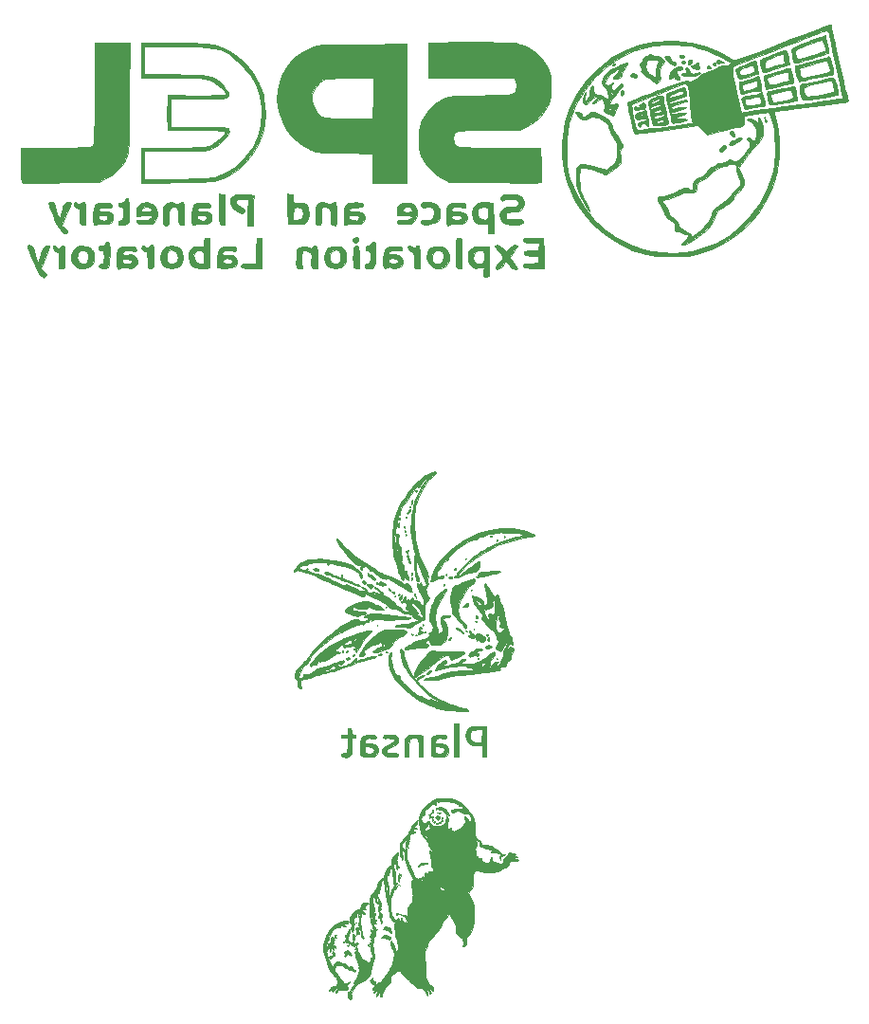
<source format=gbr>
G04 #@! TF.GenerationSoftware,KiCad,Pcbnew,(5.1.2)-2*
G04 #@! TF.CreationDate,2021-04-07T22:17:06-04:00*
G04 #@! TF.ProjectId,Magnetometer_A,4d61676e-6574-46f6-9d65-7465725f412e,rev?*
G04 #@! TF.SameCoordinates,Original*
G04 #@! TF.FileFunction,Legend,Bot*
G04 #@! TF.FilePolarity,Positive*
%FSLAX46Y46*%
G04 Gerber Fmt 4.6, Leading zero omitted, Abs format (unit mm)*
G04 Created by KiCad (PCBNEW (5.1.2)-2) date 2021-04-07 22:17:06*
%MOMM*%
%LPD*%
G04 APERTURE LIST*
%ADD10C,0.010000*%
G04 APERTURE END LIST*
D10*
G36*
X79879077Y-112338615D02*
G01*
X79898615Y-112358154D01*
X79918154Y-112338615D01*
X79898615Y-112319077D01*
X79879077Y-112338615D01*
X79879077Y-112338615D01*
G37*
X79879077Y-112338615D02*
X79898615Y-112358154D01*
X79918154Y-112338615D01*
X79898615Y-112319077D01*
X79879077Y-112338615D01*
G36*
X79288696Y-112366909D02*
G01*
X79287062Y-112377692D01*
X79317484Y-112423511D01*
X79329069Y-112428818D01*
X79364701Y-112409955D01*
X79371077Y-112377692D01*
X79351249Y-112329058D01*
X79329069Y-112326567D01*
X79288696Y-112366909D01*
X79288696Y-112366909D01*
G37*
X79288696Y-112366909D02*
X79287062Y-112377692D01*
X79317484Y-112423511D01*
X79329069Y-112428818D01*
X79364701Y-112409955D01*
X79371077Y-112377692D01*
X79351249Y-112329058D01*
X79329069Y-112326567D01*
X79288696Y-112366909D01*
G36*
X79717427Y-112561832D02*
G01*
X79708356Y-112581966D01*
X79758714Y-112603119D01*
X79819037Y-112611995D01*
X79811785Y-112587874D01*
X79809971Y-112586033D01*
X79742418Y-112558486D01*
X79717427Y-112561832D01*
X79717427Y-112561832D01*
G37*
X79717427Y-112561832D02*
X79708356Y-112581966D01*
X79758714Y-112603119D01*
X79819037Y-112611995D01*
X79811785Y-112587874D01*
X79809971Y-112586033D01*
X79742418Y-112558486D01*
X79717427Y-112561832D01*
G36*
X79920625Y-112585059D02*
G01*
X79904023Y-112612154D01*
X79911744Y-112659426D01*
X79960338Y-112670902D01*
X80009333Y-112644718D01*
X80034319Y-112587840D01*
X79996323Y-112554807D01*
X79980950Y-112553538D01*
X79920625Y-112585059D01*
X79920625Y-112585059D01*
G37*
X79920625Y-112585059D02*
X79904023Y-112612154D01*
X79911744Y-112659426D01*
X79960338Y-112670902D01*
X80009333Y-112644718D01*
X80034319Y-112587840D01*
X79996323Y-112554807D01*
X79980950Y-112553538D01*
X79920625Y-112585059D01*
G36*
X79186717Y-112537341D02*
G01*
X79114999Y-112615344D01*
X79105490Y-112631445D01*
X79052454Y-112710184D01*
X79010761Y-112748080D01*
X79007309Y-112748676D01*
X78993143Y-112773444D01*
X78999846Y-112788000D01*
X79052545Y-112825268D01*
X79116220Y-112785830D01*
X79167457Y-112711585D01*
X79236689Y-112619467D01*
X79311152Y-112558428D01*
X79312178Y-112557922D01*
X79359538Y-112530764D01*
X79340165Y-112519844D01*
X79281336Y-112517106D01*
X79186717Y-112537341D01*
X79186717Y-112537341D01*
G37*
X79186717Y-112537341D02*
X79114999Y-112615344D01*
X79105490Y-112631445D01*
X79052454Y-112710184D01*
X79010761Y-112748080D01*
X79007309Y-112748676D01*
X78993143Y-112773444D01*
X78999846Y-112788000D01*
X79052545Y-112825268D01*
X79116220Y-112785830D01*
X79167457Y-112711585D01*
X79236689Y-112619467D01*
X79311152Y-112558428D01*
X79312178Y-112557922D01*
X79359538Y-112530764D01*
X79340165Y-112519844D01*
X79281336Y-112517106D01*
X79186717Y-112537341D01*
G36*
X79914568Y-112100364D02*
G01*
X79794939Y-112109817D01*
X79696117Y-112125115D01*
X79647738Y-112141301D01*
X79611405Y-112191904D01*
X79610890Y-112251000D01*
X79646348Y-112279992D01*
X79647184Y-112280000D01*
X79712381Y-112262871D01*
X79769300Y-112236934D01*
X79814998Y-112216217D01*
X79860809Y-112212808D01*
X79925850Y-112231305D01*
X80029236Y-112276309D01*
X80129552Y-112323618D01*
X80209475Y-112375367D01*
X80323667Y-112466287D01*
X80451682Y-112579743D01*
X80496202Y-112621923D01*
X80609584Y-112729842D01*
X80700408Y-112813367D01*
X80755214Y-112860255D01*
X80764722Y-112866154D01*
X80790464Y-112835954D01*
X80800161Y-112814394D01*
X80798151Y-112731863D01*
X80756319Y-112614712D01*
X80686990Y-112486530D01*
X80602490Y-112370908D01*
X80533682Y-112304391D01*
X80417164Y-112232289D01*
X80298404Y-112183171D01*
X80276352Y-112177747D01*
X80191501Y-112151270D01*
X80152844Y-112120442D01*
X80152615Y-112118280D01*
X80117976Y-112103475D01*
X80030437Y-112097877D01*
X79914568Y-112100364D01*
X79914568Y-112100364D01*
G37*
X79914568Y-112100364D02*
X79794939Y-112109817D01*
X79696117Y-112125115D01*
X79647738Y-112141301D01*
X79611405Y-112191904D01*
X79610890Y-112251000D01*
X79646348Y-112279992D01*
X79647184Y-112280000D01*
X79712381Y-112262871D01*
X79769300Y-112236934D01*
X79814998Y-112216217D01*
X79860809Y-112212808D01*
X79925850Y-112231305D01*
X80029236Y-112276309D01*
X80129552Y-112323618D01*
X80209475Y-112375367D01*
X80323667Y-112466287D01*
X80451682Y-112579743D01*
X80496202Y-112621923D01*
X80609584Y-112729842D01*
X80700408Y-112813367D01*
X80755214Y-112860255D01*
X80764722Y-112866154D01*
X80790464Y-112835954D01*
X80800161Y-112814394D01*
X80798151Y-112731863D01*
X80756319Y-112614712D01*
X80686990Y-112486530D01*
X80602490Y-112370908D01*
X80533682Y-112304391D01*
X80417164Y-112232289D01*
X80298404Y-112183171D01*
X80276352Y-112177747D01*
X80191501Y-112151270D01*
X80152844Y-112120442D01*
X80152615Y-112118280D01*
X80117976Y-112103475D01*
X80030437Y-112097877D01*
X79914568Y-112100364D01*
G36*
X79020371Y-112922062D02*
G01*
X79019385Y-112959061D01*
X79034609Y-113039308D01*
X79069605Y-113059461D01*
X79108363Y-113011318D01*
X79110573Y-113005780D01*
X79102454Y-112937011D01*
X79075677Y-112903303D01*
X79034821Y-112882041D01*
X79020371Y-112922062D01*
X79020371Y-112922062D01*
G37*
X79020371Y-112922062D02*
X79019385Y-112959061D01*
X79034609Y-113039308D01*
X79069605Y-113059461D01*
X79108363Y-113011318D01*
X79110573Y-113005780D01*
X79102454Y-112937011D01*
X79075677Y-112903303D01*
X79034821Y-112882041D01*
X79020371Y-112922062D01*
G36*
X79235310Y-112919565D02*
G01*
X79221477Y-112969579D01*
X79222122Y-112973167D01*
X79263640Y-113034943D01*
X79333174Y-113057221D01*
X79382752Y-113036838D01*
X79412077Y-112970882D01*
X79375785Y-112920117D01*
X79309596Y-112905231D01*
X79235310Y-112919565D01*
X79235310Y-112919565D01*
G37*
X79235310Y-112919565D02*
X79221477Y-112969579D01*
X79222122Y-112973167D01*
X79263640Y-113034943D01*
X79333174Y-113057221D01*
X79382752Y-113036838D01*
X79412077Y-112970882D01*
X79375785Y-112920117D01*
X79309596Y-112905231D01*
X79235310Y-112919565D01*
G36*
X80174498Y-112996616D02*
G01*
X80133812Y-113046010D01*
X80137917Y-113079598D01*
X80183436Y-113134984D01*
X80234731Y-113117404D01*
X80256362Y-113079392D01*
X80261633Y-113007227D01*
X80210976Y-112986993D01*
X80174498Y-112996616D01*
X80174498Y-112996616D01*
G37*
X80174498Y-112996616D02*
X80133812Y-113046010D01*
X80137917Y-113079598D01*
X80183436Y-113134984D01*
X80234731Y-113117404D01*
X80256362Y-113079392D01*
X80261633Y-113007227D01*
X80210976Y-112986993D01*
X80174498Y-112996616D01*
G36*
X79676941Y-112836978D02*
G01*
X79609483Y-112880939D01*
X79587160Y-112961651D01*
X79614128Y-113061114D01*
X79679100Y-113148696D01*
X79718330Y-113176393D01*
X79794476Y-113211673D01*
X79842938Y-113203809D01*
X79895824Y-113156440D01*
X79952078Y-113055295D01*
X79933272Y-112950359D01*
X79885769Y-112891749D01*
X79782412Y-112836014D01*
X79676941Y-112836978D01*
X79676941Y-112836978D01*
G37*
X79676941Y-112836978D02*
X79609483Y-112880939D01*
X79587160Y-112961651D01*
X79614128Y-113061114D01*
X79679100Y-113148696D01*
X79718330Y-113176393D01*
X79794476Y-113211673D01*
X79842938Y-113203809D01*
X79895824Y-113156440D01*
X79952078Y-113055295D01*
X79933272Y-112950359D01*
X79885769Y-112891749D01*
X79782412Y-112836014D01*
X79676941Y-112836978D01*
G36*
X79341769Y-113156611D02*
G01*
X79277216Y-113194581D01*
X79261697Y-113226390D01*
X79276815Y-113285924D01*
X79327130Y-113310851D01*
X79377446Y-113288733D01*
X79387381Y-113270798D01*
X79408326Y-113186730D01*
X79380327Y-113155439D01*
X79341769Y-113156611D01*
X79341769Y-113156611D01*
G37*
X79341769Y-113156611D02*
X79277216Y-113194581D01*
X79261697Y-113226390D01*
X79276815Y-113285924D01*
X79327130Y-113310851D01*
X79377446Y-113288733D01*
X79387381Y-113270798D01*
X79408326Y-113186730D01*
X79380327Y-113155439D01*
X79341769Y-113156611D01*
G36*
X80138894Y-113279636D02*
G01*
X80095047Y-113316388D01*
X80096531Y-113339172D01*
X80151039Y-113372718D01*
X80208554Y-113338910D01*
X80212838Y-113332477D01*
X80223693Y-113279577D01*
X80175547Y-113268963D01*
X80138894Y-113279636D01*
X80138894Y-113279636D01*
G37*
X80138894Y-113279636D02*
X80095047Y-113316388D01*
X80096531Y-113339172D01*
X80151039Y-113372718D01*
X80208554Y-113338910D01*
X80212838Y-113332477D01*
X80223693Y-113279577D01*
X80175547Y-113268963D01*
X80138894Y-113279636D01*
G36*
X79432888Y-113358796D02*
G01*
X79378857Y-113405384D01*
X79380085Y-113460183D01*
X79433700Y-113490855D01*
X79444673Y-113491385D01*
X79513435Y-113458380D01*
X79538707Y-113413231D01*
X79542061Y-113350062D01*
X79497663Y-113338783D01*
X79432888Y-113358796D01*
X79432888Y-113358796D01*
G37*
X79432888Y-113358796D02*
X79378857Y-113405384D01*
X79380085Y-113460183D01*
X79433700Y-113490855D01*
X79444673Y-113491385D01*
X79513435Y-113458380D01*
X79538707Y-113413231D01*
X79542061Y-113350062D01*
X79497663Y-113338783D01*
X79432888Y-113358796D01*
G36*
X79900440Y-113435030D02*
G01*
X79895052Y-113485553D01*
X79895915Y-113487016D01*
X79949709Y-113526404D01*
X80008477Y-113520550D01*
X80035385Y-113474152D01*
X80016644Y-113410961D01*
X80004211Y-113398577D01*
X79947960Y-113396946D01*
X79900440Y-113435030D01*
X79900440Y-113435030D01*
G37*
X79900440Y-113435030D02*
X79895052Y-113485553D01*
X79895915Y-113487016D01*
X79949709Y-113526404D01*
X80008477Y-113520550D01*
X80035385Y-113474152D01*
X80016644Y-113410961D01*
X80004211Y-113398577D01*
X79947960Y-113396946D01*
X79900440Y-113435030D01*
G36*
X79611596Y-113514816D02*
G01*
X79605538Y-113552306D01*
X79622845Y-113594376D01*
X79684878Y-113600090D01*
X79771615Y-113581679D01*
X79833103Y-113546419D01*
X79821645Y-113502471D01*
X79762196Y-113471957D01*
X79665052Y-113465735D01*
X79611596Y-113514816D01*
X79611596Y-113514816D01*
G37*
X79611596Y-113514816D02*
X79605538Y-113552306D01*
X79622845Y-113594376D01*
X79684878Y-113600090D01*
X79771615Y-113581679D01*
X79833103Y-113546419D01*
X79821645Y-113502471D01*
X79762196Y-113471957D01*
X79665052Y-113465735D01*
X79611596Y-113514816D01*
G36*
X77925231Y-114018923D02*
G01*
X77944769Y-114038462D01*
X77964308Y-114018923D01*
X77944769Y-113999385D01*
X77925231Y-114018923D01*
X77925231Y-114018923D01*
G37*
X77925231Y-114018923D02*
X77944769Y-114038462D01*
X77964308Y-114018923D01*
X77944769Y-113999385D01*
X77925231Y-114018923D01*
G36*
X77104615Y-115660154D02*
G01*
X77067337Y-115695269D01*
X77065538Y-115701537D01*
X77095772Y-115718321D01*
X77104615Y-115718769D01*
X77142191Y-115688729D01*
X77143692Y-115677386D01*
X77119752Y-115654048D01*
X77104615Y-115660154D01*
X77104615Y-115660154D01*
G37*
X77104615Y-115660154D02*
X77067337Y-115695269D01*
X77065538Y-115701537D01*
X77095772Y-115718321D01*
X77104615Y-115718769D01*
X77142191Y-115688729D01*
X77143692Y-115677386D01*
X77119752Y-115654048D01*
X77104615Y-115660154D01*
G36*
X83488399Y-115244100D02*
G01*
X83497106Y-115385020D01*
X83515774Y-115469147D01*
X83551335Y-115517783D01*
X83584443Y-115539208D01*
X83639193Y-115584933D01*
X83641456Y-115619565D01*
X83644397Y-115636708D01*
X83678056Y-115629010D01*
X83746189Y-115627227D01*
X83769775Y-115644732D01*
X83839879Y-115700433D01*
X83956078Y-115742812D01*
X84086365Y-115761412D01*
X84124746Y-115760705D01*
X84218255Y-115766978D01*
X84273058Y-115793447D01*
X84273591Y-115794269D01*
X84329589Y-115828509D01*
X84384999Y-115837385D01*
X84486296Y-115857589D01*
X84562188Y-115889559D01*
X84623836Y-115931375D01*
X84621605Y-115969089D01*
X84591496Y-116002614D01*
X84541567Y-116069470D01*
X84529231Y-116106747D01*
X84560011Y-116139396D01*
X84626023Y-116147385D01*
X84687777Y-116128954D01*
X84702043Y-116114447D01*
X84749947Y-116100800D01*
X84844783Y-116106057D01*
X84958989Y-116125492D01*
X85065001Y-116154378D01*
X85135256Y-116187988D01*
X85136415Y-116188930D01*
X85197703Y-116219683D01*
X85218733Y-116219838D01*
X85287827Y-116228993D01*
X85358847Y-116274633D01*
X85402075Y-116333464D01*
X85402826Y-116364135D01*
X85403362Y-116414033D01*
X85420623Y-116422154D01*
X85490409Y-116435211D01*
X85522496Y-116445873D01*
X85574650Y-116446598D01*
X85584308Y-116428105D01*
X85618551Y-116394624D01*
X85703100Y-116364836D01*
X85724942Y-116360235D01*
X85806257Y-116336767D01*
X85826629Y-116311711D01*
X85820109Y-116305751D01*
X85749278Y-116290940D01*
X85676420Y-116296426D01*
X85600534Y-116293190D01*
X85515824Y-116246738D01*
X85415177Y-116158842D01*
X85281212Y-116043566D01*
X85107251Y-115912174D01*
X84915595Y-115779787D01*
X84728544Y-115661523D01*
X84568400Y-115572502D01*
X84511595Y-115546236D01*
X84372312Y-115508735D01*
X84186243Y-115487490D01*
X84077865Y-115484308D01*
X83882961Y-115473489D01*
X83755380Y-115438536D01*
X83687000Y-115375701D01*
X83669344Y-115295901D01*
X83645854Y-115223920D01*
X83588211Y-115130717D01*
X83574526Y-115113077D01*
X83479902Y-114995846D01*
X83488399Y-115244100D01*
X83488399Y-115244100D01*
G37*
X83488399Y-115244100D02*
X83497106Y-115385020D01*
X83515774Y-115469147D01*
X83551335Y-115517783D01*
X83584443Y-115539208D01*
X83639193Y-115584933D01*
X83641456Y-115619565D01*
X83644397Y-115636708D01*
X83678056Y-115629010D01*
X83746189Y-115627227D01*
X83769775Y-115644732D01*
X83839879Y-115700433D01*
X83956078Y-115742812D01*
X84086365Y-115761412D01*
X84124746Y-115760705D01*
X84218255Y-115766978D01*
X84273058Y-115793447D01*
X84273591Y-115794269D01*
X84329589Y-115828509D01*
X84384999Y-115837385D01*
X84486296Y-115857589D01*
X84562188Y-115889559D01*
X84623836Y-115931375D01*
X84621605Y-115969089D01*
X84591496Y-116002614D01*
X84541567Y-116069470D01*
X84529231Y-116106747D01*
X84560011Y-116139396D01*
X84626023Y-116147385D01*
X84687777Y-116128954D01*
X84702043Y-116114447D01*
X84749947Y-116100800D01*
X84844783Y-116106057D01*
X84958989Y-116125492D01*
X85065001Y-116154378D01*
X85135256Y-116187988D01*
X85136415Y-116188930D01*
X85197703Y-116219683D01*
X85218733Y-116219838D01*
X85287827Y-116228993D01*
X85358847Y-116274633D01*
X85402075Y-116333464D01*
X85402826Y-116364135D01*
X85403362Y-116414033D01*
X85420623Y-116422154D01*
X85490409Y-116435211D01*
X85522496Y-116445873D01*
X85574650Y-116446598D01*
X85584308Y-116428105D01*
X85618551Y-116394624D01*
X85703100Y-116364836D01*
X85724942Y-116360235D01*
X85806257Y-116336767D01*
X85826629Y-116311711D01*
X85820109Y-116305751D01*
X85749278Y-116290940D01*
X85676420Y-116296426D01*
X85600534Y-116293190D01*
X85515824Y-116246738D01*
X85415177Y-116158842D01*
X85281212Y-116043566D01*
X85107251Y-115912174D01*
X84915595Y-115779787D01*
X84728544Y-115661523D01*
X84568400Y-115572502D01*
X84511595Y-115546236D01*
X84372312Y-115508735D01*
X84186243Y-115487490D01*
X84077865Y-115484308D01*
X83882961Y-115473489D01*
X83755380Y-115438536D01*
X83687000Y-115375701D01*
X83669344Y-115295901D01*
X83645854Y-115223920D01*
X83588211Y-115130717D01*
X83574526Y-115113077D01*
X83479902Y-114995846D01*
X83488399Y-115244100D01*
G36*
X85333119Y-116464983D02*
G01*
X85331512Y-116466539D01*
X85322618Y-116516133D01*
X85332187Y-116602941D01*
X85353544Y-116695056D01*
X85380015Y-116760573D01*
X85395807Y-116773846D01*
X85412704Y-116740009D01*
X85409431Y-116654961D01*
X85405048Y-116627308D01*
X85380459Y-116511375D01*
X85358304Y-116461249D01*
X85333119Y-116464983D01*
X85333119Y-116464983D01*
G37*
X85333119Y-116464983D02*
X85331512Y-116466539D01*
X85322618Y-116516133D01*
X85332187Y-116602941D01*
X85353544Y-116695056D01*
X85380015Y-116760573D01*
X85395807Y-116773846D01*
X85412704Y-116740009D01*
X85409431Y-116654961D01*
X85405048Y-116627308D01*
X85380459Y-116511375D01*
X85358304Y-116461249D01*
X85333119Y-116464983D01*
G36*
X78656372Y-117056785D02*
G01*
X78633032Y-117058612D01*
X78394156Y-117098806D01*
X78204266Y-117172601D01*
X78074162Y-117275153D01*
X78040592Y-117324416D01*
X78028645Y-117383230D01*
X78065131Y-117400943D01*
X78131534Y-117376776D01*
X78189838Y-117330692D01*
X78309161Y-117252462D01*
X78489170Y-117186497D01*
X78697866Y-117141483D01*
X78831067Y-117113424D01*
X78889862Y-117086251D01*
X78877907Y-117064639D01*
X78798858Y-117053259D01*
X78656372Y-117056785D01*
X78656372Y-117056785D01*
G37*
X78656372Y-117056785D02*
X78633032Y-117058612D01*
X78394156Y-117098806D01*
X78204266Y-117172601D01*
X78074162Y-117275153D01*
X78040592Y-117324416D01*
X78028645Y-117383230D01*
X78065131Y-117400943D01*
X78131534Y-117376776D01*
X78189838Y-117330692D01*
X78309161Y-117252462D01*
X78489170Y-117186497D01*
X78697866Y-117141483D01*
X78831067Y-117113424D01*
X78889862Y-117086251D01*
X78877907Y-117064639D01*
X78798858Y-117053259D01*
X78656372Y-117056785D01*
G36*
X76302455Y-118052916D02*
G01*
X76344625Y-118118360D01*
X76381100Y-118156932D01*
X76461545Y-118232686D01*
X76502473Y-118251118D01*
X76516985Y-118212695D01*
X76518462Y-118161821D01*
X76494580Y-118079148D01*
X76418949Y-118039898D01*
X76327094Y-118027181D01*
X76302455Y-118052916D01*
X76302455Y-118052916D01*
G37*
X76302455Y-118052916D02*
X76344625Y-118118360D01*
X76381100Y-118156932D01*
X76461545Y-118232686D01*
X76502473Y-118251118D01*
X76516985Y-118212695D01*
X76518462Y-118161821D01*
X76494580Y-118079148D01*
X76418949Y-118039898D01*
X76327094Y-118027181D01*
X76302455Y-118052916D01*
G36*
X76222327Y-118214552D02*
G01*
X76206680Y-118302094D01*
X76212481Y-118421842D01*
X76239474Y-118552396D01*
X76264986Y-118625228D01*
X76315701Y-118730137D01*
X76347797Y-118760133D01*
X76359690Y-118715305D01*
X76352950Y-118620231D01*
X76351193Y-118498406D01*
X76370483Y-118395487D01*
X76373958Y-118386926D01*
X76384586Y-118290224D01*
X76340660Y-118212032D01*
X76259677Y-118180615D01*
X76222327Y-118214552D01*
X76222327Y-118214552D01*
G37*
X76222327Y-118214552D02*
X76206680Y-118302094D01*
X76212481Y-118421842D01*
X76239474Y-118552396D01*
X76264986Y-118625228D01*
X76315701Y-118730137D01*
X76347797Y-118760133D01*
X76359690Y-118715305D01*
X76352950Y-118620231D01*
X76351193Y-118498406D01*
X76370483Y-118395487D01*
X76373958Y-118386926D01*
X76384586Y-118290224D01*
X76340660Y-118212032D01*
X76259677Y-118180615D01*
X76222327Y-118214552D01*
G36*
X76266590Y-119004675D02*
G01*
X76311683Y-119048192D01*
X76375140Y-119085056D01*
X76426873Y-119100370D01*
X76440003Y-119090529D01*
X76408359Y-119053439D01*
X76342263Y-119014654D01*
X76279737Y-118993067D01*
X76266590Y-119004675D01*
X76266590Y-119004675D01*
G37*
X76266590Y-119004675D02*
X76311683Y-119048192D01*
X76375140Y-119085056D01*
X76426873Y-119100370D01*
X76440003Y-119090529D01*
X76408359Y-119053439D01*
X76342263Y-119014654D01*
X76279737Y-118993067D01*
X76266590Y-119004675D01*
G36*
X75736923Y-119880462D02*
G01*
X75756462Y-119900000D01*
X75776000Y-119880462D01*
X75756462Y-119860923D01*
X75736923Y-119880462D01*
X75736923Y-119880462D01*
G37*
X75736923Y-119880462D02*
X75756462Y-119900000D01*
X75776000Y-119880462D01*
X75756462Y-119860923D01*
X75736923Y-119880462D01*
G36*
X72728000Y-121560769D02*
G01*
X72690721Y-121595884D01*
X72688923Y-121602152D01*
X72719157Y-121618937D01*
X72728000Y-121619385D01*
X72765575Y-121589344D01*
X72767077Y-121578001D01*
X72743137Y-121554663D01*
X72728000Y-121560769D01*
X72728000Y-121560769D01*
G37*
X72728000Y-121560769D02*
X72690721Y-121595884D01*
X72688923Y-121602152D01*
X72719157Y-121618937D01*
X72728000Y-121619385D01*
X72765575Y-121589344D01*
X72767077Y-121578001D01*
X72743137Y-121554663D01*
X72728000Y-121560769D01*
G36*
X72674835Y-121763729D02*
G01*
X72650642Y-121817538D01*
X72675665Y-121852488D01*
X72686617Y-121853846D01*
X72739917Y-121825595D01*
X72745870Y-121817469D01*
X72744002Y-121771084D01*
X72702691Y-121750893D01*
X72674835Y-121763729D01*
X72674835Y-121763729D01*
G37*
X72674835Y-121763729D02*
X72650642Y-121817538D01*
X72675665Y-121852488D01*
X72686617Y-121853846D01*
X72739917Y-121825595D01*
X72745870Y-121817469D01*
X72744002Y-121771084D01*
X72702691Y-121750893D01*
X72674835Y-121763729D01*
G36*
X72454462Y-122381385D02*
G01*
X72474000Y-122400923D01*
X72493538Y-122381385D01*
X72474000Y-122361846D01*
X72454462Y-122381385D01*
X72454462Y-122381385D01*
G37*
X72454462Y-122381385D02*
X72474000Y-122400923D01*
X72493538Y-122381385D01*
X72474000Y-122361846D01*
X72454462Y-122381385D01*
G36*
X74486740Y-120961101D02*
G01*
X74466984Y-120994154D01*
X74432393Y-121121070D01*
X74443075Y-121273745D01*
X74495523Y-121416879D01*
X74511544Y-121442464D01*
X74554047Y-121530496D01*
X74564615Y-121584822D01*
X74595159Y-121653795D01*
X74623231Y-121672593D01*
X74667446Y-121728237D01*
X74680956Y-121823312D01*
X74680067Y-121951538D01*
X74615614Y-121820727D01*
X74551162Y-121689917D01*
X74484923Y-121777732D01*
X74441539Y-121873447D01*
X74439883Y-121946612D01*
X74461816Y-121991517D01*
X74477028Y-121979838D01*
X74518237Y-121933288D01*
X74569799Y-121943987D01*
X74602097Y-122002024D01*
X74603692Y-122022224D01*
X74627337Y-122126354D01*
X74661065Y-122188300D01*
X74707882Y-122285692D01*
X74719680Y-122352077D01*
X74735387Y-122420733D01*
X74760000Y-122440000D01*
X74786042Y-122405699D01*
X74798813Y-122321574D01*
X74799077Y-122306022D01*
X74780255Y-122193765D01*
X74734726Y-122107744D01*
X74732903Y-122105870D01*
X74688627Y-122051902D01*
X74702895Y-122014904D01*
X74730553Y-121993028D01*
X74779811Y-121909401D01*
X74792115Y-121782465D01*
X74776962Y-121657011D01*
X74724254Y-121567920D01*
X74677429Y-121523972D01*
X74600110Y-121437125D01*
X74588530Y-121368072D01*
X74624370Y-121314781D01*
X74642395Y-121306769D01*
X74671319Y-121273364D01*
X74678360Y-121250460D01*
X74564615Y-121250460D01*
X74545671Y-121290907D01*
X74525538Y-121287231D01*
X74487952Y-121237273D01*
X74486462Y-121226309D01*
X74516267Y-121190591D01*
X74525538Y-121189538D01*
X74559833Y-121221346D01*
X74564615Y-121250460D01*
X74678360Y-121250460D01*
X74691950Y-121206255D01*
X74690180Y-121122908D01*
X74631093Y-121075560D01*
X74618351Y-121070453D01*
X74547173Y-121019041D01*
X74524154Y-120965813D01*
X74515474Y-120930511D01*
X74486740Y-120961101D01*
X74486740Y-120961101D01*
G37*
X74486740Y-120961101D02*
X74466984Y-120994154D01*
X74432393Y-121121070D01*
X74443075Y-121273745D01*
X74495523Y-121416879D01*
X74511544Y-121442464D01*
X74554047Y-121530496D01*
X74564615Y-121584822D01*
X74595159Y-121653795D01*
X74623231Y-121672593D01*
X74667446Y-121728237D01*
X74680956Y-121823312D01*
X74680067Y-121951538D01*
X74615614Y-121820727D01*
X74551162Y-121689917D01*
X74484923Y-121777732D01*
X74441539Y-121873447D01*
X74439883Y-121946612D01*
X74461816Y-121991517D01*
X74477028Y-121979838D01*
X74518237Y-121933288D01*
X74569799Y-121943987D01*
X74602097Y-122002024D01*
X74603692Y-122022224D01*
X74627337Y-122126354D01*
X74661065Y-122188300D01*
X74707882Y-122285692D01*
X74719680Y-122352077D01*
X74735387Y-122420733D01*
X74760000Y-122440000D01*
X74786042Y-122405699D01*
X74798813Y-122321574D01*
X74799077Y-122306022D01*
X74780255Y-122193765D01*
X74734726Y-122107744D01*
X74732903Y-122105870D01*
X74688627Y-122051902D01*
X74702895Y-122014904D01*
X74730553Y-121993028D01*
X74779811Y-121909401D01*
X74792115Y-121782465D01*
X74776962Y-121657011D01*
X74724254Y-121567920D01*
X74677429Y-121523972D01*
X74600110Y-121437125D01*
X74588530Y-121368072D01*
X74624370Y-121314781D01*
X74642395Y-121306769D01*
X74671319Y-121273364D01*
X74678360Y-121250460D01*
X74564615Y-121250460D01*
X74545671Y-121290907D01*
X74525538Y-121287231D01*
X74487952Y-121237273D01*
X74486462Y-121226309D01*
X74516267Y-121190591D01*
X74525538Y-121189538D01*
X74559833Y-121221346D01*
X74564615Y-121250460D01*
X74678360Y-121250460D01*
X74691950Y-121206255D01*
X74690180Y-121122908D01*
X74631093Y-121075560D01*
X74618351Y-121070453D01*
X74547173Y-121019041D01*
X74524154Y-120965813D01*
X74515474Y-120930511D01*
X74486740Y-120961101D01*
G36*
X73177661Y-120628029D02*
G01*
X73049236Y-120707114D01*
X72959692Y-120848366D01*
X72922280Y-120960354D01*
X72875416Y-121105053D01*
X72822378Y-121187485D01*
X72749289Y-121223156D01*
X72682198Y-121228615D01*
X72537257Y-121252879D01*
X72397563Y-121330920D01*
X72251516Y-121470611D01*
X72158420Y-121584160D01*
X72059680Y-121719825D01*
X72000120Y-121828519D01*
X71966544Y-121941275D01*
X71946451Y-122082686D01*
X71936314Y-122280790D01*
X71957026Y-122409604D01*
X72009292Y-122471941D01*
X72045529Y-122479077D01*
X72082822Y-122511854D01*
X72101845Y-122588611D01*
X72101065Y-122676988D01*
X72078947Y-122744624D01*
X72058878Y-122760733D01*
X72034050Y-122805139D01*
X72040188Y-122914953D01*
X72045867Y-122949605D01*
X72065829Y-123050235D01*
X72080974Y-123081533D01*
X72097551Y-123051531D01*
X72105401Y-123026154D01*
X72123281Y-122977753D01*
X72132974Y-122993962D01*
X72137678Y-123081268D01*
X72137951Y-123092232D01*
X72148597Y-123199297D01*
X72170525Y-123269272D01*
X72179382Y-123279201D01*
X72198831Y-123254591D01*
X72214936Y-123162223D01*
X72226113Y-123012472D01*
X72228228Y-122959123D01*
X72239192Y-122771046D01*
X72257262Y-122659709D01*
X72282622Y-122624004D01*
X72284102Y-122624188D01*
X72323661Y-122597547D01*
X72347332Y-122534881D01*
X72340314Y-122442962D01*
X72290063Y-122396593D01*
X72242343Y-122356839D01*
X72229537Y-122291756D01*
X72240735Y-122198459D01*
X72279869Y-122074881D01*
X72344563Y-121968091D01*
X72419190Y-121898552D01*
X72480607Y-121884406D01*
X72539021Y-121871310D01*
X72556574Y-121821397D01*
X72521568Y-121770359D01*
X72518563Y-121768605D01*
X72502294Y-121756154D01*
X72337231Y-121756154D01*
X72317692Y-121775692D01*
X72298154Y-121756154D01*
X72317692Y-121736615D01*
X72337231Y-121756154D01*
X72502294Y-121756154D01*
X72469266Y-121730877D01*
X72459730Y-121686327D01*
X72495751Y-121625009D01*
X72583126Y-121536978D01*
X72724870Y-121414613D01*
X72784088Y-121376487D01*
X72810443Y-121397677D01*
X72810836Y-121485902D01*
X72808784Y-121508461D01*
X72824644Y-121578768D01*
X72843361Y-121598690D01*
X72871497Y-121648109D01*
X72883177Y-121729255D01*
X72877808Y-121808523D01*
X72854798Y-121852305D01*
X72847864Y-121853846D01*
X72801480Y-121888012D01*
X72768673Y-121972086D01*
X72753284Y-122078430D01*
X72759154Y-122179406D01*
X72790125Y-122247377D01*
X72792832Y-122249775D01*
X72858635Y-122273727D01*
X72899229Y-122242652D01*
X72889379Y-122176911D01*
X72874031Y-122090255D01*
X72888895Y-121994159D01*
X72914711Y-121862667D01*
X72923385Y-121751427D01*
X72943754Y-121626776D01*
X73001762Y-121568870D01*
X73092756Y-121580481D01*
X73152040Y-121615250D01*
X73228448Y-121666656D01*
X73264287Y-121672976D01*
X73282221Y-121635052D01*
X73286174Y-121620245D01*
X73275463Y-121531856D01*
X73217469Y-121444706D01*
X73185356Y-121421694D01*
X73157846Y-121421694D01*
X73129480Y-121461487D01*
X73118769Y-121463077D01*
X73080708Y-121449744D01*
X73079692Y-121445845D01*
X73107075Y-121412482D01*
X73118769Y-121404462D01*
X73154778Y-121407560D01*
X73157846Y-121421694D01*
X73185356Y-121421694D01*
X73136025Y-121386344D01*
X73076279Y-121377610D01*
X73015277Y-121364644D01*
X73001538Y-121311532D01*
X73018919Y-121236950D01*
X73057731Y-121202561D01*
X73096686Y-121224497D01*
X73149024Y-121249192D01*
X73187309Y-121247663D01*
X73281646Y-121233533D01*
X73314154Y-121230362D01*
X73349583Y-121219643D01*
X73320735Y-121186781D01*
X73307200Y-121176277D01*
X73264279Y-121111771D01*
X73275314Y-121071924D01*
X73294220Y-121001178D01*
X73251070Y-120971742D01*
X73205441Y-120978193D01*
X73172478Y-120985255D01*
X73176946Y-120973346D01*
X73226987Y-120935936D01*
X73330743Y-120866495D01*
X73406518Y-120816933D01*
X73490797Y-120747134D01*
X73538924Y-120679254D01*
X73541441Y-120670395D01*
X73537058Y-120630454D01*
X73492746Y-120610198D01*
X73391681Y-120603605D01*
X73354320Y-120603385D01*
X73177661Y-120628029D01*
X73177661Y-120628029D01*
G37*
X73177661Y-120628029D02*
X73049236Y-120707114D01*
X72959692Y-120848366D01*
X72922280Y-120960354D01*
X72875416Y-121105053D01*
X72822378Y-121187485D01*
X72749289Y-121223156D01*
X72682198Y-121228615D01*
X72537257Y-121252879D01*
X72397563Y-121330920D01*
X72251516Y-121470611D01*
X72158420Y-121584160D01*
X72059680Y-121719825D01*
X72000120Y-121828519D01*
X71966544Y-121941275D01*
X71946451Y-122082686D01*
X71936314Y-122280790D01*
X71957026Y-122409604D01*
X72009292Y-122471941D01*
X72045529Y-122479077D01*
X72082822Y-122511854D01*
X72101845Y-122588611D01*
X72101065Y-122676988D01*
X72078947Y-122744624D01*
X72058878Y-122760733D01*
X72034050Y-122805139D01*
X72040188Y-122914953D01*
X72045867Y-122949605D01*
X72065829Y-123050235D01*
X72080974Y-123081533D01*
X72097551Y-123051531D01*
X72105401Y-123026154D01*
X72123281Y-122977753D01*
X72132974Y-122993962D01*
X72137678Y-123081268D01*
X72137951Y-123092232D01*
X72148597Y-123199297D01*
X72170525Y-123269272D01*
X72179382Y-123279201D01*
X72198831Y-123254591D01*
X72214936Y-123162223D01*
X72226113Y-123012472D01*
X72228228Y-122959123D01*
X72239192Y-122771046D01*
X72257262Y-122659709D01*
X72282622Y-122624004D01*
X72284102Y-122624188D01*
X72323661Y-122597547D01*
X72347332Y-122534881D01*
X72340314Y-122442962D01*
X72290063Y-122396593D01*
X72242343Y-122356839D01*
X72229537Y-122291756D01*
X72240735Y-122198459D01*
X72279869Y-122074881D01*
X72344563Y-121968091D01*
X72419190Y-121898552D01*
X72480607Y-121884406D01*
X72539021Y-121871310D01*
X72556574Y-121821397D01*
X72521568Y-121770359D01*
X72518563Y-121768605D01*
X72502294Y-121756154D01*
X72337231Y-121756154D01*
X72317692Y-121775692D01*
X72298154Y-121756154D01*
X72317692Y-121736615D01*
X72337231Y-121756154D01*
X72502294Y-121756154D01*
X72469266Y-121730877D01*
X72459730Y-121686327D01*
X72495751Y-121625009D01*
X72583126Y-121536978D01*
X72724870Y-121414613D01*
X72784088Y-121376487D01*
X72810443Y-121397677D01*
X72810836Y-121485902D01*
X72808784Y-121508461D01*
X72824644Y-121578768D01*
X72843361Y-121598690D01*
X72871497Y-121648109D01*
X72883177Y-121729255D01*
X72877808Y-121808523D01*
X72854798Y-121852305D01*
X72847864Y-121853846D01*
X72801480Y-121888012D01*
X72768673Y-121972086D01*
X72753284Y-122078430D01*
X72759154Y-122179406D01*
X72790125Y-122247377D01*
X72792832Y-122249775D01*
X72858635Y-122273727D01*
X72899229Y-122242652D01*
X72889379Y-122176911D01*
X72874031Y-122090255D01*
X72888895Y-121994159D01*
X72914711Y-121862667D01*
X72923385Y-121751427D01*
X72943754Y-121626776D01*
X73001762Y-121568870D01*
X73092756Y-121580481D01*
X73152040Y-121615250D01*
X73228448Y-121666656D01*
X73264287Y-121672976D01*
X73282221Y-121635052D01*
X73286174Y-121620245D01*
X73275463Y-121531856D01*
X73217469Y-121444706D01*
X73185356Y-121421694D01*
X73157846Y-121421694D01*
X73129480Y-121461487D01*
X73118769Y-121463077D01*
X73080708Y-121449744D01*
X73079692Y-121445845D01*
X73107075Y-121412482D01*
X73118769Y-121404462D01*
X73154778Y-121407560D01*
X73157846Y-121421694D01*
X73185356Y-121421694D01*
X73136025Y-121386344D01*
X73076279Y-121377610D01*
X73015277Y-121364644D01*
X73001538Y-121311532D01*
X73018919Y-121236950D01*
X73057731Y-121202561D01*
X73096686Y-121224497D01*
X73149024Y-121249192D01*
X73187309Y-121247663D01*
X73281646Y-121233533D01*
X73314154Y-121230362D01*
X73349583Y-121219643D01*
X73320735Y-121186781D01*
X73307200Y-121176277D01*
X73264279Y-121111771D01*
X73275314Y-121071924D01*
X73294220Y-121001178D01*
X73251070Y-120971742D01*
X73205441Y-120978193D01*
X73172478Y-120985255D01*
X73176946Y-120973346D01*
X73226987Y-120935936D01*
X73330743Y-120866495D01*
X73406518Y-120816933D01*
X73490797Y-120747134D01*
X73538924Y-120679254D01*
X73541441Y-120670395D01*
X73537058Y-120630454D01*
X73492746Y-120610198D01*
X73391681Y-120603605D01*
X73354320Y-120603385D01*
X73177661Y-120628029D01*
G36*
X74993718Y-122779933D02*
G01*
X74944426Y-122900446D01*
X74940225Y-122917608D01*
X74928912Y-122990999D01*
X74954670Y-123006498D01*
X75001895Y-122991975D01*
X75098549Y-122991142D01*
X75218690Y-123035683D01*
X75334105Y-123112357D01*
X75396214Y-123177043D01*
X75463576Y-123251802D01*
X75528613Y-123312315D01*
X75589908Y-123359603D01*
X75618164Y-123355080D01*
X75634671Y-123312315D01*
X75638068Y-123234469D01*
X75622082Y-123115788D01*
X75606409Y-123045692D01*
X75572699Y-122930072D01*
X75535283Y-122869048D01*
X75473712Y-122840874D01*
X75402276Y-122828629D01*
X75275818Y-122801169D01*
X75167392Y-122762267D01*
X75155980Y-122756429D01*
X75062988Y-122732860D01*
X74993718Y-122779933D01*
X74993718Y-122779933D01*
G37*
X74993718Y-122779933D02*
X74944426Y-122900446D01*
X74940225Y-122917608D01*
X74928912Y-122990999D01*
X74954670Y-123006498D01*
X75001895Y-122991975D01*
X75098549Y-122991142D01*
X75218690Y-123035683D01*
X75334105Y-123112357D01*
X75396214Y-123177043D01*
X75463576Y-123251802D01*
X75528613Y-123312315D01*
X75589908Y-123359603D01*
X75618164Y-123355080D01*
X75634671Y-123312315D01*
X75638068Y-123234469D01*
X75622082Y-123115788D01*
X75606409Y-123045692D01*
X75572699Y-122930072D01*
X75535283Y-122869048D01*
X75473712Y-122840874D01*
X75402276Y-122828629D01*
X75275818Y-122801169D01*
X75167392Y-122762267D01*
X75155980Y-122756429D01*
X75062988Y-122732860D01*
X74993718Y-122779933D01*
G36*
X70565747Y-123469949D02*
G01*
X70543785Y-123525209D01*
X70539692Y-123612308D01*
X70544904Y-123712908D01*
X70569994Y-123757627D01*
X70629147Y-123768531D01*
X70640176Y-123768615D01*
X70708247Y-123763591D01*
X70708037Y-123738342D01*
X70679253Y-123707209D01*
X70638583Y-123652674D01*
X70659163Y-123605322D01*
X70676821Y-123586828D01*
X70715989Y-123516523D01*
X70683992Y-123468722D01*
X70615540Y-123456000D01*
X70565747Y-123469949D01*
X70565747Y-123469949D01*
G37*
X70565747Y-123469949D02*
X70543785Y-123525209D01*
X70539692Y-123612308D01*
X70544904Y-123712908D01*
X70569994Y-123757627D01*
X70629147Y-123768531D01*
X70640176Y-123768615D01*
X70708247Y-123763591D01*
X70708037Y-123738342D01*
X70679253Y-123707209D01*
X70638583Y-123652674D01*
X70659163Y-123605322D01*
X70676821Y-123586828D01*
X70715989Y-123516523D01*
X70683992Y-123468722D01*
X70615540Y-123456000D01*
X70565747Y-123469949D01*
G36*
X71856869Y-122967216D02*
G01*
X71836021Y-123040628D01*
X71835645Y-123043794D01*
X71800686Y-123161876D01*
X71747722Y-123254218D01*
X71694201Y-123338430D01*
X71672923Y-123402654D01*
X71640349Y-123445921D01*
X71594769Y-123456000D01*
X71536483Y-123486314D01*
X71513094Y-123558389D01*
X71524868Y-123643920D01*
X71572074Y-123714605D01*
X71592200Y-123728164D01*
X71684595Y-123761846D01*
X71761792Y-123765051D01*
X71794781Y-123739308D01*
X71793300Y-123676249D01*
X71799936Y-123622253D01*
X71823555Y-123520220D01*
X71844940Y-123441787D01*
X71890814Y-123254944D01*
X71913413Y-123100736D01*
X71911514Y-122993222D01*
X71887846Y-122948000D01*
X71856869Y-122967216D01*
X71856869Y-122967216D01*
G37*
X71856869Y-122967216D02*
X71836021Y-123040628D01*
X71835645Y-123043794D01*
X71800686Y-123161876D01*
X71747722Y-123254218D01*
X71694201Y-123338430D01*
X71672923Y-123402654D01*
X71640349Y-123445921D01*
X71594769Y-123456000D01*
X71536483Y-123486314D01*
X71513094Y-123558389D01*
X71524868Y-123643920D01*
X71572074Y-123714605D01*
X71592200Y-123728164D01*
X71684595Y-123761846D01*
X71761792Y-123765051D01*
X71794781Y-123739308D01*
X71793300Y-123676249D01*
X71799936Y-123622253D01*
X71823555Y-123520220D01*
X71844940Y-123441787D01*
X71890814Y-123254944D01*
X71913413Y-123100736D01*
X71911514Y-122993222D01*
X71887846Y-122948000D01*
X71856869Y-122967216D01*
G36*
X72721856Y-122352580D02*
G01*
X72717120Y-122357095D01*
X72695991Y-122411212D01*
X72705143Y-122511788D01*
X72726159Y-122603858D01*
X72753646Y-122732087D01*
X72753175Y-122801034D01*
X72733390Y-122822460D01*
X72705534Y-122858618D01*
X72710524Y-122873184D01*
X72704104Y-122906734D01*
X72691229Y-122908923D01*
X72651436Y-122880557D01*
X72649846Y-122869846D01*
X72620843Y-122835949D01*
X72557104Y-122833665D01*
X72493539Y-122859139D01*
X72468402Y-122889882D01*
X72471286Y-122967946D01*
X72490987Y-123003540D01*
X72517557Y-123089413D01*
X72511966Y-123240423D01*
X72509862Y-123257043D01*
X72497811Y-123375475D01*
X72504704Y-123435478D01*
X72533941Y-123455215D01*
X72547120Y-123456000D01*
X72600549Y-123422642D01*
X72613516Y-123368077D01*
X72621279Y-123314262D01*
X72641003Y-123334834D01*
X72642823Y-123338769D01*
X72693105Y-123396266D01*
X72718231Y-123407154D01*
X72755184Y-123385765D01*
X72766157Y-123325797D01*
X72749042Y-123263086D01*
X72728000Y-123241077D01*
X72692441Y-123175358D01*
X72703446Y-123058820D01*
X72753478Y-122917437D01*
X72818034Y-122772154D01*
X72848788Y-122963760D01*
X72875292Y-123080612D01*
X72908269Y-123163221D01*
X72925254Y-123183617D01*
X72952757Y-123245351D01*
X72943473Y-123374592D01*
X72939921Y-123506947D01*
X72966293Y-123637395D01*
X73014380Y-123743374D01*
X73075972Y-123802319D01*
X73101064Y-123807692D01*
X73151802Y-123791365D01*
X73157605Y-123778385D01*
X73140589Y-123726856D01*
X73099471Y-123640700D01*
X73094788Y-123631846D01*
X73053286Y-123520542D01*
X73022054Y-123377484D01*
X73014865Y-123319231D01*
X73000206Y-123193286D01*
X72982600Y-123094463D01*
X72974180Y-123065231D01*
X72958734Y-122979217D01*
X72959462Y-122918588D01*
X72948170Y-122822934D01*
X72909013Y-122712232D01*
X72906656Y-122707431D01*
X72863370Y-122588833D01*
X72845231Y-122475892D01*
X72845231Y-122475379D01*
X72827159Y-122377352D01*
X72781670Y-122332389D01*
X72721856Y-122352580D01*
X72721856Y-122352580D01*
G37*
X72721856Y-122352580D02*
X72717120Y-122357095D01*
X72695991Y-122411212D01*
X72705143Y-122511788D01*
X72726159Y-122603858D01*
X72753646Y-122732087D01*
X72753175Y-122801034D01*
X72733390Y-122822460D01*
X72705534Y-122858618D01*
X72710524Y-122873184D01*
X72704104Y-122906734D01*
X72691229Y-122908923D01*
X72651436Y-122880557D01*
X72649846Y-122869846D01*
X72620843Y-122835949D01*
X72557104Y-122833665D01*
X72493539Y-122859139D01*
X72468402Y-122889882D01*
X72471286Y-122967946D01*
X72490987Y-123003540D01*
X72517557Y-123089413D01*
X72511966Y-123240423D01*
X72509862Y-123257043D01*
X72497811Y-123375475D01*
X72504704Y-123435478D01*
X72533941Y-123455215D01*
X72547120Y-123456000D01*
X72600549Y-123422642D01*
X72613516Y-123368077D01*
X72621279Y-123314262D01*
X72641003Y-123334834D01*
X72642823Y-123338769D01*
X72693105Y-123396266D01*
X72718231Y-123407154D01*
X72755184Y-123385765D01*
X72766157Y-123325797D01*
X72749042Y-123263086D01*
X72728000Y-123241077D01*
X72692441Y-123175358D01*
X72703446Y-123058820D01*
X72753478Y-122917437D01*
X72818034Y-122772154D01*
X72848788Y-122963760D01*
X72875292Y-123080612D01*
X72908269Y-123163221D01*
X72925254Y-123183617D01*
X72952757Y-123245351D01*
X72943473Y-123374592D01*
X72939921Y-123506947D01*
X72966293Y-123637395D01*
X73014380Y-123743374D01*
X73075972Y-123802319D01*
X73101064Y-123807692D01*
X73151802Y-123791365D01*
X73157605Y-123778385D01*
X73140589Y-123726856D01*
X73099471Y-123640700D01*
X73094788Y-123631846D01*
X73053286Y-123520542D01*
X73022054Y-123377484D01*
X73014865Y-123319231D01*
X73000206Y-123193286D01*
X72982600Y-123094463D01*
X72974180Y-123065231D01*
X72958734Y-122979217D01*
X72959462Y-122918588D01*
X72948170Y-122822934D01*
X72909013Y-122712232D01*
X72906656Y-122707431D01*
X72863370Y-122588833D01*
X72845231Y-122475892D01*
X72845231Y-122475379D01*
X72827159Y-122377352D01*
X72781670Y-122332389D01*
X72721856Y-122352580D01*
G36*
X74857604Y-123580380D02*
G01*
X74795557Y-123637432D01*
X74701385Y-123739514D01*
X74828445Y-123721747D01*
X74948708Y-123727291D01*
X75020117Y-123775374D01*
X75122355Y-123832709D01*
X75240441Y-123846769D01*
X75361543Y-123861909D01*
X75436758Y-123901717D01*
X75439538Y-123905176D01*
X75475082Y-123935593D01*
X75507751Y-123905712D01*
X75531769Y-123858309D01*
X75566904Y-123773893D01*
X75580615Y-123724718D01*
X75548567Y-123693482D01*
X75465345Y-123641077D01*
X75371189Y-123590359D01*
X75172287Y-123516411D01*
X75002827Y-123512943D01*
X74857604Y-123580380D01*
X74857604Y-123580380D01*
G37*
X74857604Y-123580380D02*
X74795557Y-123637432D01*
X74701385Y-123739514D01*
X74828445Y-123721747D01*
X74948708Y-123727291D01*
X75020117Y-123775374D01*
X75122355Y-123832709D01*
X75240441Y-123846769D01*
X75361543Y-123861909D01*
X75436758Y-123901717D01*
X75439538Y-123905176D01*
X75475082Y-123935593D01*
X75507751Y-123905712D01*
X75531769Y-123858309D01*
X75566904Y-123773893D01*
X75580615Y-123724718D01*
X75548567Y-123693482D01*
X75465345Y-123641077D01*
X75371189Y-123590359D01*
X75172287Y-123516411D01*
X75002827Y-123512943D01*
X74857604Y-123580380D01*
G36*
X71367043Y-124122184D02*
G01*
X71360308Y-124146359D01*
X71384903Y-124194610D01*
X71439082Y-124183196D01*
X71451487Y-124172410D01*
X71475639Y-124119480D01*
X71429218Y-124094601D01*
X71418923Y-124094256D01*
X71367043Y-124122184D01*
X71367043Y-124122184D01*
G37*
X71367043Y-124122184D02*
X71360308Y-124146359D01*
X71384903Y-124194610D01*
X71439082Y-124183196D01*
X71451487Y-124172410D01*
X71475639Y-124119480D01*
X71429218Y-124094601D01*
X71418923Y-124094256D01*
X71367043Y-124122184D01*
G36*
X71712000Y-124452462D02*
G01*
X71731538Y-124472000D01*
X71751077Y-124452462D01*
X71731538Y-124432923D01*
X71712000Y-124452462D01*
X71712000Y-124452462D01*
G37*
X71712000Y-124452462D02*
X71731538Y-124472000D01*
X71751077Y-124452462D01*
X71731538Y-124432923D01*
X71712000Y-124452462D01*
G36*
X72170396Y-123400514D02*
G01*
X72159759Y-123426881D01*
X72147188Y-123539388D01*
X72170920Y-123718587D01*
X72213006Y-123898973D01*
X72233272Y-124005245D01*
X72218747Y-124073147D01*
X72178452Y-124122779D01*
X72126925Y-124210696D01*
X72130399Y-124265960D01*
X72122448Y-124287099D01*
X72064246Y-124253339D01*
X71996051Y-124198462D01*
X71905568Y-124113230D01*
X71845969Y-124041859D01*
X71832539Y-124012846D01*
X71804567Y-123967350D01*
X71790154Y-123964000D01*
X71758405Y-123931271D01*
X71751077Y-123885846D01*
X71725751Y-123822347D01*
X71671923Y-123811725D01*
X71622819Y-123858921D01*
X71619715Y-123866308D01*
X71567492Y-123918291D01*
X71537380Y-123924923D01*
X71490528Y-123956005D01*
X71483912Y-124036524D01*
X71509593Y-124124206D01*
X71570459Y-124172435D01*
X71653385Y-124180166D01*
X71762531Y-124192951D01*
X71809814Y-124251634D01*
X71803021Y-124354445D01*
X71795457Y-124418857D01*
X71819946Y-124413815D01*
X71820393Y-124413385D01*
X71861103Y-124343845D01*
X71874903Y-124296154D01*
X71888977Y-124254108D01*
X71918034Y-124259035D01*
X71976933Y-124316789D01*
X72004290Y-124347137D01*
X72094370Y-124431834D01*
X72169599Y-124458693D01*
X72208825Y-124453854D01*
X72280074Y-124451759D01*
X72298154Y-124476040D01*
X72319566Y-124494922D01*
X72363124Y-124467015D01*
X72417961Y-124434667D01*
X72444477Y-124462060D01*
X72444534Y-124462231D01*
X72479480Y-124508840D01*
X72519612Y-124485232D01*
X72548662Y-124413385D01*
X72586826Y-124340031D01*
X72631052Y-124315692D01*
X72683228Y-124294756D01*
X72672861Y-124242838D01*
X72633462Y-124201079D01*
X72579700Y-124176802D01*
X72545539Y-124211078D01*
X72486796Y-124258263D01*
X72390815Y-124293465D01*
X72390013Y-124293639D01*
X72310454Y-124306998D01*
X72278561Y-124287536D01*
X72277703Y-124216412D01*
X72282107Y-124171394D01*
X72303596Y-124008160D01*
X72333543Y-123839456D01*
X72366343Y-123693582D01*
X72394779Y-123602538D01*
X72400262Y-123546574D01*
X72360950Y-123534154D01*
X72306507Y-123563648D01*
X72298154Y-123592769D01*
X72275661Y-123644750D01*
X72256444Y-123651385D01*
X72232481Y-123621004D01*
X72239288Y-123574019D01*
X72241990Y-123476776D01*
X72225011Y-123427481D01*
X72192219Y-123379346D01*
X72170396Y-123400514D01*
X72170396Y-123400514D01*
G37*
X72170396Y-123400514D02*
X72159759Y-123426881D01*
X72147188Y-123539388D01*
X72170920Y-123718587D01*
X72213006Y-123898973D01*
X72233272Y-124005245D01*
X72218747Y-124073147D01*
X72178452Y-124122779D01*
X72126925Y-124210696D01*
X72130399Y-124265960D01*
X72122448Y-124287099D01*
X72064246Y-124253339D01*
X71996051Y-124198462D01*
X71905568Y-124113230D01*
X71845969Y-124041859D01*
X71832539Y-124012846D01*
X71804567Y-123967350D01*
X71790154Y-123964000D01*
X71758405Y-123931271D01*
X71751077Y-123885846D01*
X71725751Y-123822347D01*
X71671923Y-123811725D01*
X71622819Y-123858921D01*
X71619715Y-123866308D01*
X71567492Y-123918291D01*
X71537380Y-123924923D01*
X71490528Y-123956005D01*
X71483912Y-124036524D01*
X71509593Y-124124206D01*
X71570459Y-124172435D01*
X71653385Y-124180166D01*
X71762531Y-124192951D01*
X71809814Y-124251634D01*
X71803021Y-124354445D01*
X71795457Y-124418857D01*
X71819946Y-124413815D01*
X71820393Y-124413385D01*
X71861103Y-124343845D01*
X71874903Y-124296154D01*
X71888977Y-124254108D01*
X71918034Y-124259035D01*
X71976933Y-124316789D01*
X72004290Y-124347137D01*
X72094370Y-124431834D01*
X72169599Y-124458693D01*
X72208825Y-124453854D01*
X72280074Y-124451759D01*
X72298154Y-124476040D01*
X72319566Y-124494922D01*
X72363124Y-124467015D01*
X72417961Y-124434667D01*
X72444477Y-124462060D01*
X72444534Y-124462231D01*
X72479480Y-124508840D01*
X72519612Y-124485232D01*
X72548662Y-124413385D01*
X72586826Y-124340031D01*
X72631052Y-124315692D01*
X72683228Y-124294756D01*
X72672861Y-124242838D01*
X72633462Y-124201079D01*
X72579700Y-124176802D01*
X72545539Y-124211078D01*
X72486796Y-124258263D01*
X72390815Y-124293465D01*
X72390013Y-124293639D01*
X72310454Y-124306998D01*
X72278561Y-124287536D01*
X72277703Y-124216412D01*
X72282107Y-124171394D01*
X72303596Y-124008160D01*
X72333543Y-123839456D01*
X72366343Y-123693582D01*
X72394779Y-123602538D01*
X72400262Y-123546574D01*
X72360950Y-123534154D01*
X72306507Y-123563648D01*
X72298154Y-123592769D01*
X72275661Y-123644750D01*
X72256444Y-123651385D01*
X72232481Y-123621004D01*
X72239288Y-123574019D01*
X72241990Y-123476776D01*
X72225011Y-123427481D01*
X72192219Y-123379346D01*
X72170396Y-123400514D01*
G36*
X70487108Y-124463863D02*
G01*
X70427406Y-124540437D01*
X70392237Y-124638270D01*
X70388972Y-124732991D01*
X70424983Y-124800228D01*
X70449008Y-124813021D01*
X70486063Y-124788344D01*
X70521290Y-124701000D01*
X70531348Y-124659951D01*
X70554839Y-124558986D01*
X70572319Y-124526029D01*
X70593309Y-124552493D01*
X70609786Y-124589231D01*
X70638731Y-124651513D01*
X70650643Y-124647634D01*
X70654210Y-124571893D01*
X70654446Y-124559923D01*
X70647505Y-124471624D01*
X70610918Y-124437267D01*
X70563972Y-124432923D01*
X70487108Y-124463863D01*
X70487108Y-124463863D01*
G37*
X70487108Y-124463863D02*
X70427406Y-124540437D01*
X70392237Y-124638270D01*
X70388972Y-124732991D01*
X70424983Y-124800228D01*
X70449008Y-124813021D01*
X70486063Y-124788344D01*
X70521290Y-124701000D01*
X70531348Y-124659951D01*
X70554839Y-124558986D01*
X70572319Y-124526029D01*
X70593309Y-124552493D01*
X70609786Y-124589231D01*
X70638731Y-124651513D01*
X70650643Y-124647634D01*
X70654210Y-124571893D01*
X70654446Y-124559923D01*
X70647505Y-124471624D01*
X70610918Y-124437267D01*
X70563972Y-124432923D01*
X70487108Y-124463863D01*
G36*
X71672132Y-124888376D02*
G01*
X71648084Y-124921107D01*
X71597338Y-124961723D01*
X71532080Y-124955947D01*
X71463648Y-124949639D01*
X71441439Y-124984895D01*
X71461771Y-125073137D01*
X71478991Y-125120589D01*
X71499532Y-125221473D01*
X71478991Y-125267717D01*
X71443511Y-125330826D01*
X71445301Y-125389400D01*
X71475998Y-125409846D01*
X71529544Y-125382973D01*
X71563921Y-125349355D01*
X71654774Y-125248326D01*
X71735831Y-125171852D01*
X71788826Y-125136917D01*
X71793028Y-125136308D01*
X71831528Y-125165516D01*
X71884253Y-125234000D01*
X71948042Y-125304290D01*
X72005978Y-125331692D01*
X72053645Y-125303385D01*
X72060240Y-125244156D01*
X72024615Y-125194923D01*
X71991106Y-125139483D01*
X71985538Y-125099482D01*
X71952679Y-125032881D01*
X71907385Y-125007754D01*
X71843831Y-124964995D01*
X71829231Y-124925043D01*
X71800165Y-124876541D01*
X71736188Y-124864066D01*
X71672132Y-124888376D01*
X71672132Y-124888376D01*
G37*
X71672132Y-124888376D02*
X71648084Y-124921107D01*
X71597338Y-124961723D01*
X71532080Y-124955947D01*
X71463648Y-124949639D01*
X71441439Y-124984895D01*
X71461771Y-125073137D01*
X71478991Y-125120589D01*
X71499532Y-125221473D01*
X71478991Y-125267717D01*
X71443511Y-125330826D01*
X71445301Y-125389400D01*
X71475998Y-125409846D01*
X71529544Y-125382973D01*
X71563921Y-125349355D01*
X71654774Y-125248326D01*
X71735831Y-125171852D01*
X71788826Y-125136917D01*
X71793028Y-125136308D01*
X71831528Y-125165516D01*
X71884253Y-125234000D01*
X71948042Y-125304290D01*
X72005978Y-125331692D01*
X72053645Y-125303385D01*
X72060240Y-125244156D01*
X72024615Y-125194923D01*
X71991106Y-125139483D01*
X71985538Y-125099482D01*
X71952679Y-125032881D01*
X71907385Y-125007754D01*
X71843831Y-124964995D01*
X71829231Y-124925043D01*
X71800165Y-124876541D01*
X71736188Y-124864066D01*
X71672132Y-124888376D01*
G36*
X70422217Y-124956262D02*
G01*
X70389583Y-125011806D01*
X70359123Y-125093411D01*
X70383034Y-125155344D01*
X70386066Y-125159077D01*
X70410189Y-125214972D01*
X70375972Y-125278685D01*
X70362347Y-125294272D01*
X70292875Y-125345319D01*
X70251980Y-125333149D01*
X70194219Y-125322529D01*
X70141641Y-125357821D01*
X70080499Y-125434373D01*
X70079158Y-125488670D01*
X70135938Y-125506363D01*
X70158692Y-125503447D01*
X70207792Y-125499053D01*
X70197769Y-125510362D01*
X70155946Y-125551067D01*
X70153332Y-125593341D01*
X70178231Y-125604797D01*
X70224744Y-125582331D01*
X70305307Y-125526732D01*
X70334538Y-125504273D01*
X70414661Y-125427463D01*
X70458646Y-125358735D01*
X70461538Y-125343614D01*
X70470286Y-125304227D01*
X70509563Y-125322924D01*
X70526744Y-125336677D01*
X70569703Y-125365364D01*
X70579783Y-125341293D01*
X70567938Y-125269006D01*
X70564745Y-125158832D01*
X70590655Y-125097613D01*
X70612158Y-125063292D01*
X70570611Y-125063844D01*
X70551626Y-125068152D01*
X70481585Y-125066798D01*
X70453229Y-125006080D01*
X70453075Y-125005083D01*
X70441383Y-124948154D01*
X70422217Y-124956262D01*
X70422217Y-124956262D01*
G37*
X70422217Y-124956262D02*
X70389583Y-125011806D01*
X70359123Y-125093411D01*
X70383034Y-125155344D01*
X70386066Y-125159077D01*
X70410189Y-125214972D01*
X70375972Y-125278685D01*
X70362347Y-125294272D01*
X70292875Y-125345319D01*
X70251980Y-125333149D01*
X70194219Y-125322529D01*
X70141641Y-125357821D01*
X70080499Y-125434373D01*
X70079158Y-125488670D01*
X70135938Y-125506363D01*
X70158692Y-125503447D01*
X70207792Y-125499053D01*
X70197769Y-125510362D01*
X70155946Y-125551067D01*
X70153332Y-125593341D01*
X70178231Y-125604797D01*
X70224744Y-125582331D01*
X70305307Y-125526732D01*
X70334538Y-125504273D01*
X70414661Y-125427463D01*
X70458646Y-125358735D01*
X70461538Y-125343614D01*
X70470286Y-125304227D01*
X70509563Y-125322924D01*
X70526744Y-125336677D01*
X70569703Y-125365364D01*
X70579783Y-125341293D01*
X70567938Y-125269006D01*
X70564745Y-125158832D01*
X70590655Y-125097613D01*
X70612158Y-125063292D01*
X70570611Y-125063844D01*
X70551626Y-125068152D01*
X70481585Y-125066798D01*
X70453229Y-125006080D01*
X70453075Y-125005083D01*
X70441383Y-124948154D01*
X70422217Y-124956262D01*
G36*
X71134762Y-122327629D02*
G01*
X70829424Y-122463106D01*
X70513895Y-122663581D01*
X70351690Y-122789552D01*
X70230489Y-122920752D01*
X70102594Y-123112944D01*
X69974613Y-123350107D01*
X69853153Y-123616217D01*
X69744819Y-123895254D01*
X69656218Y-124171196D01*
X69593957Y-124428021D01*
X69564642Y-124649707D01*
X69563233Y-124701680D01*
X69566536Y-124827690D01*
X69578203Y-124948380D01*
X69601585Y-125076292D01*
X69640031Y-125223969D01*
X69696894Y-125403954D01*
X69775523Y-125628788D01*
X69879270Y-125911014D01*
X69904001Y-125977250D01*
X70011476Y-126261575D01*
X70099233Y-126483722D01*
X70173537Y-126655219D01*
X70240654Y-126787596D01*
X70306849Y-126892380D01*
X70378387Y-126981101D01*
X70461534Y-127065289D01*
X70528455Y-127126323D01*
X70649011Y-127239320D01*
X70723378Y-127329328D01*
X70767522Y-127420742D01*
X70797220Y-127537042D01*
X70819236Y-127678884D01*
X70813958Y-127774809D01*
X70788836Y-127838362D01*
X70748546Y-127942813D01*
X70736462Y-128017394D01*
X70728241Y-128068652D01*
X70692521Y-128093108D01*
X70609504Y-128098630D01*
X70537465Y-128096486D01*
X70409993Y-128097830D01*
X70322520Y-128124067D01*
X70237670Y-128189103D01*
X70205311Y-128220042D01*
X70125952Y-128307122D01*
X70077631Y-128378430D01*
X70070769Y-128400538D01*
X70096356Y-128460298D01*
X70162192Y-128467736D01*
X70251896Y-128424387D01*
X70306512Y-128378440D01*
X70396627Y-128300412D01*
X70456237Y-128266870D01*
X70475911Y-128278850D01*
X70446220Y-128337384D01*
X70425298Y-128365424D01*
X70358008Y-128468612D01*
X70346189Y-128526677D01*
X70379952Y-128537350D01*
X70449412Y-128498363D01*
X70544681Y-128407447D01*
X70555369Y-128395269D01*
X70656086Y-128299128D01*
X70741300Y-128266838D01*
X70765540Y-128268269D01*
X70854059Y-128282000D01*
X70755491Y-128426465D01*
X70695457Y-128523023D01*
X70660531Y-128595779D01*
X70656923Y-128612081D01*
X70677710Y-128654156D01*
X70730387Y-128641015D01*
X70800435Y-128580323D01*
X70856624Y-128506692D01*
X70901204Y-128439681D01*
X70941161Y-128397516D01*
X70993493Y-128376726D01*
X71075198Y-128373840D01*
X71203276Y-128385387D01*
X71360308Y-128403840D01*
X71496354Y-128407341D01*
X71620097Y-128390565D01*
X71647991Y-128381938D01*
X71725439Y-128339783D01*
X71741813Y-128283671D01*
X71734973Y-128251996D01*
X71695349Y-128097190D01*
X71683293Y-127998522D01*
X71697958Y-127939325D01*
X71717913Y-127916883D01*
X71850536Y-127807063D01*
X71930471Y-127737134D01*
X71966066Y-127698175D01*
X71965671Y-127681267D01*
X71941962Y-127677543D01*
X71868245Y-127699607D01*
X71779572Y-127754398D01*
X71779491Y-127754462D01*
X71667602Y-127810692D01*
X71549529Y-127832295D01*
X71474669Y-127823828D01*
X71408215Y-127790099D01*
X71332403Y-127717989D01*
X71232502Y-127598187D01*
X71119225Y-127448523D01*
X71006993Y-127287921D01*
X70926559Y-127161688D01*
X70830486Y-127011362D01*
X70719895Y-126855902D01*
X70665994Y-126786855D01*
X70586624Y-126683258D01*
X70553615Y-126615525D01*
X70559125Y-126563219D01*
X70571399Y-126540357D01*
X70608835Y-126440909D01*
X70617846Y-126369594D01*
X70652574Y-126286724D01*
X70739518Y-126214897D01*
X70852825Y-126168707D01*
X70966636Y-126162744D01*
X70979462Y-126165516D01*
X71068621Y-126187048D01*
X71196712Y-126216788D01*
X71267619Y-126232893D01*
X71385381Y-126264189D01*
X71441450Y-126295713D01*
X71451625Y-126337851D01*
X71448676Y-126351928D01*
X71450629Y-126407486D01*
X71508812Y-126425443D01*
X71528400Y-126425846D01*
X71659433Y-126441195D01*
X71736430Y-126483361D01*
X71751077Y-126521206D01*
X71782015Y-126567600D01*
X71799923Y-126572012D01*
X71941184Y-126591389D01*
X72088559Y-126628549D01*
X72213261Y-126674807D01*
X72282969Y-126717694D01*
X72337733Y-126763720D01*
X72375429Y-126750707D01*
X72405043Y-126713487D01*
X72436768Y-126657253D01*
X72407742Y-126633822D01*
X72378380Y-126628282D01*
X72313030Y-126599169D01*
X72296854Y-126569667D01*
X72273559Y-126511663D01*
X72221313Y-126435362D01*
X72163293Y-126370840D01*
X72125813Y-126347692D01*
X72105328Y-126379542D01*
X72102769Y-126406308D01*
X72069651Y-126453889D01*
X72018559Y-126464923D01*
X71961802Y-126461275D01*
X71961784Y-126437180D01*
X72008790Y-126381249D01*
X72083231Y-126297574D01*
X71946304Y-126322601D01*
X71845825Y-126330277D01*
X71770427Y-126298119D01*
X71702244Y-126234120D01*
X71592547Y-126150324D01*
X71441010Y-126075141D01*
X71372213Y-126050502D01*
X71239661Y-126001510D01*
X71131220Y-125948565D01*
X71084344Y-125915421D01*
X71022832Y-125875733D01*
X70933524Y-125867255D01*
X70837773Y-125878010D01*
X70728255Y-125897360D01*
X70657088Y-125915085D01*
X70644070Y-125921477D01*
X70563937Y-126055789D01*
X70486923Y-126234200D01*
X70427169Y-126423437D01*
X70422270Y-126443429D01*
X70367153Y-126675936D01*
X70283803Y-126317745D01*
X70225876Y-126107289D01*
X70159577Y-125928675D01*
X70096534Y-125809599D01*
X70032720Y-125695653D01*
X69996063Y-125587851D01*
X69992615Y-125556590D01*
X69979238Y-125470853D01*
X69953538Y-125429385D01*
X69926013Y-125376872D01*
X69914462Y-125284298D01*
X69914462Y-125283617D01*
X69895911Y-125174884D01*
X69855297Y-125096624D01*
X69819953Y-125044644D01*
X69820365Y-124985297D01*
X69854651Y-124891196D01*
X69927334Y-124776571D01*
X70001738Y-124738572D01*
X70066220Y-124709696D01*
X70109647Y-124632820D01*
X70130074Y-124561187D01*
X70166303Y-124448026D01*
X69978896Y-124448026D01*
X69977327Y-124550273D01*
X69948734Y-124586695D01*
X69901427Y-124552431D01*
X69874350Y-124509144D01*
X69844744Y-124405352D01*
X69843668Y-124334322D01*
X69867524Y-124269920D01*
X69905380Y-124268898D01*
X69945041Y-124321004D01*
X69974314Y-124415986D01*
X69978896Y-124448026D01*
X70166303Y-124448026D01*
X70166710Y-124446755D01*
X70209802Y-124361575D01*
X70222543Y-124346264D01*
X70250505Y-124329661D01*
X70260437Y-124355061D01*
X70251353Y-124430737D01*
X70222267Y-124564961D01*
X70172851Y-124763452D01*
X70144287Y-124888378D01*
X70129882Y-124979915D01*
X70131667Y-125014847D01*
X70170958Y-125011584D01*
X70217376Y-124949605D01*
X70259136Y-124846028D01*
X70266696Y-124818701D01*
X70343726Y-124525263D01*
X70407726Y-124302326D01*
X70460644Y-124143683D01*
X70504428Y-124043130D01*
X70516644Y-124022489D01*
X70568601Y-123932001D01*
X70572801Y-123894040D01*
X70541516Y-123904257D01*
X70509665Y-123885483D01*
X70474285Y-123810874D01*
X70462809Y-123773333D01*
X70412671Y-123668533D01*
X70348301Y-123631258D01*
X70285597Y-123656922D01*
X70240456Y-123740937D01*
X70227675Y-123841181D01*
X70241623Y-123907713D01*
X70285692Y-123910792D01*
X70336010Y-123909980D01*
X70344308Y-123926149D01*
X70313900Y-123962097D01*
X70300086Y-123964000D01*
X70273278Y-124000260D01*
X70275490Y-124108927D01*
X70278101Y-124129793D01*
X70300339Y-124295587D01*
X70225500Y-124198178D01*
X70173667Y-124139398D01*
X70152221Y-124143432D01*
X70149792Y-124166848D01*
X70120487Y-124245862D01*
X70042239Y-124267818D01*
X69995876Y-124258112D01*
X69915464Y-124204262D01*
X69905172Y-124120898D01*
X69953854Y-124031090D01*
X70031186Y-123901277D01*
X70108245Y-123716202D01*
X70176120Y-123498278D01*
X70194108Y-123426692D01*
X70225362Y-123325939D01*
X70257989Y-123266974D01*
X70269319Y-123260615D01*
X70302731Y-123229693D01*
X70305261Y-123211769D01*
X70331545Y-123143461D01*
X70396830Y-123057119D01*
X70480872Y-122972781D01*
X70563421Y-122910483D01*
X70624231Y-122890264D01*
X70628866Y-122891523D01*
X70695695Y-122880142D01*
X70734805Y-122831277D01*
X70782082Y-122775241D01*
X70827539Y-122787352D01*
X70900082Y-122815288D01*
X70990528Y-122814097D01*
X71067991Y-122788973D01*
X71101588Y-122745114D01*
X71101482Y-122741265D01*
X71127063Y-122685468D01*
X71197068Y-122662395D01*
X71284029Y-122674124D01*
X71359575Y-122721754D01*
X71422547Y-122773220D01*
X71485438Y-122766185D01*
X71522659Y-122747074D01*
X71585391Y-122709148D01*
X71581794Y-122692471D01*
X71530368Y-122682894D01*
X71454188Y-122640919D01*
X71426474Y-122593763D01*
X71426516Y-122537619D01*
X71480089Y-122518935D01*
X71510413Y-122518312D01*
X71515099Y-122518154D01*
X71125846Y-122518154D01*
X71096110Y-122556095D01*
X71086769Y-122557231D01*
X71048828Y-122527494D01*
X71047692Y-122518154D01*
X71077429Y-122480212D01*
X71086769Y-122479077D01*
X71124711Y-122508813D01*
X71125846Y-122518154D01*
X71515099Y-122518154D01*
X71641252Y-122513901D01*
X71720551Y-122490583D01*
X71774528Y-122437318D01*
X71800008Y-122396364D01*
X71862430Y-122287600D01*
X71689529Y-122261671D01*
X71423575Y-122259652D01*
X71134762Y-122327629D01*
X71134762Y-122327629D01*
G37*
X71134762Y-122327629D02*
X70829424Y-122463106D01*
X70513895Y-122663581D01*
X70351690Y-122789552D01*
X70230489Y-122920752D01*
X70102594Y-123112944D01*
X69974613Y-123350107D01*
X69853153Y-123616217D01*
X69744819Y-123895254D01*
X69656218Y-124171196D01*
X69593957Y-124428021D01*
X69564642Y-124649707D01*
X69563233Y-124701680D01*
X69566536Y-124827690D01*
X69578203Y-124948380D01*
X69601585Y-125076292D01*
X69640031Y-125223969D01*
X69696894Y-125403954D01*
X69775523Y-125628788D01*
X69879270Y-125911014D01*
X69904001Y-125977250D01*
X70011476Y-126261575D01*
X70099233Y-126483722D01*
X70173537Y-126655219D01*
X70240654Y-126787596D01*
X70306849Y-126892380D01*
X70378387Y-126981101D01*
X70461534Y-127065289D01*
X70528455Y-127126323D01*
X70649011Y-127239320D01*
X70723378Y-127329328D01*
X70767522Y-127420742D01*
X70797220Y-127537042D01*
X70819236Y-127678884D01*
X70813958Y-127774809D01*
X70788836Y-127838362D01*
X70748546Y-127942813D01*
X70736462Y-128017394D01*
X70728241Y-128068652D01*
X70692521Y-128093108D01*
X70609504Y-128098630D01*
X70537465Y-128096486D01*
X70409993Y-128097830D01*
X70322520Y-128124067D01*
X70237670Y-128189103D01*
X70205311Y-128220042D01*
X70125952Y-128307122D01*
X70077631Y-128378430D01*
X70070769Y-128400538D01*
X70096356Y-128460298D01*
X70162192Y-128467736D01*
X70251896Y-128424387D01*
X70306512Y-128378440D01*
X70396627Y-128300412D01*
X70456237Y-128266870D01*
X70475911Y-128278850D01*
X70446220Y-128337384D01*
X70425298Y-128365424D01*
X70358008Y-128468612D01*
X70346189Y-128526677D01*
X70379952Y-128537350D01*
X70449412Y-128498363D01*
X70544681Y-128407447D01*
X70555369Y-128395269D01*
X70656086Y-128299128D01*
X70741300Y-128266838D01*
X70765540Y-128268269D01*
X70854059Y-128282000D01*
X70755491Y-128426465D01*
X70695457Y-128523023D01*
X70660531Y-128595779D01*
X70656923Y-128612081D01*
X70677710Y-128654156D01*
X70730387Y-128641015D01*
X70800435Y-128580323D01*
X70856624Y-128506692D01*
X70901204Y-128439681D01*
X70941161Y-128397516D01*
X70993493Y-128376726D01*
X71075198Y-128373840D01*
X71203276Y-128385387D01*
X71360308Y-128403840D01*
X71496354Y-128407341D01*
X71620097Y-128390565D01*
X71647991Y-128381938D01*
X71725439Y-128339783D01*
X71741813Y-128283671D01*
X71734973Y-128251996D01*
X71695349Y-128097190D01*
X71683293Y-127998522D01*
X71697958Y-127939325D01*
X71717913Y-127916883D01*
X71850536Y-127807063D01*
X71930471Y-127737134D01*
X71966066Y-127698175D01*
X71965671Y-127681267D01*
X71941962Y-127677543D01*
X71868245Y-127699607D01*
X71779572Y-127754398D01*
X71779491Y-127754462D01*
X71667602Y-127810692D01*
X71549529Y-127832295D01*
X71474669Y-127823828D01*
X71408215Y-127790099D01*
X71332403Y-127717989D01*
X71232502Y-127598187D01*
X71119225Y-127448523D01*
X71006993Y-127287921D01*
X70926559Y-127161688D01*
X70830486Y-127011362D01*
X70719895Y-126855902D01*
X70665994Y-126786855D01*
X70586624Y-126683258D01*
X70553615Y-126615525D01*
X70559125Y-126563219D01*
X70571399Y-126540357D01*
X70608835Y-126440909D01*
X70617846Y-126369594D01*
X70652574Y-126286724D01*
X70739518Y-126214897D01*
X70852825Y-126168707D01*
X70966636Y-126162744D01*
X70979462Y-126165516D01*
X71068621Y-126187048D01*
X71196712Y-126216788D01*
X71267619Y-126232893D01*
X71385381Y-126264189D01*
X71441450Y-126295713D01*
X71451625Y-126337851D01*
X71448676Y-126351928D01*
X71450629Y-126407486D01*
X71508812Y-126425443D01*
X71528400Y-126425846D01*
X71659433Y-126441195D01*
X71736430Y-126483361D01*
X71751077Y-126521206D01*
X71782015Y-126567600D01*
X71799923Y-126572012D01*
X71941184Y-126591389D01*
X72088559Y-126628549D01*
X72213261Y-126674807D01*
X72282969Y-126717694D01*
X72337733Y-126763720D01*
X72375429Y-126750707D01*
X72405043Y-126713487D01*
X72436768Y-126657253D01*
X72407742Y-126633822D01*
X72378380Y-126628282D01*
X72313030Y-126599169D01*
X72296854Y-126569667D01*
X72273559Y-126511663D01*
X72221313Y-126435362D01*
X72163293Y-126370840D01*
X72125813Y-126347692D01*
X72105328Y-126379542D01*
X72102769Y-126406308D01*
X72069651Y-126453889D01*
X72018559Y-126464923D01*
X71961802Y-126461275D01*
X71961784Y-126437180D01*
X72008790Y-126381249D01*
X72083231Y-126297574D01*
X71946304Y-126322601D01*
X71845825Y-126330277D01*
X71770427Y-126298119D01*
X71702244Y-126234120D01*
X71592547Y-126150324D01*
X71441010Y-126075141D01*
X71372213Y-126050502D01*
X71239661Y-126001510D01*
X71131220Y-125948565D01*
X71084344Y-125915421D01*
X71022832Y-125875733D01*
X70933524Y-125867255D01*
X70837773Y-125878010D01*
X70728255Y-125897360D01*
X70657088Y-125915085D01*
X70644070Y-125921477D01*
X70563937Y-126055789D01*
X70486923Y-126234200D01*
X70427169Y-126423437D01*
X70422270Y-126443429D01*
X70367153Y-126675936D01*
X70283803Y-126317745D01*
X70225876Y-126107289D01*
X70159577Y-125928675D01*
X70096534Y-125809599D01*
X70032720Y-125695653D01*
X69996063Y-125587851D01*
X69992615Y-125556590D01*
X69979238Y-125470853D01*
X69953538Y-125429385D01*
X69926013Y-125376872D01*
X69914462Y-125284298D01*
X69914462Y-125283617D01*
X69895911Y-125174884D01*
X69855297Y-125096624D01*
X69819953Y-125044644D01*
X69820365Y-124985297D01*
X69854651Y-124891196D01*
X69927334Y-124776571D01*
X70001738Y-124738572D01*
X70066220Y-124709696D01*
X70109647Y-124632820D01*
X70130074Y-124561187D01*
X70166303Y-124448026D01*
X69978896Y-124448026D01*
X69977327Y-124550273D01*
X69948734Y-124586695D01*
X69901427Y-124552431D01*
X69874350Y-124509144D01*
X69844744Y-124405352D01*
X69843668Y-124334322D01*
X69867524Y-124269920D01*
X69905380Y-124268898D01*
X69945041Y-124321004D01*
X69974314Y-124415986D01*
X69978896Y-124448026D01*
X70166303Y-124448026D01*
X70166710Y-124446755D01*
X70209802Y-124361575D01*
X70222543Y-124346264D01*
X70250505Y-124329661D01*
X70260437Y-124355061D01*
X70251353Y-124430737D01*
X70222267Y-124564961D01*
X70172851Y-124763452D01*
X70144287Y-124888378D01*
X70129882Y-124979915D01*
X70131667Y-125014847D01*
X70170958Y-125011584D01*
X70217376Y-124949605D01*
X70259136Y-124846028D01*
X70266696Y-124818701D01*
X70343726Y-124525263D01*
X70407726Y-124302326D01*
X70460644Y-124143683D01*
X70504428Y-124043130D01*
X70516644Y-124022489D01*
X70568601Y-123932001D01*
X70572801Y-123894040D01*
X70541516Y-123904257D01*
X70509665Y-123885483D01*
X70474285Y-123810874D01*
X70462809Y-123773333D01*
X70412671Y-123668533D01*
X70348301Y-123631258D01*
X70285597Y-123656922D01*
X70240456Y-123740937D01*
X70227675Y-123841181D01*
X70241623Y-123907713D01*
X70285692Y-123910792D01*
X70336010Y-123909980D01*
X70344308Y-123926149D01*
X70313900Y-123962097D01*
X70300086Y-123964000D01*
X70273278Y-124000260D01*
X70275490Y-124108927D01*
X70278101Y-124129793D01*
X70300339Y-124295587D01*
X70225500Y-124198178D01*
X70173667Y-124139398D01*
X70152221Y-124143432D01*
X70149792Y-124166848D01*
X70120487Y-124245862D01*
X70042239Y-124267818D01*
X69995876Y-124258112D01*
X69915464Y-124204262D01*
X69905172Y-124120898D01*
X69953854Y-124031090D01*
X70031186Y-123901277D01*
X70108245Y-123716202D01*
X70176120Y-123498278D01*
X70194108Y-123426692D01*
X70225362Y-123325939D01*
X70257989Y-123266974D01*
X70269319Y-123260615D01*
X70302731Y-123229693D01*
X70305261Y-123211769D01*
X70331545Y-123143461D01*
X70396830Y-123057119D01*
X70480872Y-122972781D01*
X70563421Y-122910483D01*
X70624231Y-122890264D01*
X70628866Y-122891523D01*
X70695695Y-122880142D01*
X70734805Y-122831277D01*
X70782082Y-122775241D01*
X70827539Y-122787352D01*
X70900082Y-122815288D01*
X70990528Y-122814097D01*
X71067991Y-122788973D01*
X71101588Y-122745114D01*
X71101482Y-122741265D01*
X71127063Y-122685468D01*
X71197068Y-122662395D01*
X71284029Y-122674124D01*
X71359575Y-122721754D01*
X71422547Y-122773220D01*
X71485438Y-122766185D01*
X71522659Y-122747074D01*
X71585391Y-122709148D01*
X71581794Y-122692471D01*
X71530368Y-122682894D01*
X71454188Y-122640919D01*
X71426474Y-122593763D01*
X71426516Y-122537619D01*
X71480089Y-122518935D01*
X71510413Y-122518312D01*
X71515099Y-122518154D01*
X71125846Y-122518154D01*
X71096110Y-122556095D01*
X71086769Y-122557231D01*
X71048828Y-122527494D01*
X71047692Y-122518154D01*
X71077429Y-122480212D01*
X71086769Y-122479077D01*
X71124711Y-122508813D01*
X71125846Y-122518154D01*
X71515099Y-122518154D01*
X71641252Y-122513901D01*
X71720551Y-122490583D01*
X71774528Y-122437318D01*
X71800008Y-122396364D01*
X71862430Y-122287600D01*
X71689529Y-122261671D01*
X71423575Y-122259652D01*
X71134762Y-122327629D01*
G36*
X80145217Y-111280756D02*
G01*
X79889535Y-111306064D01*
X79700458Y-111330309D01*
X79566696Y-111357521D01*
X79465504Y-111394453D01*
X79374136Y-111447860D01*
X79346261Y-111467371D01*
X79247543Y-111545209D01*
X79178060Y-111612848D01*
X79159921Y-111639504D01*
X79112123Y-111691086D01*
X79025344Y-111741474D01*
X79024204Y-111741966D01*
X78869946Y-111836167D01*
X78702674Y-111983645D01*
X78538518Y-112165159D01*
X78393603Y-112361467D01*
X78284057Y-112553328D01*
X78234396Y-112684267D01*
X78191334Y-112834173D01*
X78143363Y-112986420D01*
X78137810Y-113002923D01*
X78114101Y-113089460D01*
X78104547Y-113182055D01*
X78109198Y-113301639D01*
X78128101Y-113469142D01*
X78139072Y-113550000D01*
X78166848Y-113733202D01*
X78196457Y-113902184D01*
X78223357Y-114032038D01*
X78235207Y-114077280D01*
X78264259Y-114202949D01*
X78276905Y-114318273D01*
X78276923Y-114321511D01*
X78288337Y-114399628D01*
X78313367Y-114429231D01*
X78353843Y-114461277D01*
X78372602Y-114501041D01*
X78406109Y-114566252D01*
X78477670Y-114662326D01*
X78593832Y-114797426D01*
X78728143Y-114944328D01*
X78808056Y-115054487D01*
X78873770Y-115184299D01*
X78879045Y-115198328D01*
X78926178Y-115308945D01*
X78998024Y-115454642D01*
X79077725Y-115601538D01*
X79153815Y-115736934D01*
X79217581Y-115854538D01*
X79256037Y-115930360D01*
X79257538Y-115933692D01*
X79309665Y-116029954D01*
X79349577Y-116090230D01*
X79385099Y-116172448D01*
X79366535Y-116226999D01*
X79326104Y-116258235D01*
X79309332Y-116246308D01*
X79256140Y-116144227D01*
X79190349Y-116046073D01*
X79129013Y-115975019D01*
X79093678Y-115953231D01*
X79070510Y-115968099D01*
X79066504Y-116020467D01*
X79082820Y-116121980D01*
X79120620Y-116284283D01*
X79130708Y-116324462D01*
X79148355Y-116429421D01*
X79164449Y-116588032D01*
X79176835Y-116775794D01*
X79182075Y-116908798D01*
X79189453Y-117105683D01*
X79201034Y-117243142D01*
X79220258Y-117339899D01*
X79250570Y-117414679D01*
X79285634Y-117472025D01*
X79338306Y-117581824D01*
X79357423Y-117691882D01*
X79347297Y-117786571D01*
X79312244Y-117850264D01*
X79256578Y-117867333D01*
X79188015Y-117825615D01*
X79118939Y-117797266D01*
X79053199Y-117796307D01*
X78983611Y-117824916D01*
X78962420Y-117898615D01*
X78962310Y-117916846D01*
X78961760Y-117994919D01*
X78958544Y-118024308D01*
X78923979Y-118008782D01*
X78845238Y-117970394D01*
X78823995Y-117959833D01*
X78736360Y-117920443D01*
X78687641Y-117919796D01*
X78648200Y-117959106D01*
X78642145Y-117967301D01*
X78593083Y-118084850D01*
X78616441Y-118193786D01*
X78646293Y-118231788D01*
X78684891Y-118290653D01*
X78658687Y-118315486D01*
X78575969Y-118299930D01*
X78563438Y-118295351D01*
X78469032Y-118265727D01*
X78418184Y-118276194D01*
X78399864Y-118339051D01*
X78403044Y-118466595D01*
X78403492Y-118473692D01*
X78407191Y-118591237D01*
X78402342Y-118669302D01*
X78393967Y-118688615D01*
X78337770Y-118656588D01*
X78290567Y-118584801D01*
X78276923Y-118526798D01*
X78251922Y-118448485D01*
X78182752Y-118431600D01*
X78117878Y-118455619D01*
X78005641Y-118476477D01*
X77879045Y-118444417D01*
X77762012Y-118373358D01*
X77678464Y-118277218D01*
X77651632Y-118184328D01*
X77632989Y-118082410D01*
X77587279Y-117963969D01*
X77578136Y-117946154D01*
X77435212Y-117672911D01*
X77321204Y-117440179D01*
X77239301Y-117255027D01*
X77192691Y-117124528D01*
X77182769Y-117069230D01*
X77170684Y-116994681D01*
X77146723Y-116969231D01*
X77103215Y-116932723D01*
X77066855Y-116833116D01*
X77039470Y-116685283D01*
X77022888Y-116504095D01*
X77018937Y-116304427D01*
X77029442Y-116101151D01*
X77034265Y-116053941D01*
X77041814Y-115925992D01*
X77023944Y-115843827D01*
X76977279Y-115780403D01*
X76898554Y-115699231D01*
X76918641Y-115782828D01*
X76921404Y-115873336D01*
X76906685Y-115918273D01*
X76876123Y-115936641D01*
X76842702Y-115885039D01*
X76834288Y-115863984D01*
X76788887Y-115787519D01*
X76740955Y-115757846D01*
X76681190Y-115723529D01*
X76626737Y-115638521D01*
X76592149Y-115529735D01*
X76586846Y-115472865D01*
X76612892Y-115367705D01*
X76652902Y-115303577D01*
X76717988Y-115221575D01*
X76792522Y-115114782D01*
X76804325Y-115096551D01*
X76885754Y-114986314D01*
X76944022Y-114942343D01*
X76974273Y-114965167D01*
X76971650Y-115055317D01*
X76967308Y-115078749D01*
X76946140Y-115200843D01*
X76938014Y-115311959D01*
X76940623Y-115451376D01*
X76942767Y-115496942D01*
X76962618Y-115581811D01*
X77004949Y-115599370D01*
X77062028Y-115554388D01*
X77126119Y-115451633D01*
X77166839Y-115358806D01*
X77212910Y-115230843D01*
X77228598Y-115154108D01*
X77216231Y-115108852D01*
X77198457Y-115090343D01*
X77152121Y-115039095D01*
X77157775Y-114987226D01*
X77218901Y-114910347D01*
X77225094Y-114903670D01*
X77278203Y-114826064D01*
X77267091Y-114768851D01*
X77265806Y-114767268D01*
X77242016Y-114695608D01*
X77255204Y-114613292D01*
X77296124Y-114555348D01*
X77324096Y-114546462D01*
X77371923Y-114515083D01*
X77378154Y-114487846D01*
X77409946Y-114437674D01*
X77443764Y-114429231D01*
X77552395Y-114413497D01*
X77657330Y-114374348D01*
X77734051Y-114323862D01*
X77758098Y-114274385D01*
X77719561Y-114227963D01*
X77692387Y-114226020D01*
X77608981Y-114223512D01*
X77584471Y-114216412D01*
X77555498Y-114190097D01*
X77572840Y-114137503D01*
X77611392Y-114079257D01*
X77675295Y-114003755D01*
X77732660Y-113984689D01*
X77790014Y-113999975D01*
X77861555Y-114017792D01*
X77885388Y-113990682D01*
X77886154Y-113976573D01*
X77871390Y-113933116D01*
X77856846Y-113933573D01*
X77799577Y-113935957D01*
X77756740Y-113924752D01*
X77719532Y-113903415D01*
X77720925Y-113867499D01*
X77765928Y-113799255D01*
X77807015Y-113746624D01*
X77873175Y-113647692D01*
X77906531Y-113565777D01*
X77906343Y-113537605D01*
X77910809Y-113469566D01*
X77949301Y-113372643D01*
X77962212Y-113349392D01*
X78002795Y-113267105D01*
X78009938Y-113221253D01*
X78003814Y-113217846D01*
X77950984Y-113245824D01*
X77864360Y-113319379D01*
X77758821Y-113422941D01*
X77649246Y-113540939D01*
X77550516Y-113657803D01*
X77477508Y-113757964D01*
X77460921Y-113785942D01*
X77401352Y-113894543D01*
X77352511Y-113980650D01*
X77341349Y-113999385D01*
X77309141Y-114065637D01*
X77261636Y-114178869D01*
X77217519Y-114292462D01*
X77154349Y-114432905D01*
X77068343Y-114565000D01*
X76944168Y-114710211D01*
X76848465Y-114809051D01*
X76665221Y-115003097D01*
X76536033Y-115170648D01*
X76452047Y-115331578D01*
X76404410Y-115505762D01*
X76384267Y-115713076D01*
X76381692Y-115856833D01*
X76387168Y-116083178D01*
X76405060Y-116249809D01*
X76437568Y-116374495D01*
X76449415Y-116403910D01*
X76503620Y-116532758D01*
X76551306Y-116653702D01*
X76558692Y-116673706D01*
X76600248Y-116788489D01*
X76655357Y-116682266D01*
X76686516Y-116586619D01*
X76684353Y-116504287D01*
X76650594Y-116462346D01*
X76641281Y-116461175D01*
X76628502Y-116425113D01*
X76616388Y-116329125D01*
X76606999Y-116191427D01*
X76604809Y-116138791D01*
X76593464Y-115816462D01*
X76699063Y-115921373D01*
X76745475Y-115972676D01*
X76777359Y-116028493D01*
X76798809Y-116105729D01*
X76813918Y-116221291D01*
X76826781Y-116392084D01*
X76831535Y-116468450D01*
X76856375Y-116733476D01*
X76900561Y-116974730D01*
X76970127Y-117209451D01*
X77071111Y-117454877D01*
X77209546Y-117728248D01*
X77373444Y-118016320D01*
X77449190Y-118158980D01*
X77513901Y-118305025D01*
X77539198Y-118376398D01*
X77565859Y-118480914D01*
X77559475Y-118545890D01*
X77512497Y-118605668D01*
X77482542Y-118634061D01*
X77428919Y-118695337D01*
X77399958Y-118767051D01*
X77394945Y-118865157D01*
X77413168Y-119005612D01*
X77453913Y-119204371D01*
X77456535Y-119216154D01*
X77486235Y-119349944D01*
X77521535Y-119509840D01*
X77537210Y-119581125D01*
X77557517Y-119739289D01*
X77562109Y-119934914D01*
X77552520Y-120141579D01*
X77530284Y-120332864D01*
X77496935Y-120482348D01*
X77482667Y-120520477D01*
X77415557Y-120625257D01*
X77349021Y-120694144D01*
X77284180Y-120770306D01*
X77260923Y-120838467D01*
X77231099Y-120916239D01*
X77181112Y-120967470D01*
X77109552Y-121062425D01*
X77076915Y-121209899D01*
X77086023Y-121393099D01*
X77098682Y-121458589D01*
X77116513Y-121620780D01*
X77083170Y-121724150D01*
X76999387Y-121768302D01*
X76865897Y-121752843D01*
X76688145Y-121679772D01*
X76451134Y-121598780D01*
X76179687Y-121573162D01*
X76098385Y-121576684D01*
X76059598Y-121612735D01*
X76049538Y-121664518D01*
X76054775Y-121722102D01*
X76083759Y-121716085D01*
X76121000Y-121684056D01*
X76177581Y-121641969D01*
X76239496Y-121624937D01*
X76324637Y-121634239D01*
X76450898Y-121671152D01*
X76581110Y-121716918D01*
X76762163Y-121791877D01*
X76876500Y-121864921D01*
X76934808Y-121944951D01*
X76948308Y-122022779D01*
X76968038Y-122106737D01*
X77016152Y-122210164D01*
X77022246Y-122220464D01*
X77078753Y-122333333D01*
X77117075Y-122446936D01*
X77132412Y-122540163D01*
X77119961Y-122591903D01*
X77107720Y-122596308D01*
X77067678Y-122565397D01*
X77064238Y-122547462D01*
X77039971Y-122484290D01*
X76987176Y-122407711D01*
X76913288Y-122348188D01*
X76855891Y-122352578D01*
X76831168Y-122419081D01*
X76831077Y-122425074D01*
X76811533Y-122463710D01*
X76792000Y-122459538D01*
X76758259Y-122403990D01*
X76752923Y-122365596D01*
X76725554Y-122286644D01*
X76679254Y-122229136D01*
X76616694Y-122140970D01*
X76582539Y-122047233D01*
X76553228Y-121955825D01*
X76520212Y-121939190D01*
X76488001Y-121994381D01*
X76461105Y-122118451D01*
X76459841Y-122127421D01*
X76435136Y-122250134D01*
X76406458Y-122297428D01*
X76375903Y-122268368D01*
X76348723Y-122177044D01*
X76317871Y-122075483D01*
X76287446Y-122011708D01*
X76236041Y-121981678D01*
X76173712Y-122023018D01*
X76104304Y-122130351D01*
X76031658Y-122298301D01*
X75985612Y-122433929D01*
X75935533Y-122602589D01*
X75909144Y-122720764D01*
X75903726Y-122811528D01*
X75916560Y-122897951D01*
X75926343Y-122937024D01*
X75955479Y-123079308D01*
X75970731Y-123218877D01*
X75971385Y-123245011D01*
X75983724Y-123363337D01*
X76018434Y-123540366D01*
X76072053Y-123761037D01*
X76141120Y-124010292D01*
X76168082Y-124100769D01*
X76197379Y-124227368D01*
X76219191Y-124378179D01*
X76232229Y-124532151D01*
X76235205Y-124668235D01*
X76226829Y-124765379D01*
X76210950Y-124800999D01*
X76176979Y-124857403D01*
X76166769Y-124925997D01*
X76153722Y-124992499D01*
X76125611Y-124998252D01*
X76085159Y-124946623D01*
X76030082Y-124843717D01*
X75970576Y-124712364D01*
X75916837Y-124575396D01*
X75879060Y-124455643D01*
X75874226Y-124435352D01*
X75835362Y-124325315D01*
X75770402Y-124197289D01*
X75744424Y-124155107D01*
X75680990Y-124063535D01*
X75641470Y-124029750D01*
X75609434Y-124044600D01*
X75589886Y-124069043D01*
X75560737Y-124161397D01*
X75562629Y-124292498D01*
X75592341Y-124430849D01*
X75637061Y-124530615D01*
X75680880Y-124618510D01*
X75727565Y-124737401D01*
X75736923Y-124765077D01*
X75783458Y-124887361D01*
X75833756Y-124990974D01*
X75843306Y-125006669D01*
X75865837Y-125052619D01*
X75877241Y-125114115D01*
X75877435Y-125206124D01*
X75866338Y-125343611D01*
X75843867Y-125541541D01*
X75840196Y-125571750D01*
X75808377Y-125803270D01*
X75777590Y-125963841D01*
X75746199Y-126060622D01*
X75720200Y-126096466D01*
X75667959Y-126166848D01*
X75658769Y-126209067D01*
X75635661Y-126286376D01*
X75580615Y-126376106D01*
X75525695Y-126461450D01*
X75502466Y-126528373D01*
X75502462Y-126528950D01*
X75477957Y-126620608D01*
X75416201Y-126738797D01*
X75334829Y-126854411D01*
X75256966Y-126934138D01*
X75182882Y-127011309D01*
X75096432Y-127127972D01*
X75040901Y-127216978D01*
X74934159Y-127381974D01*
X74819009Y-127524730D01*
X74707669Y-127632981D01*
X74612354Y-127694464D01*
X74557531Y-127702210D01*
X74497573Y-127709076D01*
X74486462Y-127739419D01*
X74452808Y-127797892D01*
X74373427Y-127844516D01*
X74280686Y-127864442D01*
X74230553Y-127856828D01*
X74187167Y-127827428D01*
X74208397Y-127779707D01*
X74216816Y-127769309D01*
X74246143Y-127713984D01*
X74212835Y-127666790D01*
X74194210Y-127652541D01*
X74114951Y-127609222D01*
X74069430Y-127598154D01*
X74025439Y-127564842D01*
X73990434Y-127487652D01*
X73978344Y-127400706D01*
X73980672Y-127380711D01*
X73982405Y-127326648D01*
X73950739Y-127328483D01*
X73877500Y-127387725D01*
X73861231Y-127402769D01*
X73786425Y-127490061D01*
X73746208Y-127570899D01*
X73744000Y-127587482D01*
X73779540Y-127679892D01*
X73877661Y-127780494D01*
X74025617Y-127876653D01*
X74046846Y-127887663D01*
X74130008Y-127934814D01*
X74172446Y-127968886D01*
X74173846Y-127972679D01*
X74151423Y-128012570D01*
X74094210Y-128091293D01*
X74051672Y-128145535D01*
X73971167Y-128267408D01*
X73952180Y-128354040D01*
X73955000Y-128364020D01*
X73978759Y-128404285D01*
X74015573Y-128393905D01*
X74069923Y-128346469D01*
X74140236Y-128287653D01*
X74185624Y-128262476D01*
X74186134Y-128262462D01*
X74213795Y-128290870D01*
X74206479Y-128357468D01*
X74170865Y-128434317D01*
X74134769Y-128477385D01*
X74078842Y-128552088D01*
X74057784Y-128628531D01*
X74075094Y-128681211D01*
X74105462Y-128690802D01*
X74156783Y-128659531D01*
X74220600Y-128584385D01*
X74232462Y-128566552D01*
X74312513Y-128464417D01*
X74371695Y-128429799D01*
X74403991Y-128453487D01*
X74403387Y-128526267D01*
X74363865Y-128638930D01*
X74326100Y-128709942D01*
X74279260Y-128811057D01*
X74263392Y-128892108D01*
X74266258Y-128907560D01*
X74313773Y-128961260D01*
X74373821Y-128952365D01*
X74423145Y-128887759D01*
X74432412Y-128858385D01*
X74466965Y-128755326D01*
X74516828Y-128650479D01*
X74568316Y-128568989D01*
X74607742Y-128536001D01*
X74607881Y-128536000D01*
X74641117Y-128569742D01*
X74659834Y-128651136D01*
X74660335Y-128750431D01*
X74643929Y-128826026D01*
X74623039Y-128921916D01*
X74628508Y-128985045D01*
X74676862Y-129035453D01*
X74739939Y-129037011D01*
X74777848Y-128995154D01*
X74792027Y-128928924D01*
X74809953Y-128818413D01*
X74817602Y-128763964D01*
X74863696Y-128605416D01*
X74956410Y-128418429D01*
X75082345Y-128224621D01*
X75228100Y-128045610D01*
X75319376Y-127954406D01*
X75461874Y-127802995D01*
X75543823Y-127652148D01*
X75577711Y-127474610D01*
X75580615Y-127384204D01*
X75584557Y-127256331D01*
X75601666Y-127184316D01*
X75639865Y-127146039D01*
X75670956Y-127132026D01*
X75749978Y-127082628D01*
X75847021Y-126996685D01*
X75891683Y-126949177D01*
X76022227Y-126838636D01*
X76197427Y-126740165D01*
X76383998Y-126671643D01*
X76427053Y-126661583D01*
X76446005Y-126692540D01*
X76487432Y-126772962D01*
X76517174Y-126833495D01*
X76592389Y-126949774D01*
X76715415Y-127097073D01*
X76871200Y-127259972D01*
X77044694Y-127423052D01*
X77220848Y-127570891D01*
X77283046Y-127618172D01*
X77380198Y-127695992D01*
X77511295Y-127809422D01*
X77654501Y-127939334D01*
X77721041Y-128001845D01*
X77851599Y-128124593D01*
X77942640Y-128202234D01*
X78010858Y-128243959D01*
X78072948Y-128258960D01*
X78145603Y-128256428D01*
X78177289Y-128253024D01*
X78364578Y-128266859D01*
X78523398Y-128352679D01*
X78651968Y-128509012D01*
X78744505Y-128721615D01*
X78791096Y-128826230D01*
X78841141Y-128880467D01*
X78882198Y-128878203D01*
X78901824Y-128813316D01*
X78902154Y-128799190D01*
X78883941Y-128708925D01*
X78838639Y-128593951D01*
X78822888Y-128562796D01*
X78771763Y-128439024D01*
X78775705Y-128363791D01*
X78828082Y-128340615D01*
X78895705Y-128372183D01*
X78971249Y-128448681D01*
X79032804Y-128542803D01*
X79058460Y-128627245D01*
X79058462Y-128627735D01*
X79079903Y-128709496D01*
X79117077Y-128745516D01*
X79163946Y-128738854D01*
X79176100Y-128680496D01*
X79155703Y-128587652D01*
X79104917Y-128477533D01*
X79078000Y-128434590D01*
X79006075Y-128318709D01*
X78983779Y-128252111D01*
X79008964Y-128225537D01*
X79029154Y-128223983D01*
X79135760Y-128263856D01*
X79229871Y-128380057D01*
X79251506Y-128421309D01*
X79307720Y-128510570D01*
X79350059Y-128525275D01*
X79374854Y-128468353D01*
X79378433Y-128342732D01*
X79377119Y-128321077D01*
X79350172Y-128177908D01*
X79297324Y-128059387D01*
X79229511Y-127982462D01*
X79157672Y-127964079D01*
X79148551Y-127966895D01*
X79082045Y-127958525D01*
X79050137Y-127934881D01*
X78975800Y-127900567D01*
X78922846Y-127902026D01*
X78867917Y-127912646D01*
X78876321Y-127896036D01*
X78920217Y-127861266D01*
X78971005Y-127803121D01*
X78954754Y-127748921D01*
X78913038Y-127686388D01*
X78850593Y-127582032D01*
X78804353Y-127500462D01*
X78759488Y-127414442D01*
X78728728Y-127335367D01*
X78709117Y-127245277D01*
X78697700Y-127126211D01*
X78691521Y-126960207D01*
X78688589Y-126797077D01*
X78683529Y-126564462D01*
X78674966Y-126285654D01*
X78664007Y-125992477D01*
X78651763Y-125716755D01*
X78649082Y-125663079D01*
X78617081Y-125037081D01*
X78766949Y-124608002D01*
X78832214Y-124427259D01*
X78894527Y-124265431D01*
X78946208Y-124141860D01*
X78976113Y-124081231D01*
X79022999Y-124020177D01*
X79113732Y-123915382D01*
X79237453Y-123778917D01*
X79383299Y-123622852D01*
X79474468Y-123527363D01*
X79666642Y-123324074D01*
X79812067Y-123158985D01*
X79920964Y-123016789D01*
X80003552Y-122882179D01*
X80070050Y-122739852D01*
X80130677Y-122574499D01*
X80150130Y-122515389D01*
X80214004Y-122349864D01*
X80283660Y-122242119D01*
X80348674Y-122186000D01*
X80426099Y-122116202D01*
X80525281Y-122001870D01*
X80627299Y-121865199D01*
X80647626Y-121835268D01*
X80829262Y-121562689D01*
X80877020Y-121700635D01*
X81039703Y-122055097D01*
X81239528Y-122348027D01*
X81319295Y-122453318D01*
X81365355Y-122536254D01*
X81386747Y-122625569D01*
X81392513Y-122749996D01*
X81392365Y-122833781D01*
X81399048Y-123057798D01*
X81429549Y-123228896D01*
X81494610Y-123370671D01*
X81604975Y-123506719D01*
X81767174Y-123656999D01*
X81897479Y-123767822D01*
X81980920Y-123832175D01*
X82028649Y-123855956D01*
X82051816Y-123845061D01*
X82060635Y-123812201D01*
X82057107Y-123711135D01*
X82033360Y-123610004D01*
X82012128Y-123528141D01*
X82028991Y-123497270D01*
X82046774Y-123495077D01*
X82098864Y-123528589D01*
X82125757Y-123613597D01*
X82124948Y-123726809D01*
X82093932Y-123844935D01*
X82086265Y-123862176D01*
X82046099Y-123969012D01*
X82047988Y-124060095D01*
X82071176Y-124135616D01*
X82100325Y-124252976D01*
X82085238Y-124348572D01*
X82074537Y-124374216D01*
X82036995Y-124488977D01*
X82049148Y-124547074D01*
X82103915Y-124545551D01*
X82194216Y-124481455D01*
X82235226Y-124441279D01*
X82328972Y-124305842D01*
X82366890Y-124144776D01*
X82352493Y-123941319D01*
X82346711Y-123909578D01*
X82327991Y-123791566D01*
X82334492Y-123719061D01*
X82372931Y-123661640D01*
X82409248Y-123626270D01*
X82485253Y-123564109D01*
X82538968Y-123534546D01*
X82542522Y-123534154D01*
X82577431Y-123501814D01*
X82627325Y-123419814D01*
X82652828Y-123368077D01*
X82811291Y-122992460D01*
X82924657Y-122643275D01*
X82997362Y-122297348D01*
X83033846Y-121931505D01*
X83038547Y-121522570D01*
X83034023Y-121377804D01*
X83017049Y-121083799D01*
X82988220Y-120845141D01*
X82941467Y-120639235D01*
X82870720Y-120443490D01*
X82769911Y-120235311D01*
X82686754Y-120085013D01*
X82491072Y-119742487D01*
X82670200Y-119543254D01*
X82743535Y-119444604D01*
X80381464Y-119444604D01*
X80342477Y-119483081D01*
X80330762Y-119491860D01*
X80239195Y-119540937D01*
X80157879Y-119529909D01*
X80062935Y-119455028D01*
X80056699Y-119448839D01*
X79989307Y-119360295D01*
X79957587Y-119276973D01*
X79957231Y-119269888D01*
X79967580Y-119217612D01*
X80013476Y-119205379D01*
X80084231Y-119216799D01*
X80203634Y-119264226D01*
X80308923Y-119339303D01*
X80371553Y-119405579D01*
X80381464Y-119444604D01*
X82743535Y-119444604D01*
X82821307Y-119339987D01*
X82915043Y-119122329D01*
X82956599Y-118872797D01*
X82952628Y-118592302D01*
X82938375Y-118432857D01*
X82922357Y-118295427D01*
X82907622Y-118205473D01*
X82905112Y-118195472D01*
X82907809Y-118126520D01*
X82956072Y-118034531D01*
X83012232Y-117962436D01*
X79211684Y-117962436D01*
X79204500Y-118013119D01*
X79191160Y-118013724D01*
X79181832Y-117961424D01*
X79188075Y-117938827D01*
X79205427Y-117924025D01*
X79211684Y-117962436D01*
X83012232Y-117962436D01*
X83050850Y-117912862D01*
X83146794Y-117804991D01*
X83216617Y-117746656D01*
X83281362Y-117725074D01*
X83356923Y-117726929D01*
X83466815Y-117750257D01*
X83611492Y-117796532D01*
X83728154Y-117842535D01*
X84014804Y-117925369D01*
X84340801Y-117943573D01*
X84702346Y-117897682D01*
X85095640Y-117788232D01*
X85516886Y-117615758D01*
X85591560Y-117579936D01*
X85806549Y-117468662D01*
X85960942Y-117371758D01*
X86067920Y-117277801D01*
X86140661Y-117175369D01*
X86189361Y-117061840D01*
X86248298Y-116954117D01*
X86343669Y-116887539D01*
X86487106Y-116857823D01*
X86690236Y-116860686D01*
X86727293Y-116863724D01*
X86887183Y-116866771D01*
X86975874Y-116845822D01*
X86993925Y-116807843D01*
X86941898Y-116759795D01*
X86820353Y-116708644D01*
X86712413Y-116678916D01*
X86594479Y-116649956D01*
X86543802Y-116630404D01*
X86551539Y-116611865D01*
X86608847Y-116585945D01*
X86612789Y-116584331D01*
X86725594Y-116558822D01*
X86817943Y-116563095D01*
X86891487Y-116567545D01*
X86912923Y-116545392D01*
X86874569Y-116509513D01*
X86762072Y-116479576D01*
X86579285Y-116456502D01*
X86522154Y-116451847D01*
X86419459Y-116434574D01*
X86388068Y-116408414D01*
X86422819Y-116380655D01*
X86518556Y-116358585D01*
X86593085Y-116351639D01*
X86725878Y-116333581D01*
X86782584Y-116303122D01*
X86780565Y-116299340D01*
X86404923Y-116299340D01*
X86368294Y-116341773D01*
X86267967Y-116373291D01*
X86235590Y-116378544D01*
X86215383Y-116354488D01*
X86219112Y-116334231D01*
X86259342Y-116294501D01*
X86326415Y-116272758D01*
X86385910Y-116275464D01*
X86404923Y-116299340D01*
X86780565Y-116299340D01*
X86763019Y-116266477D01*
X86666999Y-116229862D01*
X86597127Y-116214745D01*
X86385400Y-116177593D01*
X86236412Y-116159443D01*
X86136186Y-116164380D01*
X86070743Y-116196490D01*
X86026105Y-116259861D01*
X85988294Y-116358579D01*
X85975987Y-116396337D01*
X85917089Y-116516147D01*
X85827450Y-116580941D01*
X85813762Y-116586063D01*
X85724997Y-116636747D01*
X85659076Y-116708867D01*
X85622044Y-116785192D01*
X85619949Y-116848489D01*
X85658837Y-116881527D01*
X85711308Y-116878034D01*
X85763033Y-116868188D01*
X85756669Y-116884912D01*
X85691769Y-116935351D01*
X85618525Y-117004187D01*
X85584593Y-117064991D01*
X85584308Y-117069168D01*
X85549980Y-117100687D01*
X85458588Y-117111473D01*
X85327521Y-117104561D01*
X85174169Y-117082986D01*
X85015919Y-117049780D01*
X84870161Y-117007978D01*
X84754284Y-116960616D01*
X84687216Y-116912637D01*
X84651655Y-116838105D01*
X84627908Y-116734734D01*
X84611509Y-116642384D01*
X84593573Y-116590796D01*
X84592760Y-116589888D01*
X84548628Y-116585387D01*
X84505235Y-116644167D01*
X84474885Y-116744107D01*
X84431717Y-116866495D01*
X84362994Y-116979321D01*
X84275231Y-117087103D01*
X84060308Y-117022981D01*
X83934516Y-116985722D01*
X83836530Y-116957184D01*
X83798694Y-116946560D01*
X83761346Y-116903558D01*
X83729781Y-116813649D01*
X83725832Y-116794754D01*
X83698046Y-116706083D01*
X83662676Y-116664410D01*
X83655292Y-116664033D01*
X83551541Y-116658452D01*
X83448684Y-116615663D01*
X83381842Y-116551555D01*
X83375914Y-116537661D01*
X83335513Y-116479876D01*
X83269761Y-116483628D01*
X83227400Y-116492869D01*
X83205703Y-116476093D01*
X83201134Y-116417850D01*
X83210156Y-116302687D01*
X83215722Y-116247514D01*
X83228153Y-116107678D01*
X83227073Y-116026720D01*
X83208862Y-115985992D01*
X83169900Y-115966849D01*
X83160753Y-115964348D01*
X83101645Y-115927236D01*
X83104408Y-115879711D01*
X83145330Y-115766251D01*
X83198022Y-115603951D01*
X83254094Y-115419477D01*
X83301059Y-115254550D01*
X83358569Y-115044330D01*
X83346776Y-115025951D01*
X79041394Y-115025951D01*
X79032592Y-115050293D01*
X78968337Y-115021484D01*
X78919751Y-114990981D01*
X78804634Y-114902667D01*
X78682324Y-114788746D01*
X78570386Y-114668039D01*
X78486380Y-114559366D01*
X78448916Y-114486404D01*
X78439917Y-114414791D01*
X78451659Y-114390154D01*
X78493281Y-114416884D01*
X78572020Y-114487046D01*
X78673138Y-114585602D01*
X78781898Y-114697510D01*
X78883562Y-114807730D01*
X78963391Y-114901223D01*
X78997313Y-114947000D01*
X79041394Y-115025951D01*
X83346776Y-115025951D01*
X83236436Y-114854002D01*
X83182310Y-114765996D01*
X83147339Y-114691001D01*
X83127601Y-114608617D01*
X83119176Y-114498446D01*
X83118140Y-114340089D01*
X83119087Y-114243606D01*
X83114704Y-113855994D01*
X83087820Y-113529004D01*
X83032293Y-113246836D01*
X82977716Y-113093857D01*
X82770975Y-113093857D01*
X82760168Y-113187272D01*
X82734862Y-113266428D01*
X82714652Y-113293927D01*
X82643410Y-113313614D01*
X82561545Y-113291938D01*
X82504924Y-113242182D01*
X82497231Y-113213407D01*
X82472571Y-113166140D01*
X82410760Y-113091678D01*
X82330053Y-113008064D01*
X82248704Y-112933338D01*
X82184968Y-112885543D01*
X82158814Y-112878930D01*
X82157108Y-112925002D01*
X82175336Y-113020400D01*
X82194877Y-113093594D01*
X82225111Y-113244358D01*
X82215696Y-113380088D01*
X82160671Y-113517925D01*
X82054079Y-113675006D01*
X81948481Y-113802271D01*
X81766701Y-113984128D01*
X81583022Y-114118760D01*
X81407524Y-114201893D01*
X81250285Y-114229249D01*
X81121385Y-114196551D01*
X81083769Y-114169174D01*
X81028270Y-114101183D01*
X81012308Y-114056728D01*
X80984996Y-113993721D01*
X80953692Y-113960308D01*
X80905137Y-113934151D01*
X80895077Y-113955523D01*
X80863740Y-113990345D01*
X80790693Y-114000025D01*
X80707384Y-113986917D01*
X80645260Y-113953377D01*
X80639456Y-113944537D01*
X79089381Y-113944537D01*
X79082869Y-114044939D01*
X79051792Y-114097175D01*
X78991222Y-114115542D01*
X78960769Y-114116615D01*
X78878202Y-114132421D01*
X78841892Y-114158356D01*
X78788690Y-114183399D01*
X78758236Y-114177895D01*
X78673924Y-114157456D01*
X78649515Y-114155692D01*
X78599503Y-114123761D01*
X78575142Y-114052923D01*
X78585337Y-113980609D01*
X78602572Y-113958374D01*
X78664655Y-113909178D01*
X78751575Y-113842890D01*
X78754375Y-113840791D01*
X78846013Y-113752176D01*
X78910682Y-113658487D01*
X78966902Y-113566143D01*
X79011180Y-113547458D01*
X79045272Y-113603737D01*
X79070936Y-113736286D01*
X79076259Y-113781674D01*
X79089381Y-113944537D01*
X80639456Y-113944537D01*
X80633825Y-113935963D01*
X80628920Y-113870034D01*
X80636357Y-113747883D01*
X80653710Y-113590035D01*
X80678548Y-113417013D01*
X80708445Y-113249340D01*
X80723427Y-113178769D01*
X80732635Y-113117635D01*
X80714766Y-113125400D01*
X80706178Y-113136989D01*
X80677842Y-113156123D01*
X80655905Y-113112381D01*
X80641129Y-113039296D01*
X80611120Y-112881694D01*
X80586226Y-112801308D01*
X80565773Y-112798351D01*
X80549087Y-112873037D01*
X80535494Y-113025580D01*
X80532623Y-113073693D01*
X80508997Y-113268289D01*
X80453952Y-113415615D01*
X80353378Y-113540586D01*
X80197982Y-113664723D01*
X80054456Y-113745943D01*
X79896499Y-113786310D01*
X79810895Y-113794835D01*
X79579727Y-113785434D01*
X79382102Y-113718141D01*
X79204882Y-113586125D01*
X79044882Y-113396522D01*
X79007299Y-113351619D01*
X78967967Y-113343880D01*
X78901045Y-113374576D01*
X78846524Y-113406291D01*
X78680794Y-113477006D01*
X78532632Y-113488894D01*
X78415806Y-113442342D01*
X78370486Y-113392874D01*
X78329478Y-113297328D01*
X78306480Y-113179334D01*
X78302966Y-113065122D01*
X78320413Y-112980921D01*
X78345794Y-112953915D01*
X78389610Y-112906134D01*
X78394154Y-112880403D01*
X78427230Y-112828055D01*
X78504872Y-112784415D01*
X78576414Y-112749418D01*
X78614931Y-112693737D01*
X78629834Y-112595968D01*
X78629883Y-112592615D01*
X78511385Y-112592615D01*
X78497087Y-112624780D01*
X78485333Y-112618667D01*
X78480657Y-112572291D01*
X78485333Y-112566564D01*
X78508565Y-112571928D01*
X78511385Y-112592615D01*
X78629883Y-112592615D01*
X78631300Y-112496934D01*
X78648604Y-112403007D01*
X78691380Y-112317299D01*
X78744148Y-112263540D01*
X78785366Y-112260735D01*
X78828163Y-112247251D01*
X78900268Y-112193951D01*
X78980402Y-112120594D01*
X79047289Y-112046942D01*
X79079654Y-111992754D01*
X79080193Y-111986923D01*
X79111476Y-111951517D01*
X79164076Y-111935601D01*
X79243158Y-111894849D01*
X79274170Y-111847678D01*
X79326010Y-111786092D01*
X79403504Y-111777002D01*
X79472590Y-111822489D01*
X79480641Y-111835066D01*
X79538876Y-111878772D01*
X79602667Y-111870604D01*
X79662172Y-111843354D01*
X79653387Y-111804772D01*
X79630913Y-111778230D01*
X79593298Y-111714623D01*
X79618687Y-111650414D01*
X79622598Y-111645000D01*
X79684949Y-111593502D01*
X79752648Y-111577738D01*
X79796546Y-111601507D01*
X79800923Y-111621749D01*
X79822905Y-111639785D01*
X79869308Y-111609881D01*
X79937000Y-111579562D01*
X80060962Y-111558693D01*
X80250151Y-111546027D01*
X80349554Y-111542893D01*
X80539369Y-111540001D01*
X80668822Y-111543868D01*
X80755579Y-111556870D01*
X80817310Y-111581385D01*
X80861745Y-111611824D01*
X80978456Y-111670220D01*
X81094653Y-111670467D01*
X81259200Y-111681345D01*
X81382032Y-111730634D01*
X81493009Y-111780450D01*
X81585206Y-111808681D01*
X81606724Y-111811077D01*
X81668171Y-111829407D01*
X81681500Y-111850154D01*
X81690061Y-111924954D01*
X81691446Y-111938077D01*
X81729111Y-111974969D01*
X81798721Y-111988830D01*
X81901073Y-112015496D01*
X81987085Y-112077283D01*
X82027831Y-112152521D01*
X82028308Y-112160816D01*
X81994134Y-112219299D01*
X81908819Y-112257116D01*
X81798174Y-112267262D01*
X81703648Y-112248954D01*
X81592211Y-112222306D01*
X81467051Y-112224209D01*
X81308131Y-112256742D01*
X81139249Y-112307512D01*
X81021421Y-112350268D01*
X80964279Y-112386891D01*
X80952573Y-112429727D01*
X80958026Y-112454189D01*
X80987856Y-112528266D01*
X81032130Y-112564137D01*
X81107871Y-112564540D01*
X81232099Y-112532212D01*
X81302580Y-112509615D01*
X81565948Y-112423157D01*
X81825491Y-112509816D01*
X81967315Y-112562748D01*
X82086338Y-112617086D01*
X82154776Y-112659590D01*
X82215895Y-112698355D01*
X82291352Y-112698780D01*
X82368300Y-112678577D01*
X82486925Y-112655875D01*
X82567477Y-112683229D01*
X82628312Y-112771445D01*
X82660247Y-112850452D01*
X82699557Y-112937781D01*
X82734608Y-112982032D01*
X82739542Y-112983385D01*
X82764896Y-113015967D01*
X82770975Y-113093857D01*
X82977716Y-113093857D01*
X82941979Y-112993690D01*
X82810735Y-112753765D01*
X82632417Y-112511260D01*
X82513876Y-112377692D01*
X82301846Y-112377692D01*
X82282308Y-112397231D01*
X82262769Y-112377692D01*
X82282308Y-112358154D01*
X82301846Y-112377692D01*
X82513876Y-112377692D01*
X82400883Y-112250376D01*
X82305556Y-112151205D01*
X82147170Y-111991834D01*
X82000499Y-111849559D01*
X81877170Y-111735260D01*
X81788806Y-111659819D01*
X81756345Y-111637152D01*
X81466639Y-111490485D01*
X81211034Y-111383270D01*
X80970309Y-111312098D01*
X80725244Y-111273561D01*
X80456620Y-111264250D01*
X80145217Y-111280756D01*
X80145217Y-111280756D01*
G37*
X80145217Y-111280756D02*
X79889535Y-111306064D01*
X79700458Y-111330309D01*
X79566696Y-111357521D01*
X79465504Y-111394453D01*
X79374136Y-111447860D01*
X79346261Y-111467371D01*
X79247543Y-111545209D01*
X79178060Y-111612848D01*
X79159921Y-111639504D01*
X79112123Y-111691086D01*
X79025344Y-111741474D01*
X79024204Y-111741966D01*
X78869946Y-111836167D01*
X78702674Y-111983645D01*
X78538518Y-112165159D01*
X78393603Y-112361467D01*
X78284057Y-112553328D01*
X78234396Y-112684267D01*
X78191334Y-112834173D01*
X78143363Y-112986420D01*
X78137810Y-113002923D01*
X78114101Y-113089460D01*
X78104547Y-113182055D01*
X78109198Y-113301639D01*
X78128101Y-113469142D01*
X78139072Y-113550000D01*
X78166848Y-113733202D01*
X78196457Y-113902184D01*
X78223357Y-114032038D01*
X78235207Y-114077280D01*
X78264259Y-114202949D01*
X78276905Y-114318273D01*
X78276923Y-114321511D01*
X78288337Y-114399628D01*
X78313367Y-114429231D01*
X78353843Y-114461277D01*
X78372602Y-114501041D01*
X78406109Y-114566252D01*
X78477670Y-114662326D01*
X78593832Y-114797426D01*
X78728143Y-114944328D01*
X78808056Y-115054487D01*
X78873770Y-115184299D01*
X78879045Y-115198328D01*
X78926178Y-115308945D01*
X78998024Y-115454642D01*
X79077725Y-115601538D01*
X79153815Y-115736934D01*
X79217581Y-115854538D01*
X79256037Y-115930360D01*
X79257538Y-115933692D01*
X79309665Y-116029954D01*
X79349577Y-116090230D01*
X79385099Y-116172448D01*
X79366535Y-116226999D01*
X79326104Y-116258235D01*
X79309332Y-116246308D01*
X79256140Y-116144227D01*
X79190349Y-116046073D01*
X79129013Y-115975019D01*
X79093678Y-115953231D01*
X79070510Y-115968099D01*
X79066504Y-116020467D01*
X79082820Y-116121980D01*
X79120620Y-116284283D01*
X79130708Y-116324462D01*
X79148355Y-116429421D01*
X79164449Y-116588032D01*
X79176835Y-116775794D01*
X79182075Y-116908798D01*
X79189453Y-117105683D01*
X79201034Y-117243142D01*
X79220258Y-117339899D01*
X79250570Y-117414679D01*
X79285634Y-117472025D01*
X79338306Y-117581824D01*
X79357423Y-117691882D01*
X79347297Y-117786571D01*
X79312244Y-117850264D01*
X79256578Y-117867333D01*
X79188015Y-117825615D01*
X79118939Y-117797266D01*
X79053199Y-117796307D01*
X78983611Y-117824916D01*
X78962420Y-117898615D01*
X78962310Y-117916846D01*
X78961760Y-117994919D01*
X78958544Y-118024308D01*
X78923979Y-118008782D01*
X78845238Y-117970394D01*
X78823995Y-117959833D01*
X78736360Y-117920443D01*
X78687641Y-117919796D01*
X78648200Y-117959106D01*
X78642145Y-117967301D01*
X78593083Y-118084850D01*
X78616441Y-118193786D01*
X78646293Y-118231788D01*
X78684891Y-118290653D01*
X78658687Y-118315486D01*
X78575969Y-118299930D01*
X78563438Y-118295351D01*
X78469032Y-118265727D01*
X78418184Y-118276194D01*
X78399864Y-118339051D01*
X78403044Y-118466595D01*
X78403492Y-118473692D01*
X78407191Y-118591237D01*
X78402342Y-118669302D01*
X78393967Y-118688615D01*
X78337770Y-118656588D01*
X78290567Y-118584801D01*
X78276923Y-118526798D01*
X78251922Y-118448485D01*
X78182752Y-118431600D01*
X78117878Y-118455619D01*
X78005641Y-118476477D01*
X77879045Y-118444417D01*
X77762012Y-118373358D01*
X77678464Y-118277218D01*
X77651632Y-118184328D01*
X77632989Y-118082410D01*
X77587279Y-117963969D01*
X77578136Y-117946154D01*
X77435212Y-117672911D01*
X77321204Y-117440179D01*
X77239301Y-117255027D01*
X77192691Y-117124528D01*
X77182769Y-117069230D01*
X77170684Y-116994681D01*
X77146723Y-116969231D01*
X77103215Y-116932723D01*
X77066855Y-116833116D01*
X77039470Y-116685283D01*
X77022888Y-116504095D01*
X77018937Y-116304427D01*
X77029442Y-116101151D01*
X77034265Y-116053941D01*
X77041814Y-115925992D01*
X77023944Y-115843827D01*
X76977279Y-115780403D01*
X76898554Y-115699231D01*
X76918641Y-115782828D01*
X76921404Y-115873336D01*
X76906685Y-115918273D01*
X76876123Y-115936641D01*
X76842702Y-115885039D01*
X76834288Y-115863984D01*
X76788887Y-115787519D01*
X76740955Y-115757846D01*
X76681190Y-115723529D01*
X76626737Y-115638521D01*
X76592149Y-115529735D01*
X76586846Y-115472865D01*
X76612892Y-115367705D01*
X76652902Y-115303577D01*
X76717988Y-115221575D01*
X76792522Y-115114782D01*
X76804325Y-115096551D01*
X76885754Y-114986314D01*
X76944022Y-114942343D01*
X76974273Y-114965167D01*
X76971650Y-115055317D01*
X76967308Y-115078749D01*
X76946140Y-115200843D01*
X76938014Y-115311959D01*
X76940623Y-115451376D01*
X76942767Y-115496942D01*
X76962618Y-115581811D01*
X77004949Y-115599370D01*
X77062028Y-115554388D01*
X77126119Y-115451633D01*
X77166839Y-115358806D01*
X77212910Y-115230843D01*
X77228598Y-115154108D01*
X77216231Y-115108852D01*
X77198457Y-115090343D01*
X77152121Y-115039095D01*
X77157775Y-114987226D01*
X77218901Y-114910347D01*
X77225094Y-114903670D01*
X77278203Y-114826064D01*
X77267091Y-114768851D01*
X77265806Y-114767268D01*
X77242016Y-114695608D01*
X77255204Y-114613292D01*
X77296124Y-114555348D01*
X77324096Y-114546462D01*
X77371923Y-114515083D01*
X77378154Y-114487846D01*
X77409946Y-114437674D01*
X77443764Y-114429231D01*
X77552395Y-114413497D01*
X77657330Y-114374348D01*
X77734051Y-114323862D01*
X77758098Y-114274385D01*
X77719561Y-114227963D01*
X77692387Y-114226020D01*
X77608981Y-114223512D01*
X77584471Y-114216412D01*
X77555498Y-114190097D01*
X77572840Y-114137503D01*
X77611392Y-114079257D01*
X77675295Y-114003755D01*
X77732660Y-113984689D01*
X77790014Y-113999975D01*
X77861555Y-114017792D01*
X77885388Y-113990682D01*
X77886154Y-113976573D01*
X77871390Y-113933116D01*
X77856846Y-113933573D01*
X77799577Y-113935957D01*
X77756740Y-113924752D01*
X77719532Y-113903415D01*
X77720925Y-113867499D01*
X77765928Y-113799255D01*
X77807015Y-113746624D01*
X77873175Y-113647692D01*
X77906531Y-113565777D01*
X77906343Y-113537605D01*
X77910809Y-113469566D01*
X77949301Y-113372643D01*
X77962212Y-113349392D01*
X78002795Y-113267105D01*
X78009938Y-113221253D01*
X78003814Y-113217846D01*
X77950984Y-113245824D01*
X77864360Y-113319379D01*
X77758821Y-113422941D01*
X77649246Y-113540939D01*
X77550516Y-113657803D01*
X77477508Y-113757964D01*
X77460921Y-113785942D01*
X77401352Y-113894543D01*
X77352511Y-113980650D01*
X77341349Y-113999385D01*
X77309141Y-114065637D01*
X77261636Y-114178869D01*
X77217519Y-114292462D01*
X77154349Y-114432905D01*
X77068343Y-114565000D01*
X76944168Y-114710211D01*
X76848465Y-114809051D01*
X76665221Y-115003097D01*
X76536033Y-115170648D01*
X76452047Y-115331578D01*
X76404410Y-115505762D01*
X76384267Y-115713076D01*
X76381692Y-115856833D01*
X76387168Y-116083178D01*
X76405060Y-116249809D01*
X76437568Y-116374495D01*
X76449415Y-116403910D01*
X76503620Y-116532758D01*
X76551306Y-116653702D01*
X76558692Y-116673706D01*
X76600248Y-116788489D01*
X76655357Y-116682266D01*
X76686516Y-116586619D01*
X76684353Y-116504287D01*
X76650594Y-116462346D01*
X76641281Y-116461175D01*
X76628502Y-116425113D01*
X76616388Y-116329125D01*
X76606999Y-116191427D01*
X76604809Y-116138791D01*
X76593464Y-115816462D01*
X76699063Y-115921373D01*
X76745475Y-115972676D01*
X76777359Y-116028493D01*
X76798809Y-116105729D01*
X76813918Y-116221291D01*
X76826781Y-116392084D01*
X76831535Y-116468450D01*
X76856375Y-116733476D01*
X76900561Y-116974730D01*
X76970127Y-117209451D01*
X77071111Y-117454877D01*
X77209546Y-117728248D01*
X77373444Y-118016320D01*
X77449190Y-118158980D01*
X77513901Y-118305025D01*
X77539198Y-118376398D01*
X77565859Y-118480914D01*
X77559475Y-118545890D01*
X77512497Y-118605668D01*
X77482542Y-118634061D01*
X77428919Y-118695337D01*
X77399958Y-118767051D01*
X77394945Y-118865157D01*
X77413168Y-119005612D01*
X77453913Y-119204371D01*
X77456535Y-119216154D01*
X77486235Y-119349944D01*
X77521535Y-119509840D01*
X77537210Y-119581125D01*
X77557517Y-119739289D01*
X77562109Y-119934914D01*
X77552520Y-120141579D01*
X77530284Y-120332864D01*
X77496935Y-120482348D01*
X77482667Y-120520477D01*
X77415557Y-120625257D01*
X77349021Y-120694144D01*
X77284180Y-120770306D01*
X77260923Y-120838467D01*
X77231099Y-120916239D01*
X77181112Y-120967470D01*
X77109552Y-121062425D01*
X77076915Y-121209899D01*
X77086023Y-121393099D01*
X77098682Y-121458589D01*
X77116513Y-121620780D01*
X77083170Y-121724150D01*
X76999387Y-121768302D01*
X76865897Y-121752843D01*
X76688145Y-121679772D01*
X76451134Y-121598780D01*
X76179687Y-121573162D01*
X76098385Y-121576684D01*
X76059598Y-121612735D01*
X76049538Y-121664518D01*
X76054775Y-121722102D01*
X76083759Y-121716085D01*
X76121000Y-121684056D01*
X76177581Y-121641969D01*
X76239496Y-121624937D01*
X76324637Y-121634239D01*
X76450898Y-121671152D01*
X76581110Y-121716918D01*
X76762163Y-121791877D01*
X76876500Y-121864921D01*
X76934808Y-121944951D01*
X76948308Y-122022779D01*
X76968038Y-122106737D01*
X77016152Y-122210164D01*
X77022246Y-122220464D01*
X77078753Y-122333333D01*
X77117075Y-122446936D01*
X77132412Y-122540163D01*
X77119961Y-122591903D01*
X77107720Y-122596308D01*
X77067678Y-122565397D01*
X77064238Y-122547462D01*
X77039971Y-122484290D01*
X76987176Y-122407711D01*
X76913288Y-122348188D01*
X76855891Y-122352578D01*
X76831168Y-122419081D01*
X76831077Y-122425074D01*
X76811533Y-122463710D01*
X76792000Y-122459538D01*
X76758259Y-122403990D01*
X76752923Y-122365596D01*
X76725554Y-122286644D01*
X76679254Y-122229136D01*
X76616694Y-122140970D01*
X76582539Y-122047233D01*
X76553228Y-121955825D01*
X76520212Y-121939190D01*
X76488001Y-121994381D01*
X76461105Y-122118451D01*
X76459841Y-122127421D01*
X76435136Y-122250134D01*
X76406458Y-122297428D01*
X76375903Y-122268368D01*
X76348723Y-122177044D01*
X76317871Y-122075483D01*
X76287446Y-122011708D01*
X76236041Y-121981678D01*
X76173712Y-122023018D01*
X76104304Y-122130351D01*
X76031658Y-122298301D01*
X75985612Y-122433929D01*
X75935533Y-122602589D01*
X75909144Y-122720764D01*
X75903726Y-122811528D01*
X75916560Y-122897951D01*
X75926343Y-122937024D01*
X75955479Y-123079308D01*
X75970731Y-123218877D01*
X75971385Y-123245011D01*
X75983724Y-123363337D01*
X76018434Y-123540366D01*
X76072053Y-123761037D01*
X76141120Y-124010292D01*
X76168082Y-124100769D01*
X76197379Y-124227368D01*
X76219191Y-124378179D01*
X76232229Y-124532151D01*
X76235205Y-124668235D01*
X76226829Y-124765379D01*
X76210950Y-124800999D01*
X76176979Y-124857403D01*
X76166769Y-124925997D01*
X76153722Y-124992499D01*
X76125611Y-124998252D01*
X76085159Y-124946623D01*
X76030082Y-124843717D01*
X75970576Y-124712364D01*
X75916837Y-124575396D01*
X75879060Y-124455643D01*
X75874226Y-124435352D01*
X75835362Y-124325315D01*
X75770402Y-124197289D01*
X75744424Y-124155107D01*
X75680990Y-124063535D01*
X75641470Y-124029750D01*
X75609434Y-124044600D01*
X75589886Y-124069043D01*
X75560737Y-124161397D01*
X75562629Y-124292498D01*
X75592341Y-124430849D01*
X75637061Y-124530615D01*
X75680880Y-124618510D01*
X75727565Y-124737401D01*
X75736923Y-124765077D01*
X75783458Y-124887361D01*
X75833756Y-124990974D01*
X75843306Y-125006669D01*
X75865837Y-125052619D01*
X75877241Y-125114115D01*
X75877435Y-125206124D01*
X75866338Y-125343611D01*
X75843867Y-125541541D01*
X75840196Y-125571750D01*
X75808377Y-125803270D01*
X75777590Y-125963841D01*
X75746199Y-126060622D01*
X75720200Y-126096466D01*
X75667959Y-126166848D01*
X75658769Y-126209067D01*
X75635661Y-126286376D01*
X75580615Y-126376106D01*
X75525695Y-126461450D01*
X75502466Y-126528373D01*
X75502462Y-126528950D01*
X75477957Y-126620608D01*
X75416201Y-126738797D01*
X75334829Y-126854411D01*
X75256966Y-126934138D01*
X75182882Y-127011309D01*
X75096432Y-127127972D01*
X75040901Y-127216978D01*
X74934159Y-127381974D01*
X74819009Y-127524730D01*
X74707669Y-127632981D01*
X74612354Y-127694464D01*
X74557531Y-127702210D01*
X74497573Y-127709076D01*
X74486462Y-127739419D01*
X74452808Y-127797892D01*
X74373427Y-127844516D01*
X74280686Y-127864442D01*
X74230553Y-127856828D01*
X74187167Y-127827428D01*
X74208397Y-127779707D01*
X74216816Y-127769309D01*
X74246143Y-127713984D01*
X74212835Y-127666790D01*
X74194210Y-127652541D01*
X74114951Y-127609222D01*
X74069430Y-127598154D01*
X74025439Y-127564842D01*
X73990434Y-127487652D01*
X73978344Y-127400706D01*
X73980672Y-127380711D01*
X73982405Y-127326648D01*
X73950739Y-127328483D01*
X73877500Y-127387725D01*
X73861231Y-127402769D01*
X73786425Y-127490061D01*
X73746208Y-127570899D01*
X73744000Y-127587482D01*
X73779540Y-127679892D01*
X73877661Y-127780494D01*
X74025617Y-127876653D01*
X74046846Y-127887663D01*
X74130008Y-127934814D01*
X74172446Y-127968886D01*
X74173846Y-127972679D01*
X74151423Y-128012570D01*
X74094210Y-128091293D01*
X74051672Y-128145535D01*
X73971167Y-128267408D01*
X73952180Y-128354040D01*
X73955000Y-128364020D01*
X73978759Y-128404285D01*
X74015573Y-128393905D01*
X74069923Y-128346469D01*
X74140236Y-128287653D01*
X74185624Y-128262476D01*
X74186134Y-128262462D01*
X74213795Y-128290870D01*
X74206479Y-128357468D01*
X74170865Y-128434317D01*
X74134769Y-128477385D01*
X74078842Y-128552088D01*
X74057784Y-128628531D01*
X74075094Y-128681211D01*
X74105462Y-128690802D01*
X74156783Y-128659531D01*
X74220600Y-128584385D01*
X74232462Y-128566552D01*
X74312513Y-128464417D01*
X74371695Y-128429799D01*
X74403991Y-128453487D01*
X74403387Y-128526267D01*
X74363865Y-128638930D01*
X74326100Y-128709942D01*
X74279260Y-128811057D01*
X74263392Y-128892108D01*
X74266258Y-128907560D01*
X74313773Y-128961260D01*
X74373821Y-128952365D01*
X74423145Y-128887759D01*
X74432412Y-128858385D01*
X74466965Y-128755326D01*
X74516828Y-128650479D01*
X74568316Y-128568989D01*
X74607742Y-128536001D01*
X74607881Y-128536000D01*
X74641117Y-128569742D01*
X74659834Y-128651136D01*
X74660335Y-128750431D01*
X74643929Y-128826026D01*
X74623039Y-128921916D01*
X74628508Y-128985045D01*
X74676862Y-129035453D01*
X74739939Y-129037011D01*
X74777848Y-128995154D01*
X74792027Y-128928924D01*
X74809953Y-128818413D01*
X74817602Y-128763964D01*
X74863696Y-128605416D01*
X74956410Y-128418429D01*
X75082345Y-128224621D01*
X75228100Y-128045610D01*
X75319376Y-127954406D01*
X75461874Y-127802995D01*
X75543823Y-127652148D01*
X75577711Y-127474610D01*
X75580615Y-127384204D01*
X75584557Y-127256331D01*
X75601666Y-127184316D01*
X75639865Y-127146039D01*
X75670956Y-127132026D01*
X75749978Y-127082628D01*
X75847021Y-126996685D01*
X75891683Y-126949177D01*
X76022227Y-126838636D01*
X76197427Y-126740165D01*
X76383998Y-126671643D01*
X76427053Y-126661583D01*
X76446005Y-126692540D01*
X76487432Y-126772962D01*
X76517174Y-126833495D01*
X76592389Y-126949774D01*
X76715415Y-127097073D01*
X76871200Y-127259972D01*
X77044694Y-127423052D01*
X77220848Y-127570891D01*
X77283046Y-127618172D01*
X77380198Y-127695992D01*
X77511295Y-127809422D01*
X77654501Y-127939334D01*
X77721041Y-128001845D01*
X77851599Y-128124593D01*
X77942640Y-128202234D01*
X78010858Y-128243959D01*
X78072948Y-128258960D01*
X78145603Y-128256428D01*
X78177289Y-128253024D01*
X78364578Y-128266859D01*
X78523398Y-128352679D01*
X78651968Y-128509012D01*
X78744505Y-128721615D01*
X78791096Y-128826230D01*
X78841141Y-128880467D01*
X78882198Y-128878203D01*
X78901824Y-128813316D01*
X78902154Y-128799190D01*
X78883941Y-128708925D01*
X78838639Y-128593951D01*
X78822888Y-128562796D01*
X78771763Y-128439024D01*
X78775705Y-128363791D01*
X78828082Y-128340615D01*
X78895705Y-128372183D01*
X78971249Y-128448681D01*
X79032804Y-128542803D01*
X79058460Y-128627245D01*
X79058462Y-128627735D01*
X79079903Y-128709496D01*
X79117077Y-128745516D01*
X79163946Y-128738854D01*
X79176100Y-128680496D01*
X79155703Y-128587652D01*
X79104917Y-128477533D01*
X79078000Y-128434590D01*
X79006075Y-128318709D01*
X78983779Y-128252111D01*
X79008964Y-128225537D01*
X79029154Y-128223983D01*
X79135760Y-128263856D01*
X79229871Y-128380057D01*
X79251506Y-128421309D01*
X79307720Y-128510570D01*
X79350059Y-128525275D01*
X79374854Y-128468353D01*
X79378433Y-128342732D01*
X79377119Y-128321077D01*
X79350172Y-128177908D01*
X79297324Y-128059387D01*
X79229511Y-127982462D01*
X79157672Y-127964079D01*
X79148551Y-127966895D01*
X79082045Y-127958525D01*
X79050137Y-127934881D01*
X78975800Y-127900567D01*
X78922846Y-127902026D01*
X78867917Y-127912646D01*
X78876321Y-127896036D01*
X78920217Y-127861266D01*
X78971005Y-127803121D01*
X78954754Y-127748921D01*
X78913038Y-127686388D01*
X78850593Y-127582032D01*
X78804353Y-127500462D01*
X78759488Y-127414442D01*
X78728728Y-127335367D01*
X78709117Y-127245277D01*
X78697700Y-127126211D01*
X78691521Y-126960207D01*
X78688589Y-126797077D01*
X78683529Y-126564462D01*
X78674966Y-126285654D01*
X78664007Y-125992477D01*
X78651763Y-125716755D01*
X78649082Y-125663079D01*
X78617081Y-125037081D01*
X78766949Y-124608002D01*
X78832214Y-124427259D01*
X78894527Y-124265431D01*
X78946208Y-124141860D01*
X78976113Y-124081231D01*
X79022999Y-124020177D01*
X79113732Y-123915382D01*
X79237453Y-123778917D01*
X79383299Y-123622852D01*
X79474468Y-123527363D01*
X79666642Y-123324074D01*
X79812067Y-123158985D01*
X79920964Y-123016789D01*
X80003552Y-122882179D01*
X80070050Y-122739852D01*
X80130677Y-122574499D01*
X80150130Y-122515389D01*
X80214004Y-122349864D01*
X80283660Y-122242119D01*
X80348674Y-122186000D01*
X80426099Y-122116202D01*
X80525281Y-122001870D01*
X80627299Y-121865199D01*
X80647626Y-121835268D01*
X80829262Y-121562689D01*
X80877020Y-121700635D01*
X81039703Y-122055097D01*
X81239528Y-122348027D01*
X81319295Y-122453318D01*
X81365355Y-122536254D01*
X81386747Y-122625569D01*
X81392513Y-122749996D01*
X81392365Y-122833781D01*
X81399048Y-123057798D01*
X81429549Y-123228896D01*
X81494610Y-123370671D01*
X81604975Y-123506719D01*
X81767174Y-123656999D01*
X81897479Y-123767822D01*
X81980920Y-123832175D01*
X82028649Y-123855956D01*
X82051816Y-123845061D01*
X82060635Y-123812201D01*
X82057107Y-123711135D01*
X82033360Y-123610004D01*
X82012128Y-123528141D01*
X82028991Y-123497270D01*
X82046774Y-123495077D01*
X82098864Y-123528589D01*
X82125757Y-123613597D01*
X82124948Y-123726809D01*
X82093932Y-123844935D01*
X82086265Y-123862176D01*
X82046099Y-123969012D01*
X82047988Y-124060095D01*
X82071176Y-124135616D01*
X82100325Y-124252976D01*
X82085238Y-124348572D01*
X82074537Y-124374216D01*
X82036995Y-124488977D01*
X82049148Y-124547074D01*
X82103915Y-124545551D01*
X82194216Y-124481455D01*
X82235226Y-124441279D01*
X82328972Y-124305842D01*
X82366890Y-124144776D01*
X82352493Y-123941319D01*
X82346711Y-123909578D01*
X82327991Y-123791566D01*
X82334492Y-123719061D01*
X82372931Y-123661640D01*
X82409248Y-123626270D01*
X82485253Y-123564109D01*
X82538968Y-123534546D01*
X82542522Y-123534154D01*
X82577431Y-123501814D01*
X82627325Y-123419814D01*
X82652828Y-123368077D01*
X82811291Y-122992460D01*
X82924657Y-122643275D01*
X82997362Y-122297348D01*
X83033846Y-121931505D01*
X83038547Y-121522570D01*
X83034023Y-121377804D01*
X83017049Y-121083799D01*
X82988220Y-120845141D01*
X82941467Y-120639235D01*
X82870720Y-120443490D01*
X82769911Y-120235311D01*
X82686754Y-120085013D01*
X82491072Y-119742487D01*
X82670200Y-119543254D01*
X82743535Y-119444604D01*
X80381464Y-119444604D01*
X80342477Y-119483081D01*
X80330762Y-119491860D01*
X80239195Y-119540937D01*
X80157879Y-119529909D01*
X80062935Y-119455028D01*
X80056699Y-119448839D01*
X79989307Y-119360295D01*
X79957587Y-119276973D01*
X79957231Y-119269888D01*
X79967580Y-119217612D01*
X80013476Y-119205379D01*
X80084231Y-119216799D01*
X80203634Y-119264226D01*
X80308923Y-119339303D01*
X80371553Y-119405579D01*
X80381464Y-119444604D01*
X82743535Y-119444604D01*
X82821307Y-119339987D01*
X82915043Y-119122329D01*
X82956599Y-118872797D01*
X82952628Y-118592302D01*
X82938375Y-118432857D01*
X82922357Y-118295427D01*
X82907622Y-118205473D01*
X82905112Y-118195472D01*
X82907809Y-118126520D01*
X82956072Y-118034531D01*
X83012232Y-117962436D01*
X79211684Y-117962436D01*
X79204500Y-118013119D01*
X79191160Y-118013724D01*
X79181832Y-117961424D01*
X79188075Y-117938827D01*
X79205427Y-117924025D01*
X79211684Y-117962436D01*
X83012232Y-117962436D01*
X83050850Y-117912862D01*
X83146794Y-117804991D01*
X83216617Y-117746656D01*
X83281362Y-117725074D01*
X83356923Y-117726929D01*
X83466815Y-117750257D01*
X83611492Y-117796532D01*
X83728154Y-117842535D01*
X84014804Y-117925369D01*
X84340801Y-117943573D01*
X84702346Y-117897682D01*
X85095640Y-117788232D01*
X85516886Y-117615758D01*
X85591560Y-117579936D01*
X85806549Y-117468662D01*
X85960942Y-117371758D01*
X86067920Y-117277801D01*
X86140661Y-117175369D01*
X86189361Y-117061840D01*
X86248298Y-116954117D01*
X86343669Y-116887539D01*
X86487106Y-116857823D01*
X86690236Y-116860686D01*
X86727293Y-116863724D01*
X86887183Y-116866771D01*
X86975874Y-116845822D01*
X86993925Y-116807843D01*
X86941898Y-116759795D01*
X86820353Y-116708644D01*
X86712413Y-116678916D01*
X86594479Y-116649956D01*
X86543802Y-116630404D01*
X86551539Y-116611865D01*
X86608847Y-116585945D01*
X86612789Y-116584331D01*
X86725594Y-116558822D01*
X86817943Y-116563095D01*
X86891487Y-116567545D01*
X86912923Y-116545392D01*
X86874569Y-116509513D01*
X86762072Y-116479576D01*
X86579285Y-116456502D01*
X86522154Y-116451847D01*
X86419459Y-116434574D01*
X86388068Y-116408414D01*
X86422819Y-116380655D01*
X86518556Y-116358585D01*
X86593085Y-116351639D01*
X86725878Y-116333581D01*
X86782584Y-116303122D01*
X86780565Y-116299340D01*
X86404923Y-116299340D01*
X86368294Y-116341773D01*
X86267967Y-116373291D01*
X86235590Y-116378544D01*
X86215383Y-116354488D01*
X86219112Y-116334231D01*
X86259342Y-116294501D01*
X86326415Y-116272758D01*
X86385910Y-116275464D01*
X86404923Y-116299340D01*
X86780565Y-116299340D01*
X86763019Y-116266477D01*
X86666999Y-116229862D01*
X86597127Y-116214745D01*
X86385400Y-116177593D01*
X86236412Y-116159443D01*
X86136186Y-116164380D01*
X86070743Y-116196490D01*
X86026105Y-116259861D01*
X85988294Y-116358579D01*
X85975987Y-116396337D01*
X85917089Y-116516147D01*
X85827450Y-116580941D01*
X85813762Y-116586063D01*
X85724997Y-116636747D01*
X85659076Y-116708867D01*
X85622044Y-116785192D01*
X85619949Y-116848489D01*
X85658837Y-116881527D01*
X85711308Y-116878034D01*
X85763033Y-116868188D01*
X85756669Y-116884912D01*
X85691769Y-116935351D01*
X85618525Y-117004187D01*
X85584593Y-117064991D01*
X85584308Y-117069168D01*
X85549980Y-117100687D01*
X85458588Y-117111473D01*
X85327521Y-117104561D01*
X85174169Y-117082986D01*
X85015919Y-117049780D01*
X84870161Y-117007978D01*
X84754284Y-116960616D01*
X84687216Y-116912637D01*
X84651655Y-116838105D01*
X84627908Y-116734734D01*
X84611509Y-116642384D01*
X84593573Y-116590796D01*
X84592760Y-116589888D01*
X84548628Y-116585387D01*
X84505235Y-116644167D01*
X84474885Y-116744107D01*
X84431717Y-116866495D01*
X84362994Y-116979321D01*
X84275231Y-117087103D01*
X84060308Y-117022981D01*
X83934516Y-116985722D01*
X83836530Y-116957184D01*
X83798694Y-116946560D01*
X83761346Y-116903558D01*
X83729781Y-116813649D01*
X83725832Y-116794754D01*
X83698046Y-116706083D01*
X83662676Y-116664410D01*
X83655292Y-116664033D01*
X83551541Y-116658452D01*
X83448684Y-116615663D01*
X83381842Y-116551555D01*
X83375914Y-116537661D01*
X83335513Y-116479876D01*
X83269761Y-116483628D01*
X83227400Y-116492869D01*
X83205703Y-116476093D01*
X83201134Y-116417850D01*
X83210156Y-116302687D01*
X83215722Y-116247514D01*
X83228153Y-116107678D01*
X83227073Y-116026720D01*
X83208862Y-115985992D01*
X83169900Y-115966849D01*
X83160753Y-115964348D01*
X83101645Y-115927236D01*
X83104408Y-115879711D01*
X83145330Y-115766251D01*
X83198022Y-115603951D01*
X83254094Y-115419477D01*
X83301059Y-115254550D01*
X83358569Y-115044330D01*
X83346776Y-115025951D01*
X79041394Y-115025951D01*
X79032592Y-115050293D01*
X78968337Y-115021484D01*
X78919751Y-114990981D01*
X78804634Y-114902667D01*
X78682324Y-114788746D01*
X78570386Y-114668039D01*
X78486380Y-114559366D01*
X78448916Y-114486404D01*
X78439917Y-114414791D01*
X78451659Y-114390154D01*
X78493281Y-114416884D01*
X78572020Y-114487046D01*
X78673138Y-114585602D01*
X78781898Y-114697510D01*
X78883562Y-114807730D01*
X78963391Y-114901223D01*
X78997313Y-114947000D01*
X79041394Y-115025951D01*
X83346776Y-115025951D01*
X83236436Y-114854002D01*
X83182310Y-114765996D01*
X83147339Y-114691001D01*
X83127601Y-114608617D01*
X83119176Y-114498446D01*
X83118140Y-114340089D01*
X83119087Y-114243606D01*
X83114704Y-113855994D01*
X83087820Y-113529004D01*
X83032293Y-113246836D01*
X82977716Y-113093857D01*
X82770975Y-113093857D01*
X82760168Y-113187272D01*
X82734862Y-113266428D01*
X82714652Y-113293927D01*
X82643410Y-113313614D01*
X82561545Y-113291938D01*
X82504924Y-113242182D01*
X82497231Y-113213407D01*
X82472571Y-113166140D01*
X82410760Y-113091678D01*
X82330053Y-113008064D01*
X82248704Y-112933338D01*
X82184968Y-112885543D01*
X82158814Y-112878930D01*
X82157108Y-112925002D01*
X82175336Y-113020400D01*
X82194877Y-113093594D01*
X82225111Y-113244358D01*
X82215696Y-113380088D01*
X82160671Y-113517925D01*
X82054079Y-113675006D01*
X81948481Y-113802271D01*
X81766701Y-113984128D01*
X81583022Y-114118760D01*
X81407524Y-114201893D01*
X81250285Y-114229249D01*
X81121385Y-114196551D01*
X81083769Y-114169174D01*
X81028270Y-114101183D01*
X81012308Y-114056728D01*
X80984996Y-113993721D01*
X80953692Y-113960308D01*
X80905137Y-113934151D01*
X80895077Y-113955523D01*
X80863740Y-113990345D01*
X80790693Y-114000025D01*
X80707384Y-113986917D01*
X80645260Y-113953377D01*
X80639456Y-113944537D01*
X79089381Y-113944537D01*
X79082869Y-114044939D01*
X79051792Y-114097175D01*
X78991222Y-114115542D01*
X78960769Y-114116615D01*
X78878202Y-114132421D01*
X78841892Y-114158356D01*
X78788690Y-114183399D01*
X78758236Y-114177895D01*
X78673924Y-114157456D01*
X78649515Y-114155692D01*
X78599503Y-114123761D01*
X78575142Y-114052923D01*
X78585337Y-113980609D01*
X78602572Y-113958374D01*
X78664655Y-113909178D01*
X78751575Y-113842890D01*
X78754375Y-113840791D01*
X78846013Y-113752176D01*
X78910682Y-113658487D01*
X78966902Y-113566143D01*
X79011180Y-113547458D01*
X79045272Y-113603737D01*
X79070936Y-113736286D01*
X79076259Y-113781674D01*
X79089381Y-113944537D01*
X80639456Y-113944537D01*
X80633825Y-113935963D01*
X80628920Y-113870034D01*
X80636357Y-113747883D01*
X80653710Y-113590035D01*
X80678548Y-113417013D01*
X80708445Y-113249340D01*
X80723427Y-113178769D01*
X80732635Y-113117635D01*
X80714766Y-113125400D01*
X80706178Y-113136989D01*
X80677842Y-113156123D01*
X80655905Y-113112381D01*
X80641129Y-113039296D01*
X80611120Y-112881694D01*
X80586226Y-112801308D01*
X80565773Y-112798351D01*
X80549087Y-112873037D01*
X80535494Y-113025580D01*
X80532623Y-113073693D01*
X80508997Y-113268289D01*
X80453952Y-113415615D01*
X80353378Y-113540586D01*
X80197982Y-113664723D01*
X80054456Y-113745943D01*
X79896499Y-113786310D01*
X79810895Y-113794835D01*
X79579727Y-113785434D01*
X79382102Y-113718141D01*
X79204882Y-113586125D01*
X79044882Y-113396522D01*
X79007299Y-113351619D01*
X78967967Y-113343880D01*
X78901045Y-113374576D01*
X78846524Y-113406291D01*
X78680794Y-113477006D01*
X78532632Y-113488894D01*
X78415806Y-113442342D01*
X78370486Y-113392874D01*
X78329478Y-113297328D01*
X78306480Y-113179334D01*
X78302966Y-113065122D01*
X78320413Y-112980921D01*
X78345794Y-112953915D01*
X78389610Y-112906134D01*
X78394154Y-112880403D01*
X78427230Y-112828055D01*
X78504872Y-112784415D01*
X78576414Y-112749418D01*
X78614931Y-112693737D01*
X78629834Y-112595968D01*
X78629883Y-112592615D01*
X78511385Y-112592615D01*
X78497087Y-112624780D01*
X78485333Y-112618667D01*
X78480657Y-112572291D01*
X78485333Y-112566564D01*
X78508565Y-112571928D01*
X78511385Y-112592615D01*
X78629883Y-112592615D01*
X78631300Y-112496934D01*
X78648604Y-112403007D01*
X78691380Y-112317299D01*
X78744148Y-112263540D01*
X78785366Y-112260735D01*
X78828163Y-112247251D01*
X78900268Y-112193951D01*
X78980402Y-112120594D01*
X79047289Y-112046942D01*
X79079654Y-111992754D01*
X79080193Y-111986923D01*
X79111476Y-111951517D01*
X79164076Y-111935601D01*
X79243158Y-111894849D01*
X79274170Y-111847678D01*
X79326010Y-111786092D01*
X79403504Y-111777002D01*
X79472590Y-111822489D01*
X79480641Y-111835066D01*
X79538876Y-111878772D01*
X79602667Y-111870604D01*
X79662172Y-111843354D01*
X79653387Y-111804772D01*
X79630913Y-111778230D01*
X79593298Y-111714623D01*
X79618687Y-111650414D01*
X79622598Y-111645000D01*
X79684949Y-111593502D01*
X79752648Y-111577738D01*
X79796546Y-111601507D01*
X79800923Y-111621749D01*
X79822905Y-111639785D01*
X79869308Y-111609881D01*
X79937000Y-111579562D01*
X80060962Y-111558693D01*
X80250151Y-111546027D01*
X80349554Y-111542893D01*
X80539369Y-111540001D01*
X80668822Y-111543868D01*
X80755579Y-111556870D01*
X80817310Y-111581385D01*
X80861745Y-111611824D01*
X80978456Y-111670220D01*
X81094653Y-111670467D01*
X81259200Y-111681345D01*
X81382032Y-111730634D01*
X81493009Y-111780450D01*
X81585206Y-111808681D01*
X81606724Y-111811077D01*
X81668171Y-111829407D01*
X81681500Y-111850154D01*
X81690061Y-111924954D01*
X81691446Y-111938077D01*
X81729111Y-111974969D01*
X81798721Y-111988830D01*
X81901073Y-112015496D01*
X81987085Y-112077283D01*
X82027831Y-112152521D01*
X82028308Y-112160816D01*
X81994134Y-112219299D01*
X81908819Y-112257116D01*
X81798174Y-112267262D01*
X81703648Y-112248954D01*
X81592211Y-112222306D01*
X81467051Y-112224209D01*
X81308131Y-112256742D01*
X81139249Y-112307512D01*
X81021421Y-112350268D01*
X80964279Y-112386891D01*
X80952573Y-112429727D01*
X80958026Y-112454189D01*
X80987856Y-112528266D01*
X81032130Y-112564137D01*
X81107871Y-112564540D01*
X81232099Y-112532212D01*
X81302580Y-112509615D01*
X81565948Y-112423157D01*
X81825491Y-112509816D01*
X81967315Y-112562748D01*
X82086338Y-112617086D01*
X82154776Y-112659590D01*
X82215895Y-112698355D01*
X82291352Y-112698780D01*
X82368300Y-112678577D01*
X82486925Y-112655875D01*
X82567477Y-112683229D01*
X82628312Y-112771445D01*
X82660247Y-112850452D01*
X82699557Y-112937781D01*
X82734608Y-112982032D01*
X82739542Y-112983385D01*
X82764896Y-113015967D01*
X82770975Y-113093857D01*
X82977716Y-113093857D01*
X82941979Y-112993690D01*
X82810735Y-112753765D01*
X82632417Y-112511260D01*
X82513876Y-112377692D01*
X82301846Y-112377692D01*
X82282308Y-112397231D01*
X82262769Y-112377692D01*
X82282308Y-112358154D01*
X82301846Y-112377692D01*
X82513876Y-112377692D01*
X82400883Y-112250376D01*
X82305556Y-112151205D01*
X82147170Y-111991834D01*
X82000499Y-111849559D01*
X81877170Y-111735260D01*
X81788806Y-111659819D01*
X81756345Y-111637152D01*
X81466639Y-111490485D01*
X81211034Y-111383270D01*
X80970309Y-111312098D01*
X80725244Y-111273561D01*
X80456620Y-111264250D01*
X80145217Y-111280756D01*
G36*
X76217262Y-116119237D02*
G01*
X76117688Y-116190780D01*
X76032814Y-116266641D01*
X75851941Y-116457203D01*
X75734035Y-116632583D01*
X75670488Y-116808980D01*
X75652657Y-116981915D01*
X75647235Y-117145000D01*
X75630041Y-117246800D01*
X75595102Y-117303969D01*
X75536443Y-117333163D01*
X75525634Y-117336058D01*
X75432368Y-117392222D01*
X75327531Y-117507970D01*
X75220704Y-117667654D01*
X75121470Y-117855621D01*
X75039414Y-118056220D01*
X74996019Y-118201019D01*
X74952165Y-118318006D01*
X74881891Y-118383780D01*
X74842961Y-118401301D01*
X74723980Y-118480952D01*
X74601818Y-118624687D01*
X74485134Y-118819335D01*
X74382589Y-119051727D01*
X74345873Y-119157251D01*
X74281861Y-119339345D01*
X74219733Y-119469387D01*
X74145836Y-119571917D01*
X74073974Y-119646000D01*
X73900251Y-119848206D01*
X73780609Y-120081341D01*
X73705156Y-120364841D01*
X73703534Y-120373973D01*
X73684629Y-120480219D01*
X73671777Y-120559164D01*
X73664596Y-120628142D01*
X73662707Y-120704487D01*
X73665729Y-120805531D01*
X73673282Y-120948610D01*
X73684986Y-121151056D01*
X73686071Y-121170000D01*
X73697451Y-121370682D01*
X73707930Y-121558329D01*
X73716253Y-121710337D01*
X73720784Y-121796345D01*
X73731864Y-121906901D01*
X73749502Y-121984892D01*
X73754456Y-121995457D01*
X73775136Y-122057681D01*
X73796378Y-122164263D01*
X73802996Y-122209266D01*
X73828190Y-122344464D01*
X73870508Y-122519454D01*
X73922095Y-122706038D01*
X73975097Y-122876021D01*
X74021658Y-123001205D01*
X74026801Y-123012658D01*
X74050847Y-123104710D01*
X74026027Y-123147796D01*
X73963916Y-123131008D01*
X73929956Y-123103910D01*
X73859793Y-123047718D01*
X73814785Y-123026154D01*
X73784000Y-123051938D01*
X73791752Y-123105738D01*
X73830805Y-123152222D01*
X73841692Y-123157516D01*
X73886678Y-123200035D01*
X73899594Y-123258392D01*
X73875574Y-123297167D01*
X73861231Y-123299692D01*
X73836611Y-123334325D01*
X73823063Y-123420698D01*
X73822154Y-123453694D01*
X73812131Y-123558909D01*
X73787588Y-123625386D01*
X73756810Y-123639242D01*
X73733149Y-123602782D01*
X73698162Y-123576906D01*
X73681037Y-123586185D01*
X73685110Y-123628067D01*
X73742426Y-123688274D01*
X73753841Y-123696906D01*
X73811599Y-123755956D01*
X73851189Y-123825150D01*
X73866488Y-123884165D01*
X73851371Y-123912676D01*
X73815398Y-123901209D01*
X73801624Y-123907136D01*
X73830700Y-123960120D01*
X73833824Y-123964625D01*
X73874568Y-124042755D01*
X73860777Y-124101331D01*
X73850349Y-124115376D01*
X73822368Y-124155825D01*
X73848783Y-124146566D01*
X73854346Y-124143258D01*
X73885753Y-124130948D01*
X73871470Y-124166806D01*
X73854716Y-124194372D01*
X73795670Y-124265817D01*
X73751223Y-124263053D01*
X73729986Y-124227769D01*
X73701931Y-124206904D01*
X73666173Y-124247308D01*
X73605653Y-124303760D01*
X73566212Y-124315692D01*
X73514818Y-124334692D01*
X73529540Y-124387929D01*
X73593544Y-124456174D01*
X73652413Y-124504983D01*
X73666531Y-124494103D01*
X73651414Y-124423154D01*
X73643055Y-124342015D01*
X73675506Y-124315827D01*
X73680083Y-124315692D01*
X73734402Y-124352687D01*
X73769242Y-124459253D01*
X73782490Y-124628760D01*
X73782543Y-124637286D01*
X73797158Y-124776686D01*
X73832001Y-124919698D01*
X73835684Y-124930363D01*
X73898896Y-125113010D01*
X73937330Y-125243201D01*
X73955126Y-125341087D01*
X73956425Y-125426817D01*
X73950144Y-125487367D01*
X73928586Y-125585413D01*
X73900225Y-125640167D01*
X73890982Y-125644308D01*
X73869256Y-125615675D01*
X73875362Y-125585692D01*
X73876825Y-125535342D01*
X73861379Y-125527077D01*
X73811476Y-125560044D01*
X73772825Y-125634843D01*
X73761803Y-125715321D01*
X73766688Y-125736116D01*
X73767407Y-125814948D01*
X73746239Y-125874585D01*
X73676542Y-125932228D01*
X73567894Y-125935074D01*
X73431818Y-125887999D01*
X73279836Y-125795876D01*
X73123469Y-125663580D01*
X73040092Y-125575823D01*
X72888417Y-125388525D01*
X72765281Y-125206892D01*
X72678012Y-125044074D01*
X72633936Y-124913219D01*
X72633190Y-124845659D01*
X72638937Y-124767129D01*
X72615006Y-124745538D01*
X72575726Y-124714327D01*
X72571692Y-124691708D01*
X72544030Y-124624835D01*
X72506778Y-124584246D01*
X72462414Y-124554703D01*
X72453238Y-124581446D01*
X72462282Y-124638077D01*
X72465701Y-124718965D01*
X72428954Y-124745299D01*
X72422035Y-124745538D01*
X72389088Y-124754491D01*
X72420609Y-124788538D01*
X72437224Y-124801005D01*
X72483862Y-124840986D01*
X72484763Y-124878485D01*
X72436386Y-124939721D01*
X72415385Y-124962673D01*
X72355504Y-125042551D01*
X72359993Y-125083242D01*
X72366538Y-125086309D01*
X72398747Y-125133876D01*
X72414824Y-125230940D01*
X72415385Y-125254956D01*
X72447322Y-125467093D01*
X72535801Y-125653921D01*
X72564621Y-125691888D01*
X72601164Y-125771794D01*
X72624705Y-125890238D01*
X72627862Y-125931554D01*
X72648958Y-126065652D01*
X72693323Y-126161361D01*
X72701105Y-126170072D01*
X72761394Y-126263502D01*
X72744902Y-126349124D01*
X72720185Y-126378954D01*
X72692998Y-126417675D01*
X72720185Y-126425846D01*
X72753084Y-126458892D01*
X72766626Y-126539271D01*
X72761750Y-126638843D01*
X72739392Y-126729466D01*
X72708462Y-126777538D01*
X72668951Y-126847339D01*
X72649932Y-126953751D01*
X72649628Y-126967939D01*
X72621437Y-127205383D01*
X72536816Y-127390641D01*
X72436743Y-127496309D01*
X72315888Y-127616574D01*
X72271859Y-127723563D01*
X72304525Y-127817622D01*
X72311659Y-127825948D01*
X72338681Y-127866409D01*
X72335598Y-127911566D01*
X72295309Y-127978721D01*
X72210715Y-128085171D01*
X72199947Y-128098161D01*
X72102901Y-128226425D01*
X72021865Y-128353687D01*
X71979639Y-128439909D01*
X71935738Y-128530845D01*
X71886681Y-128557762D01*
X71860442Y-128553042D01*
X71791238Y-128560475D01*
X71749728Y-128625022D01*
X71735537Y-128730853D01*
X71748293Y-128862140D01*
X71787623Y-129003058D01*
X71853152Y-129137776D01*
X71875009Y-129170642D01*
X71953685Y-129257915D01*
X72012077Y-129269906D01*
X72050626Y-129206689D01*
X72052370Y-129200308D01*
X72083300Y-129136959D01*
X72107327Y-129122154D01*
X72138967Y-129092707D01*
X72132026Y-129019006D01*
X72089439Y-128923011D01*
X72078327Y-128905231D01*
X72041357Y-128779940D01*
X72066385Y-128621252D01*
X72150453Y-128439233D01*
X72262559Y-128278139D01*
X72360063Y-128152124D01*
X72449917Y-128029521D01*
X72495563Y-127962824D01*
X72560540Y-127885694D01*
X72653126Y-127826682D01*
X72795586Y-127772562D01*
X72838238Y-127759267D01*
X73068322Y-127668628D01*
X73285411Y-127545141D01*
X73477435Y-127399535D01*
X73632327Y-127242542D01*
X73738015Y-127084892D01*
X73782432Y-126937316D01*
X73783077Y-126919210D01*
X73793093Y-126804902D01*
X73819654Y-126642734D01*
X73857530Y-126456044D01*
X73901490Y-126268169D01*
X73946304Y-126102448D01*
X73986740Y-125982219D01*
X73999316Y-125954378D01*
X74040563Y-125851448D01*
X74056615Y-125768264D01*
X74085076Y-125680137D01*
X74115231Y-125644308D01*
X74164603Y-125555024D01*
X74165737Y-125418990D01*
X74118819Y-125250800D01*
X74109906Y-125229003D01*
X74074622Y-125109350D01*
X74046647Y-124949017D01*
X74033467Y-124804725D01*
X74022678Y-124667952D01*
X74006121Y-124566285D01*
X73987273Y-124520651D01*
X73986209Y-124520172D01*
X73972621Y-124477966D01*
X73977931Y-124380327D01*
X73988105Y-124315692D01*
X73919846Y-124315692D01*
X73916748Y-124351701D01*
X73902614Y-124354769D01*
X73862821Y-124326403D01*
X73861231Y-124315692D01*
X73874563Y-124277631D01*
X73878463Y-124276615D01*
X73911826Y-124303998D01*
X73919846Y-124315692D01*
X73988105Y-124315692D01*
X73989839Y-124304678D01*
X74023813Y-124012826D01*
X74024199Y-123846769D01*
X73939385Y-123846769D01*
X73925087Y-123878934D01*
X73913333Y-123872820D01*
X73908657Y-123826445D01*
X73913333Y-123820718D01*
X73936565Y-123826082D01*
X73939385Y-123846769D01*
X74024199Y-123846769D01*
X74024545Y-123698628D01*
X74022891Y-123670923D01*
X74014897Y-123478813D01*
X74018412Y-123336995D01*
X74032743Y-123254842D01*
X74054632Y-123239851D01*
X74084424Y-123293239D01*
X74099485Y-123386978D01*
X74099588Y-123389922D01*
X74112698Y-123513927D01*
X74134769Y-123612308D01*
X74157726Y-123678076D01*
X74166830Y-123671626D01*
X74169951Y-123622077D01*
X74187759Y-123553370D01*
X74212923Y-123534154D01*
X74247591Y-123502503D01*
X74252000Y-123475538D01*
X74231074Y-123423533D01*
X74213252Y-123416923D01*
X74191443Y-123383291D01*
X74189758Y-123301191D01*
X74191076Y-123289923D01*
X74203303Y-123193670D01*
X74210169Y-123134868D01*
X74210286Y-123133615D01*
X74244578Y-123107218D01*
X74269232Y-123104308D01*
X74337273Y-123079963D01*
X74354098Y-123027131D01*
X74313935Y-122978777D01*
X74248852Y-122914471D01*
X74211724Y-122847154D01*
X74164327Y-122775870D01*
X74116942Y-122752615D01*
X74063756Y-122719915D01*
X74031355Y-122645520D01*
X74028687Y-122564987D01*
X74057765Y-122517443D01*
X74136897Y-122497859D01*
X74185898Y-122500936D01*
X74266615Y-122503941D01*
X74308528Y-122484992D01*
X74297414Y-122457249D01*
X74251811Y-122439955D01*
X74175415Y-122401794D01*
X74140713Y-122347670D01*
X74148851Y-122318659D01*
X73995508Y-122318659D01*
X73990204Y-122348533D01*
X73961619Y-122397654D01*
X73944349Y-122371293D01*
X73939983Y-122293462D01*
X73946734Y-122225920D01*
X73968166Y-122230516D01*
X73975445Y-122241072D01*
X73995508Y-122318659D01*
X74148851Y-122318659D01*
X74153885Y-122300714D01*
X74210058Y-122283692D01*
X74277028Y-122257778D01*
X74291077Y-122203825D01*
X74268767Y-122141679D01*
X74222692Y-122135441D01*
X74173742Y-122126244D01*
X74160811Y-122063721D01*
X74162094Y-122036322D01*
X74161474Y-121994209D01*
X73966439Y-121994209D01*
X73958923Y-122010154D01*
X73905238Y-122050026D01*
X73851025Y-122024498D01*
X73815714Y-121943732D01*
X73814176Y-121934439D01*
X73808457Y-121857374D01*
X73831046Y-121841216D01*
X73866180Y-121856495D01*
X73951660Y-121924298D01*
X73966439Y-121994209D01*
X74161474Y-121994209D01*
X74161018Y-121963240D01*
X74137032Y-121955310D01*
X74116323Y-121970171D01*
X74078954Y-121990939D01*
X74080017Y-121949355D01*
X74083786Y-121934233D01*
X74113373Y-121869735D01*
X74136222Y-121853846D01*
X74169910Y-121820134D01*
X74191825Y-121739737D01*
X74197672Y-121643768D01*
X74183159Y-121563337D01*
X74177812Y-121552493D01*
X74145874Y-121516407D01*
X74135958Y-121531462D01*
X74103705Y-121575898D01*
X74081573Y-121580308D01*
X74044342Y-121549435D01*
X74047051Y-121482615D01*
X74061612Y-121443538D01*
X74017538Y-121443538D01*
X73998000Y-121463077D01*
X73978462Y-121443538D01*
X73998000Y-121424000D01*
X74017538Y-121443538D01*
X74061612Y-121443538D01*
X74074403Y-121409213D01*
X74104683Y-121384923D01*
X74125413Y-121351206D01*
X74121371Y-121306769D01*
X73861231Y-121306769D01*
X73846933Y-121338934D01*
X73835180Y-121332820D01*
X73830503Y-121286445D01*
X73835180Y-121280718D01*
X73858411Y-121286082D01*
X73861231Y-121306769D01*
X74121371Y-121306769D01*
X74117270Y-121261685D01*
X74116478Y-121257923D01*
X74099710Y-121150462D01*
X73861231Y-121150462D01*
X73846933Y-121182626D01*
X73835180Y-121176513D01*
X73830503Y-121130138D01*
X73835180Y-121124410D01*
X73858411Y-121129774D01*
X73861231Y-121150462D01*
X74099710Y-121150462D01*
X74097465Y-121136077D01*
X74083772Y-120990080D01*
X74081707Y-120951790D01*
X74063522Y-120819395D01*
X74027244Y-120704968D01*
X74012869Y-120678251D01*
X73976000Y-120588459D01*
X73964502Y-120460135D01*
X73969706Y-120340186D01*
X73983927Y-120217949D01*
X74003328Y-120137975D01*
X74022194Y-120117800D01*
X74042389Y-120096169D01*
X74054772Y-120017170D01*
X74056615Y-119960922D01*
X74064282Y-119855254D01*
X74083707Y-119791392D01*
X74095692Y-119782769D01*
X74123303Y-119816682D01*
X74134769Y-119898093D01*
X74144731Y-120000871D01*
X74170312Y-120140935D01*
X74192564Y-120235307D01*
X74220692Y-120359557D01*
X74233961Y-120452589D01*
X74231536Y-120487651D01*
X74246859Y-120527542D01*
X74303847Y-120591148D01*
X74379755Y-120657924D01*
X74451836Y-120707325D01*
X74489460Y-120720615D01*
X74518782Y-120753371D01*
X74525538Y-120798769D01*
X74548593Y-120862138D01*
X74580897Y-120876923D01*
X74642070Y-120906225D01*
X74653702Y-120925769D01*
X74686171Y-120954223D01*
X74700653Y-120947203D01*
X74708820Y-120898515D01*
X74700942Y-120801442D01*
X74681663Y-120680031D01*
X74655626Y-120558331D01*
X74640498Y-120505692D01*
X74525538Y-120505692D01*
X74506000Y-120525231D01*
X74486462Y-120505692D01*
X74506000Y-120486154D01*
X74525538Y-120505692D01*
X74640498Y-120505692D01*
X74627476Y-120460387D01*
X74601856Y-120410249D01*
X74596523Y-120408000D01*
X74568697Y-120376002D01*
X74564615Y-120345521D01*
X74561005Y-120327631D01*
X74499793Y-120327631D01*
X74479053Y-120418669D01*
X74445249Y-120495240D01*
X74439083Y-120535000D01*
X74415739Y-120561104D01*
X74391164Y-120564308D01*
X74345921Y-120526403D01*
X74313062Y-120416109D01*
X74308989Y-120391236D01*
X74298093Y-120242784D01*
X74320658Y-120164285D01*
X74376928Y-120154950D01*
X74381092Y-120156461D01*
X74465729Y-120225015D01*
X74499793Y-120327631D01*
X74561005Y-120327631D01*
X74546500Y-120255762D01*
X74502102Y-120153328D01*
X74446345Y-120065390D01*
X74394152Y-120019122D01*
X74384317Y-120017231D01*
X74336398Y-119985855D01*
X74330154Y-119958615D01*
X74355579Y-119912310D01*
X74379000Y-119909769D01*
X74417426Y-119887111D01*
X74422489Y-119851574D01*
X74431694Y-119803472D01*
X74447702Y-119802504D01*
X74484387Y-119789881D01*
X74516456Y-119728351D01*
X74530962Y-119646714D01*
X74529674Y-119620154D01*
X74544101Y-119550031D01*
X74562746Y-119529925D01*
X74588848Y-119477933D01*
X74602907Y-119380108D01*
X74603692Y-119349390D01*
X74619141Y-119226185D01*
X74662030Y-119171776D01*
X74702590Y-119121338D01*
X74696743Y-119055265D01*
X74694873Y-118962022D01*
X74717234Y-118907984D01*
X74744429Y-118832683D01*
X74739357Y-118797521D01*
X74747551Y-118728421D01*
X74777760Y-118690091D01*
X74828485Y-118621793D01*
X74838154Y-118582882D01*
X74862736Y-118540959D01*
X74885189Y-118541473D01*
X74917821Y-118588816D01*
X74953227Y-118703290D01*
X74989102Y-118874035D01*
X75023140Y-119090195D01*
X75051203Y-119323204D01*
X75070069Y-119459231D01*
X75092967Y-119561930D01*
X75114759Y-119608818D01*
X75135786Y-119657789D01*
X75148759Y-119757293D01*
X75150769Y-119820956D01*
X75159013Y-119989695D01*
X75185628Y-120090543D01*
X75233443Y-120132203D01*
X75252642Y-120134462D01*
X75301903Y-120156959D01*
X75307077Y-120173538D01*
X75278719Y-120211494D01*
X75269882Y-120212615D01*
X75246316Y-120246496D01*
X75241865Y-120333350D01*
X75254201Y-120450997D01*
X75280996Y-120577255D01*
X75319925Y-120689943D01*
X75319973Y-120690053D01*
X75364063Y-120827694D01*
X75384966Y-120970644D01*
X75385231Y-120984689D01*
X75395021Y-121111316D01*
X75419952Y-121266837D01*
X75437567Y-121347405D01*
X75468436Y-121488287D01*
X75490080Y-121614987D01*
X75495770Y-121668526D01*
X75522229Y-121785120D01*
X75582309Y-121931799D01*
X75662243Y-122082755D01*
X75748263Y-122212176D01*
X75826601Y-122294252D01*
X75831233Y-122297421D01*
X75901898Y-122338415D01*
X75935141Y-122326594D01*
X75957185Y-122256797D01*
X75963203Y-122166741D01*
X75937657Y-122135681D01*
X75892078Y-122093651D01*
X75836255Y-122011698D01*
X75789829Y-121922112D01*
X75772424Y-121864025D01*
X75747252Y-121814658D01*
X75708327Y-121765683D01*
X75669840Y-121703789D01*
X75671695Y-121671587D01*
X75672164Y-121625001D01*
X75651529Y-121591122D01*
X75628641Y-121527246D01*
X75610076Y-121408982D01*
X75599369Y-121260093D01*
X75598642Y-121235834D01*
X75590405Y-121040682D01*
X75576154Y-120830911D01*
X75561070Y-120671769D01*
X75549406Y-120526468D01*
X75552803Y-120434626D01*
X75567372Y-120408000D01*
X75587520Y-120374079D01*
X75589934Y-120290561D01*
X75588078Y-120271627D01*
X75588827Y-120165318D01*
X75599662Y-120150744D01*
X75460300Y-120150744D01*
X75453115Y-120201427D01*
X75439776Y-120202032D01*
X75430447Y-120149732D01*
X75436691Y-120127135D01*
X75454042Y-120112333D01*
X75460300Y-120150744D01*
X75599662Y-120150744D01*
X75626444Y-120114723D01*
X75632667Y-120112034D01*
X75671713Y-120079517D01*
X75671006Y-120075846D01*
X75385231Y-120075846D01*
X75365692Y-120095385D01*
X75346154Y-120075846D01*
X75365692Y-120056308D01*
X75385231Y-120075846D01*
X75671006Y-120075846D01*
X75659335Y-120015320D01*
X75651298Y-119996899D01*
X75632891Y-119921929D01*
X75634590Y-119845412D01*
X75652356Y-119793696D01*
X75682150Y-119793127D01*
X75682484Y-119793458D01*
X75722440Y-119787747D01*
X75779421Y-119739020D01*
X75818826Y-119687383D01*
X75736923Y-119687383D01*
X75715074Y-119737888D01*
X75697846Y-119743692D01*
X75666404Y-119710865D01*
X75658769Y-119663232D01*
X75673812Y-119609200D01*
X75697846Y-119606923D01*
X75733802Y-119663463D01*
X75736923Y-119687383D01*
X75818826Y-119687383D01*
X75830844Y-119671635D01*
X75854126Y-119609952D01*
X75854154Y-119608298D01*
X75823741Y-119551508D01*
X75756299Y-119495619D01*
X75687524Y-119470155D01*
X75687131Y-119470154D01*
X75665797Y-119504045D01*
X75635737Y-119588451D01*
X75604616Y-119697472D01*
X75580101Y-119805207D01*
X75571482Y-119860923D01*
X75544755Y-119943161D01*
X75501564Y-119960808D01*
X75460220Y-119919263D01*
X75439035Y-119823927D01*
X75438955Y-119821846D01*
X75438429Y-119812578D01*
X75315599Y-119812578D01*
X75309258Y-119879451D01*
X75290920Y-119887925D01*
X75263681Y-119843565D01*
X75247074Y-119750048D01*
X75245210Y-119713040D01*
X75230351Y-119594310D01*
X75197601Y-119501546D01*
X75187917Y-119487368D01*
X75158102Y-119419864D01*
X75140992Y-119318163D01*
X75135812Y-119201813D01*
X75141789Y-119090363D01*
X75158146Y-119003359D01*
X75184110Y-118960351D01*
X75208501Y-118967783D01*
X75229442Y-119017733D01*
X75238939Y-119062219D01*
X75264589Y-119152479D01*
X75281795Y-119187800D01*
X75297639Y-119260931D01*
X75290998Y-119344107D01*
X75284299Y-119442352D01*
X75290526Y-119580584D01*
X75301254Y-119676435D01*
X75315599Y-119812578D01*
X75438429Y-119812578D01*
X75424507Y-119567460D01*
X75401224Y-119334242D01*
X75371333Y-119138214D01*
X75337065Y-118995394D01*
X75316915Y-118944858D01*
X75289410Y-118864462D01*
X75150769Y-118864462D01*
X75131231Y-118884000D01*
X75111692Y-118864462D01*
X75131231Y-118844923D01*
X75150769Y-118864462D01*
X75289410Y-118864462D01*
X75278656Y-118833031D01*
X75254369Y-118688745D01*
X75250516Y-118625149D01*
X75238132Y-118496259D01*
X75210955Y-118393014D01*
X75192914Y-118360158D01*
X75168057Y-118307028D01*
X75193212Y-118253376D01*
X75276882Y-118187809D01*
X75358584Y-118138080D01*
X75405175Y-118101773D01*
X75400438Y-118056533D01*
X75368794Y-118004018D01*
X75332831Y-117912998D01*
X75337742Y-117833145D01*
X75380418Y-117791295D01*
X75393592Y-117789846D01*
X75416390Y-117818342D01*
X75410657Y-117847210D01*
X75408792Y-117908667D01*
X75421730Y-117925022D01*
X75448912Y-117904658D01*
X75475805Y-117828748D01*
X75482084Y-117799273D01*
X75516435Y-117691366D01*
X75568606Y-117602457D01*
X75624862Y-117549202D01*
X75671470Y-117548253D01*
X75680408Y-117558782D01*
X75699732Y-117621913D01*
X75723149Y-117747555D01*
X75748420Y-117920320D01*
X75773305Y-118124821D01*
X75795563Y-118345673D01*
X75796531Y-118356462D01*
X75813742Y-118523453D01*
X75837321Y-118720197D01*
X75857892Y-118873481D01*
X75877390Y-119020892D01*
X75881066Y-119116332D01*
X75864806Y-119185104D01*
X75824494Y-119252508D01*
X75788330Y-119301131D01*
X75727138Y-119386604D01*
X75713538Y-119423083D01*
X75744392Y-119421029D01*
X75753337Y-119417788D01*
X75829197Y-119413611D01*
X75856625Y-119435075D01*
X75895926Y-119448806D01*
X75957441Y-119394031D01*
X76039234Y-119296569D01*
X76057616Y-119274769D01*
X75932308Y-119274769D01*
X75918010Y-119306934D01*
X75906256Y-119300820D01*
X75901580Y-119254445D01*
X75906256Y-119248718D01*
X75929488Y-119254082D01*
X75932308Y-119274769D01*
X76057616Y-119274769D01*
X76098385Y-119226422D01*
X76155150Y-119152394D01*
X76155459Y-119124778D01*
X76098360Y-119134967D01*
X76088615Y-119138000D01*
X76024381Y-119140987D01*
X76010462Y-119117489D01*
X76032904Y-119057256D01*
X76087047Y-118974820D01*
X76088615Y-118972817D01*
X76152848Y-118877082D01*
X76157480Y-118824031D01*
X76102703Y-118806017D01*
X76092796Y-118805846D01*
X76048303Y-118800496D01*
X76017749Y-118776021D01*
X75998119Y-118719784D01*
X75986395Y-118619147D01*
X75979562Y-118461474D01*
X75976213Y-118317385D01*
X75967702Y-118057608D01*
X75953000Y-117864811D01*
X75930483Y-117727952D01*
X75898529Y-117635990D01*
X75869644Y-117592381D01*
X75824757Y-117514001D01*
X75806765Y-117401121D01*
X75808885Y-117269771D01*
X75824045Y-117198645D01*
X75851454Y-117182485D01*
X75901641Y-117177585D01*
X75912375Y-117165253D01*
X75969546Y-117128158D01*
X75990119Y-117125538D01*
X76026140Y-117158557D01*
X76054308Y-117260956D01*
X76070519Y-117379538D01*
X76094241Y-117532557D01*
X76124169Y-117617139D01*
X76158242Y-117629964D01*
X76191715Y-117574923D01*
X76240916Y-117522989D01*
X76268642Y-117516308D01*
X76316799Y-117484937D01*
X76323077Y-117457692D01*
X76292704Y-117405865D01*
X76266232Y-117399077D01*
X76219389Y-117362486D01*
X76185757Y-117262323D01*
X76183973Y-117252538D01*
X76157667Y-117110433D01*
X76152860Y-117086462D01*
X75893231Y-117086462D01*
X75878933Y-117118626D01*
X75867180Y-117112513D01*
X75862503Y-117066138D01*
X75867180Y-117060410D01*
X75890411Y-117065774D01*
X75893231Y-117086462D01*
X76152860Y-117086462D01*
X76127781Y-116961426D01*
X76125299Y-116949692D01*
X76118604Y-116832462D01*
X76010462Y-116832462D01*
X75990923Y-116852000D01*
X75971385Y-116832462D01*
X75990923Y-116812923D01*
X76010462Y-116832462D01*
X76118604Y-116832462D01*
X76117157Y-116807128D01*
X76135598Y-116637077D01*
X76010462Y-116637077D01*
X75990923Y-116656615D01*
X75971385Y-116637077D01*
X75990923Y-116617538D01*
X76010462Y-116637077D01*
X76135598Y-116637077D01*
X76136897Y-116625104D01*
X76179000Y-116434812D01*
X76237947Y-116267449D01*
X76250809Y-116240392D01*
X76287764Y-116143568D01*
X76275268Y-116103341D01*
X76217262Y-116119237D01*
X76217262Y-116119237D01*
G37*
X76217262Y-116119237D02*
X76117688Y-116190780D01*
X76032814Y-116266641D01*
X75851941Y-116457203D01*
X75734035Y-116632583D01*
X75670488Y-116808980D01*
X75652657Y-116981915D01*
X75647235Y-117145000D01*
X75630041Y-117246800D01*
X75595102Y-117303969D01*
X75536443Y-117333163D01*
X75525634Y-117336058D01*
X75432368Y-117392222D01*
X75327531Y-117507970D01*
X75220704Y-117667654D01*
X75121470Y-117855621D01*
X75039414Y-118056220D01*
X74996019Y-118201019D01*
X74952165Y-118318006D01*
X74881891Y-118383780D01*
X74842961Y-118401301D01*
X74723980Y-118480952D01*
X74601818Y-118624687D01*
X74485134Y-118819335D01*
X74382589Y-119051727D01*
X74345873Y-119157251D01*
X74281861Y-119339345D01*
X74219733Y-119469387D01*
X74145836Y-119571917D01*
X74073974Y-119646000D01*
X73900251Y-119848206D01*
X73780609Y-120081341D01*
X73705156Y-120364841D01*
X73703534Y-120373973D01*
X73684629Y-120480219D01*
X73671777Y-120559164D01*
X73664596Y-120628142D01*
X73662707Y-120704487D01*
X73665729Y-120805531D01*
X73673282Y-120948610D01*
X73684986Y-121151056D01*
X73686071Y-121170000D01*
X73697451Y-121370682D01*
X73707930Y-121558329D01*
X73716253Y-121710337D01*
X73720784Y-121796345D01*
X73731864Y-121906901D01*
X73749502Y-121984892D01*
X73754456Y-121995457D01*
X73775136Y-122057681D01*
X73796378Y-122164263D01*
X73802996Y-122209266D01*
X73828190Y-122344464D01*
X73870508Y-122519454D01*
X73922095Y-122706038D01*
X73975097Y-122876021D01*
X74021658Y-123001205D01*
X74026801Y-123012658D01*
X74050847Y-123104710D01*
X74026027Y-123147796D01*
X73963916Y-123131008D01*
X73929956Y-123103910D01*
X73859793Y-123047718D01*
X73814785Y-123026154D01*
X73784000Y-123051938D01*
X73791752Y-123105738D01*
X73830805Y-123152222D01*
X73841692Y-123157516D01*
X73886678Y-123200035D01*
X73899594Y-123258392D01*
X73875574Y-123297167D01*
X73861231Y-123299692D01*
X73836611Y-123334325D01*
X73823063Y-123420698D01*
X73822154Y-123453694D01*
X73812131Y-123558909D01*
X73787588Y-123625386D01*
X73756810Y-123639242D01*
X73733149Y-123602782D01*
X73698162Y-123576906D01*
X73681037Y-123586185D01*
X73685110Y-123628067D01*
X73742426Y-123688274D01*
X73753841Y-123696906D01*
X73811599Y-123755956D01*
X73851189Y-123825150D01*
X73866488Y-123884165D01*
X73851371Y-123912676D01*
X73815398Y-123901209D01*
X73801624Y-123907136D01*
X73830700Y-123960120D01*
X73833824Y-123964625D01*
X73874568Y-124042755D01*
X73860777Y-124101331D01*
X73850349Y-124115376D01*
X73822368Y-124155825D01*
X73848783Y-124146566D01*
X73854346Y-124143258D01*
X73885753Y-124130948D01*
X73871470Y-124166806D01*
X73854716Y-124194372D01*
X73795670Y-124265817D01*
X73751223Y-124263053D01*
X73729986Y-124227769D01*
X73701931Y-124206904D01*
X73666173Y-124247308D01*
X73605653Y-124303760D01*
X73566212Y-124315692D01*
X73514818Y-124334692D01*
X73529540Y-124387929D01*
X73593544Y-124456174D01*
X73652413Y-124504983D01*
X73666531Y-124494103D01*
X73651414Y-124423154D01*
X73643055Y-124342015D01*
X73675506Y-124315827D01*
X73680083Y-124315692D01*
X73734402Y-124352687D01*
X73769242Y-124459253D01*
X73782490Y-124628760D01*
X73782543Y-124637286D01*
X73797158Y-124776686D01*
X73832001Y-124919698D01*
X73835684Y-124930363D01*
X73898896Y-125113010D01*
X73937330Y-125243201D01*
X73955126Y-125341087D01*
X73956425Y-125426817D01*
X73950144Y-125487367D01*
X73928586Y-125585413D01*
X73900225Y-125640167D01*
X73890982Y-125644308D01*
X73869256Y-125615675D01*
X73875362Y-125585692D01*
X73876825Y-125535342D01*
X73861379Y-125527077D01*
X73811476Y-125560044D01*
X73772825Y-125634843D01*
X73761803Y-125715321D01*
X73766688Y-125736116D01*
X73767407Y-125814948D01*
X73746239Y-125874585D01*
X73676542Y-125932228D01*
X73567894Y-125935074D01*
X73431818Y-125887999D01*
X73279836Y-125795876D01*
X73123469Y-125663580D01*
X73040092Y-125575823D01*
X72888417Y-125388525D01*
X72765281Y-125206892D01*
X72678012Y-125044074D01*
X72633936Y-124913219D01*
X72633190Y-124845659D01*
X72638937Y-124767129D01*
X72615006Y-124745538D01*
X72575726Y-124714327D01*
X72571692Y-124691708D01*
X72544030Y-124624835D01*
X72506778Y-124584246D01*
X72462414Y-124554703D01*
X72453238Y-124581446D01*
X72462282Y-124638077D01*
X72465701Y-124718965D01*
X72428954Y-124745299D01*
X72422035Y-124745538D01*
X72389088Y-124754491D01*
X72420609Y-124788538D01*
X72437224Y-124801005D01*
X72483862Y-124840986D01*
X72484763Y-124878485D01*
X72436386Y-124939721D01*
X72415385Y-124962673D01*
X72355504Y-125042551D01*
X72359993Y-125083242D01*
X72366538Y-125086309D01*
X72398747Y-125133876D01*
X72414824Y-125230940D01*
X72415385Y-125254956D01*
X72447322Y-125467093D01*
X72535801Y-125653921D01*
X72564621Y-125691888D01*
X72601164Y-125771794D01*
X72624705Y-125890238D01*
X72627862Y-125931554D01*
X72648958Y-126065652D01*
X72693323Y-126161361D01*
X72701105Y-126170072D01*
X72761394Y-126263502D01*
X72744902Y-126349124D01*
X72720185Y-126378954D01*
X72692998Y-126417675D01*
X72720185Y-126425846D01*
X72753084Y-126458892D01*
X72766626Y-126539271D01*
X72761750Y-126638843D01*
X72739392Y-126729466D01*
X72708462Y-126777538D01*
X72668951Y-126847339D01*
X72649932Y-126953751D01*
X72649628Y-126967939D01*
X72621437Y-127205383D01*
X72536816Y-127390641D01*
X72436743Y-127496309D01*
X72315888Y-127616574D01*
X72271859Y-127723563D01*
X72304525Y-127817622D01*
X72311659Y-127825948D01*
X72338681Y-127866409D01*
X72335598Y-127911566D01*
X72295309Y-127978721D01*
X72210715Y-128085171D01*
X72199947Y-128098161D01*
X72102901Y-128226425D01*
X72021865Y-128353687D01*
X71979639Y-128439909D01*
X71935738Y-128530845D01*
X71886681Y-128557762D01*
X71860442Y-128553042D01*
X71791238Y-128560475D01*
X71749728Y-128625022D01*
X71735537Y-128730853D01*
X71748293Y-128862140D01*
X71787623Y-129003058D01*
X71853152Y-129137776D01*
X71875009Y-129170642D01*
X71953685Y-129257915D01*
X72012077Y-129269906D01*
X72050626Y-129206689D01*
X72052370Y-129200308D01*
X72083300Y-129136959D01*
X72107327Y-129122154D01*
X72138967Y-129092707D01*
X72132026Y-129019006D01*
X72089439Y-128923011D01*
X72078327Y-128905231D01*
X72041357Y-128779940D01*
X72066385Y-128621252D01*
X72150453Y-128439233D01*
X72262559Y-128278139D01*
X72360063Y-128152124D01*
X72449917Y-128029521D01*
X72495563Y-127962824D01*
X72560540Y-127885694D01*
X72653126Y-127826682D01*
X72795586Y-127772562D01*
X72838238Y-127759267D01*
X73068322Y-127668628D01*
X73285411Y-127545141D01*
X73477435Y-127399535D01*
X73632327Y-127242542D01*
X73738015Y-127084892D01*
X73782432Y-126937316D01*
X73783077Y-126919210D01*
X73793093Y-126804902D01*
X73819654Y-126642734D01*
X73857530Y-126456044D01*
X73901490Y-126268169D01*
X73946304Y-126102448D01*
X73986740Y-125982219D01*
X73999316Y-125954378D01*
X74040563Y-125851448D01*
X74056615Y-125768264D01*
X74085076Y-125680137D01*
X74115231Y-125644308D01*
X74164603Y-125555024D01*
X74165737Y-125418990D01*
X74118819Y-125250800D01*
X74109906Y-125229003D01*
X74074622Y-125109350D01*
X74046647Y-124949017D01*
X74033467Y-124804725D01*
X74022678Y-124667952D01*
X74006121Y-124566285D01*
X73987273Y-124520651D01*
X73986209Y-124520172D01*
X73972621Y-124477966D01*
X73977931Y-124380327D01*
X73988105Y-124315692D01*
X73919846Y-124315692D01*
X73916748Y-124351701D01*
X73902614Y-124354769D01*
X73862821Y-124326403D01*
X73861231Y-124315692D01*
X73874563Y-124277631D01*
X73878463Y-124276615D01*
X73911826Y-124303998D01*
X73919846Y-124315692D01*
X73988105Y-124315692D01*
X73989839Y-124304678D01*
X74023813Y-124012826D01*
X74024199Y-123846769D01*
X73939385Y-123846769D01*
X73925087Y-123878934D01*
X73913333Y-123872820D01*
X73908657Y-123826445D01*
X73913333Y-123820718D01*
X73936565Y-123826082D01*
X73939385Y-123846769D01*
X74024199Y-123846769D01*
X74024545Y-123698628D01*
X74022891Y-123670923D01*
X74014897Y-123478813D01*
X74018412Y-123336995D01*
X74032743Y-123254842D01*
X74054632Y-123239851D01*
X74084424Y-123293239D01*
X74099485Y-123386978D01*
X74099588Y-123389922D01*
X74112698Y-123513927D01*
X74134769Y-123612308D01*
X74157726Y-123678076D01*
X74166830Y-123671626D01*
X74169951Y-123622077D01*
X74187759Y-123553370D01*
X74212923Y-123534154D01*
X74247591Y-123502503D01*
X74252000Y-123475538D01*
X74231074Y-123423533D01*
X74213252Y-123416923D01*
X74191443Y-123383291D01*
X74189758Y-123301191D01*
X74191076Y-123289923D01*
X74203303Y-123193670D01*
X74210169Y-123134868D01*
X74210286Y-123133615D01*
X74244578Y-123107218D01*
X74269232Y-123104308D01*
X74337273Y-123079963D01*
X74354098Y-123027131D01*
X74313935Y-122978777D01*
X74248852Y-122914471D01*
X74211724Y-122847154D01*
X74164327Y-122775870D01*
X74116942Y-122752615D01*
X74063756Y-122719915D01*
X74031355Y-122645520D01*
X74028687Y-122564987D01*
X74057765Y-122517443D01*
X74136897Y-122497859D01*
X74185898Y-122500936D01*
X74266615Y-122503941D01*
X74308528Y-122484992D01*
X74297414Y-122457249D01*
X74251811Y-122439955D01*
X74175415Y-122401794D01*
X74140713Y-122347670D01*
X74148851Y-122318659D01*
X73995508Y-122318659D01*
X73990204Y-122348533D01*
X73961619Y-122397654D01*
X73944349Y-122371293D01*
X73939983Y-122293462D01*
X73946734Y-122225920D01*
X73968166Y-122230516D01*
X73975445Y-122241072D01*
X73995508Y-122318659D01*
X74148851Y-122318659D01*
X74153885Y-122300714D01*
X74210058Y-122283692D01*
X74277028Y-122257778D01*
X74291077Y-122203825D01*
X74268767Y-122141679D01*
X74222692Y-122135441D01*
X74173742Y-122126244D01*
X74160811Y-122063721D01*
X74162094Y-122036322D01*
X74161474Y-121994209D01*
X73966439Y-121994209D01*
X73958923Y-122010154D01*
X73905238Y-122050026D01*
X73851025Y-122024498D01*
X73815714Y-121943732D01*
X73814176Y-121934439D01*
X73808457Y-121857374D01*
X73831046Y-121841216D01*
X73866180Y-121856495D01*
X73951660Y-121924298D01*
X73966439Y-121994209D01*
X74161474Y-121994209D01*
X74161018Y-121963240D01*
X74137032Y-121955310D01*
X74116323Y-121970171D01*
X74078954Y-121990939D01*
X74080017Y-121949355D01*
X74083786Y-121934233D01*
X74113373Y-121869735D01*
X74136222Y-121853846D01*
X74169910Y-121820134D01*
X74191825Y-121739737D01*
X74197672Y-121643768D01*
X74183159Y-121563337D01*
X74177812Y-121552493D01*
X74145874Y-121516407D01*
X74135958Y-121531462D01*
X74103705Y-121575898D01*
X74081573Y-121580308D01*
X74044342Y-121549435D01*
X74047051Y-121482615D01*
X74061612Y-121443538D01*
X74017538Y-121443538D01*
X73998000Y-121463077D01*
X73978462Y-121443538D01*
X73998000Y-121424000D01*
X74017538Y-121443538D01*
X74061612Y-121443538D01*
X74074403Y-121409213D01*
X74104683Y-121384923D01*
X74125413Y-121351206D01*
X74121371Y-121306769D01*
X73861231Y-121306769D01*
X73846933Y-121338934D01*
X73835180Y-121332820D01*
X73830503Y-121286445D01*
X73835180Y-121280718D01*
X73858411Y-121286082D01*
X73861231Y-121306769D01*
X74121371Y-121306769D01*
X74117270Y-121261685D01*
X74116478Y-121257923D01*
X74099710Y-121150462D01*
X73861231Y-121150462D01*
X73846933Y-121182626D01*
X73835180Y-121176513D01*
X73830503Y-121130138D01*
X73835180Y-121124410D01*
X73858411Y-121129774D01*
X73861231Y-121150462D01*
X74099710Y-121150462D01*
X74097465Y-121136077D01*
X74083772Y-120990080D01*
X74081707Y-120951790D01*
X74063522Y-120819395D01*
X74027244Y-120704968D01*
X74012869Y-120678251D01*
X73976000Y-120588459D01*
X73964502Y-120460135D01*
X73969706Y-120340186D01*
X73983927Y-120217949D01*
X74003328Y-120137975D01*
X74022194Y-120117800D01*
X74042389Y-120096169D01*
X74054772Y-120017170D01*
X74056615Y-119960922D01*
X74064282Y-119855254D01*
X74083707Y-119791392D01*
X74095692Y-119782769D01*
X74123303Y-119816682D01*
X74134769Y-119898093D01*
X74144731Y-120000871D01*
X74170312Y-120140935D01*
X74192564Y-120235307D01*
X74220692Y-120359557D01*
X74233961Y-120452589D01*
X74231536Y-120487651D01*
X74246859Y-120527542D01*
X74303847Y-120591148D01*
X74379755Y-120657924D01*
X74451836Y-120707325D01*
X74489460Y-120720615D01*
X74518782Y-120753371D01*
X74525538Y-120798769D01*
X74548593Y-120862138D01*
X74580897Y-120876923D01*
X74642070Y-120906225D01*
X74653702Y-120925769D01*
X74686171Y-120954223D01*
X74700653Y-120947203D01*
X74708820Y-120898515D01*
X74700942Y-120801442D01*
X74681663Y-120680031D01*
X74655626Y-120558331D01*
X74640498Y-120505692D01*
X74525538Y-120505692D01*
X74506000Y-120525231D01*
X74486462Y-120505692D01*
X74506000Y-120486154D01*
X74525538Y-120505692D01*
X74640498Y-120505692D01*
X74627476Y-120460387D01*
X74601856Y-120410249D01*
X74596523Y-120408000D01*
X74568697Y-120376002D01*
X74564615Y-120345521D01*
X74561005Y-120327631D01*
X74499793Y-120327631D01*
X74479053Y-120418669D01*
X74445249Y-120495240D01*
X74439083Y-120535000D01*
X74415739Y-120561104D01*
X74391164Y-120564308D01*
X74345921Y-120526403D01*
X74313062Y-120416109D01*
X74308989Y-120391236D01*
X74298093Y-120242784D01*
X74320658Y-120164285D01*
X74376928Y-120154950D01*
X74381092Y-120156461D01*
X74465729Y-120225015D01*
X74499793Y-120327631D01*
X74561005Y-120327631D01*
X74546500Y-120255762D01*
X74502102Y-120153328D01*
X74446345Y-120065390D01*
X74394152Y-120019122D01*
X74384317Y-120017231D01*
X74336398Y-119985855D01*
X74330154Y-119958615D01*
X74355579Y-119912310D01*
X74379000Y-119909769D01*
X74417426Y-119887111D01*
X74422489Y-119851574D01*
X74431694Y-119803472D01*
X74447702Y-119802504D01*
X74484387Y-119789881D01*
X74516456Y-119728351D01*
X74530962Y-119646714D01*
X74529674Y-119620154D01*
X74544101Y-119550031D01*
X74562746Y-119529925D01*
X74588848Y-119477933D01*
X74602907Y-119380108D01*
X74603692Y-119349390D01*
X74619141Y-119226185D01*
X74662030Y-119171776D01*
X74702590Y-119121338D01*
X74696743Y-119055265D01*
X74694873Y-118962022D01*
X74717234Y-118907984D01*
X74744429Y-118832683D01*
X74739357Y-118797521D01*
X74747551Y-118728421D01*
X74777760Y-118690091D01*
X74828485Y-118621793D01*
X74838154Y-118582882D01*
X74862736Y-118540959D01*
X74885189Y-118541473D01*
X74917821Y-118588816D01*
X74953227Y-118703290D01*
X74989102Y-118874035D01*
X75023140Y-119090195D01*
X75051203Y-119323204D01*
X75070069Y-119459231D01*
X75092967Y-119561930D01*
X75114759Y-119608818D01*
X75135786Y-119657789D01*
X75148759Y-119757293D01*
X75150769Y-119820956D01*
X75159013Y-119989695D01*
X75185628Y-120090543D01*
X75233443Y-120132203D01*
X75252642Y-120134462D01*
X75301903Y-120156959D01*
X75307077Y-120173538D01*
X75278719Y-120211494D01*
X75269882Y-120212615D01*
X75246316Y-120246496D01*
X75241865Y-120333350D01*
X75254201Y-120450997D01*
X75280996Y-120577255D01*
X75319925Y-120689943D01*
X75319973Y-120690053D01*
X75364063Y-120827694D01*
X75384966Y-120970644D01*
X75385231Y-120984689D01*
X75395021Y-121111316D01*
X75419952Y-121266837D01*
X75437567Y-121347405D01*
X75468436Y-121488287D01*
X75490080Y-121614987D01*
X75495770Y-121668526D01*
X75522229Y-121785120D01*
X75582309Y-121931799D01*
X75662243Y-122082755D01*
X75748263Y-122212176D01*
X75826601Y-122294252D01*
X75831233Y-122297421D01*
X75901898Y-122338415D01*
X75935141Y-122326594D01*
X75957185Y-122256797D01*
X75963203Y-122166741D01*
X75937657Y-122135681D01*
X75892078Y-122093651D01*
X75836255Y-122011698D01*
X75789829Y-121922112D01*
X75772424Y-121864025D01*
X75747252Y-121814658D01*
X75708327Y-121765683D01*
X75669840Y-121703789D01*
X75671695Y-121671587D01*
X75672164Y-121625001D01*
X75651529Y-121591122D01*
X75628641Y-121527246D01*
X75610076Y-121408982D01*
X75599369Y-121260093D01*
X75598642Y-121235834D01*
X75590405Y-121040682D01*
X75576154Y-120830911D01*
X75561070Y-120671769D01*
X75549406Y-120526468D01*
X75552803Y-120434626D01*
X75567372Y-120408000D01*
X75587520Y-120374079D01*
X75589934Y-120290561D01*
X75588078Y-120271627D01*
X75588827Y-120165318D01*
X75599662Y-120150744D01*
X75460300Y-120150744D01*
X75453115Y-120201427D01*
X75439776Y-120202032D01*
X75430447Y-120149732D01*
X75436691Y-120127135D01*
X75454042Y-120112333D01*
X75460300Y-120150744D01*
X75599662Y-120150744D01*
X75626444Y-120114723D01*
X75632667Y-120112034D01*
X75671713Y-120079517D01*
X75671006Y-120075846D01*
X75385231Y-120075846D01*
X75365692Y-120095385D01*
X75346154Y-120075846D01*
X75365692Y-120056308D01*
X75385231Y-120075846D01*
X75671006Y-120075846D01*
X75659335Y-120015320D01*
X75651298Y-119996899D01*
X75632891Y-119921929D01*
X75634590Y-119845412D01*
X75652356Y-119793696D01*
X75682150Y-119793127D01*
X75682484Y-119793458D01*
X75722440Y-119787747D01*
X75779421Y-119739020D01*
X75818826Y-119687383D01*
X75736923Y-119687383D01*
X75715074Y-119737888D01*
X75697846Y-119743692D01*
X75666404Y-119710865D01*
X75658769Y-119663232D01*
X75673812Y-119609200D01*
X75697846Y-119606923D01*
X75733802Y-119663463D01*
X75736923Y-119687383D01*
X75818826Y-119687383D01*
X75830844Y-119671635D01*
X75854126Y-119609952D01*
X75854154Y-119608298D01*
X75823741Y-119551508D01*
X75756299Y-119495619D01*
X75687524Y-119470155D01*
X75687131Y-119470154D01*
X75665797Y-119504045D01*
X75635737Y-119588451D01*
X75604616Y-119697472D01*
X75580101Y-119805207D01*
X75571482Y-119860923D01*
X75544755Y-119943161D01*
X75501564Y-119960808D01*
X75460220Y-119919263D01*
X75439035Y-119823927D01*
X75438955Y-119821846D01*
X75438429Y-119812578D01*
X75315599Y-119812578D01*
X75309258Y-119879451D01*
X75290920Y-119887925D01*
X75263681Y-119843565D01*
X75247074Y-119750048D01*
X75245210Y-119713040D01*
X75230351Y-119594310D01*
X75197601Y-119501546D01*
X75187917Y-119487368D01*
X75158102Y-119419864D01*
X75140992Y-119318163D01*
X75135812Y-119201813D01*
X75141789Y-119090363D01*
X75158146Y-119003359D01*
X75184110Y-118960351D01*
X75208501Y-118967783D01*
X75229442Y-119017733D01*
X75238939Y-119062219D01*
X75264589Y-119152479D01*
X75281795Y-119187800D01*
X75297639Y-119260931D01*
X75290998Y-119344107D01*
X75284299Y-119442352D01*
X75290526Y-119580584D01*
X75301254Y-119676435D01*
X75315599Y-119812578D01*
X75438429Y-119812578D01*
X75424507Y-119567460D01*
X75401224Y-119334242D01*
X75371333Y-119138214D01*
X75337065Y-118995394D01*
X75316915Y-118944858D01*
X75289410Y-118864462D01*
X75150769Y-118864462D01*
X75131231Y-118884000D01*
X75111692Y-118864462D01*
X75131231Y-118844923D01*
X75150769Y-118864462D01*
X75289410Y-118864462D01*
X75278656Y-118833031D01*
X75254369Y-118688745D01*
X75250516Y-118625149D01*
X75238132Y-118496259D01*
X75210955Y-118393014D01*
X75192914Y-118360158D01*
X75168057Y-118307028D01*
X75193212Y-118253376D01*
X75276882Y-118187809D01*
X75358584Y-118138080D01*
X75405175Y-118101773D01*
X75400438Y-118056533D01*
X75368794Y-118004018D01*
X75332831Y-117912998D01*
X75337742Y-117833145D01*
X75380418Y-117791295D01*
X75393592Y-117789846D01*
X75416390Y-117818342D01*
X75410657Y-117847210D01*
X75408792Y-117908667D01*
X75421730Y-117925022D01*
X75448912Y-117904658D01*
X75475805Y-117828748D01*
X75482084Y-117799273D01*
X75516435Y-117691366D01*
X75568606Y-117602457D01*
X75624862Y-117549202D01*
X75671470Y-117548253D01*
X75680408Y-117558782D01*
X75699732Y-117621913D01*
X75723149Y-117747555D01*
X75748420Y-117920320D01*
X75773305Y-118124821D01*
X75795563Y-118345673D01*
X75796531Y-118356462D01*
X75813742Y-118523453D01*
X75837321Y-118720197D01*
X75857892Y-118873481D01*
X75877390Y-119020892D01*
X75881066Y-119116332D01*
X75864806Y-119185104D01*
X75824494Y-119252508D01*
X75788330Y-119301131D01*
X75727138Y-119386604D01*
X75713538Y-119423083D01*
X75744392Y-119421029D01*
X75753337Y-119417788D01*
X75829197Y-119413611D01*
X75856625Y-119435075D01*
X75895926Y-119448806D01*
X75957441Y-119394031D01*
X76039234Y-119296569D01*
X76057616Y-119274769D01*
X75932308Y-119274769D01*
X75918010Y-119306934D01*
X75906256Y-119300820D01*
X75901580Y-119254445D01*
X75906256Y-119248718D01*
X75929488Y-119254082D01*
X75932308Y-119274769D01*
X76057616Y-119274769D01*
X76098385Y-119226422D01*
X76155150Y-119152394D01*
X76155459Y-119124778D01*
X76098360Y-119134967D01*
X76088615Y-119138000D01*
X76024381Y-119140987D01*
X76010462Y-119117489D01*
X76032904Y-119057256D01*
X76087047Y-118974820D01*
X76088615Y-118972817D01*
X76152848Y-118877082D01*
X76157480Y-118824031D01*
X76102703Y-118806017D01*
X76092796Y-118805846D01*
X76048303Y-118800496D01*
X76017749Y-118776021D01*
X75998119Y-118719784D01*
X75986395Y-118619147D01*
X75979562Y-118461474D01*
X75976213Y-118317385D01*
X75967702Y-118057608D01*
X75953000Y-117864811D01*
X75930483Y-117727952D01*
X75898529Y-117635990D01*
X75869644Y-117592381D01*
X75824757Y-117514001D01*
X75806765Y-117401121D01*
X75808885Y-117269771D01*
X75824045Y-117198645D01*
X75851454Y-117182485D01*
X75901641Y-117177585D01*
X75912375Y-117165253D01*
X75969546Y-117128158D01*
X75990119Y-117125538D01*
X76026140Y-117158557D01*
X76054308Y-117260956D01*
X76070519Y-117379538D01*
X76094241Y-117532557D01*
X76124169Y-117617139D01*
X76158242Y-117629964D01*
X76191715Y-117574923D01*
X76240916Y-117522989D01*
X76268642Y-117516308D01*
X76316799Y-117484937D01*
X76323077Y-117457692D01*
X76292704Y-117405865D01*
X76266232Y-117399077D01*
X76219389Y-117362486D01*
X76185757Y-117262323D01*
X76183973Y-117252538D01*
X76157667Y-117110433D01*
X76152860Y-117086462D01*
X75893231Y-117086462D01*
X75878933Y-117118626D01*
X75867180Y-117112513D01*
X75862503Y-117066138D01*
X75867180Y-117060410D01*
X75890411Y-117065774D01*
X75893231Y-117086462D01*
X76152860Y-117086462D01*
X76127781Y-116961426D01*
X76125299Y-116949692D01*
X76118604Y-116832462D01*
X76010462Y-116832462D01*
X75990923Y-116852000D01*
X75971385Y-116832462D01*
X75990923Y-116812923D01*
X76010462Y-116832462D01*
X76118604Y-116832462D01*
X76117157Y-116807128D01*
X76135598Y-116637077D01*
X76010462Y-116637077D01*
X75990923Y-116656615D01*
X75971385Y-116637077D01*
X75990923Y-116617538D01*
X76010462Y-116637077D01*
X76135598Y-116637077D01*
X76136897Y-116625104D01*
X76179000Y-116434812D01*
X76237947Y-116267449D01*
X76250809Y-116240392D01*
X76287764Y-116143568D01*
X76275268Y-116103341D01*
X76217262Y-116119237D01*
G36*
X77810481Y-83820205D02*
G01*
X77781170Y-83896755D01*
X77818207Y-83937838D01*
X77822915Y-83938000D01*
X77896290Y-83887120D01*
X77923500Y-83837443D01*
X77925222Y-83763002D01*
X77886637Y-83762037D01*
X77810481Y-83820205D01*
X77810481Y-83820205D01*
G37*
X77810481Y-83820205D02*
X77781170Y-83896755D01*
X77818207Y-83937838D01*
X77822915Y-83938000D01*
X77896290Y-83887120D01*
X77923500Y-83837443D01*
X77925222Y-83763002D01*
X77886637Y-83762037D01*
X77810481Y-83820205D01*
G36*
X77437524Y-84687068D02*
G01*
X77415236Y-84727131D01*
X77396414Y-84833638D01*
X77400944Y-84953749D01*
X77422515Y-85043221D01*
X77454817Y-85057810D01*
X77461175Y-85049250D01*
X77517239Y-84917237D01*
X77546862Y-84773155D01*
X77543575Y-84665064D01*
X77516717Y-84636500D01*
X77437524Y-84687068D01*
X77437524Y-84687068D01*
G37*
X77437524Y-84687068D02*
X77415236Y-84727131D01*
X77396414Y-84833638D01*
X77400944Y-84953749D01*
X77422515Y-85043221D01*
X77454817Y-85057810D01*
X77461175Y-85049250D01*
X77517239Y-84917237D01*
X77546862Y-84773155D01*
X77543575Y-84665064D01*
X77516717Y-84636500D01*
X77437524Y-84687068D01*
G36*
X77266085Y-85254095D02*
G01*
X77263500Y-85271500D01*
X77285166Y-85333349D01*
X77291503Y-85335000D01*
X77345717Y-85290503D01*
X77358750Y-85271500D01*
X77353716Y-85212985D01*
X77330748Y-85208000D01*
X77266085Y-85254095D01*
X77266085Y-85254095D01*
G37*
X77266085Y-85254095D02*
X77263500Y-85271500D01*
X77285166Y-85333349D01*
X77291503Y-85335000D01*
X77345717Y-85290503D01*
X77358750Y-85271500D01*
X77353716Y-85212985D01*
X77330748Y-85208000D01*
X77266085Y-85254095D01*
G36*
X77253589Y-85498079D02*
G01*
X77160633Y-85617564D01*
X77102668Y-85720026D01*
X77046536Y-85850891D01*
X77061614Y-85902270D01*
X77087245Y-85906004D01*
X77169355Y-85853744D01*
X77247625Y-85734594D01*
X77312609Y-85558154D01*
X77309422Y-85478795D01*
X77253589Y-85498079D01*
X77253589Y-85498079D01*
G37*
X77253589Y-85498079D02*
X77160633Y-85617564D01*
X77102668Y-85720026D01*
X77046536Y-85850891D01*
X77061614Y-85902270D01*
X77087245Y-85906004D01*
X77169355Y-85853744D01*
X77247625Y-85734594D01*
X77312609Y-85558154D01*
X77309422Y-85478795D01*
X77253589Y-85498079D01*
G36*
X76903667Y-86181666D02*
G01*
X76912384Y-86219417D01*
X76946000Y-86224000D01*
X76998268Y-86200766D01*
X76988334Y-86181666D01*
X76912974Y-86174066D01*
X76903667Y-86181666D01*
X76903667Y-86181666D01*
G37*
X76903667Y-86181666D02*
X76912384Y-86219417D01*
X76946000Y-86224000D01*
X76998268Y-86200766D01*
X76988334Y-86181666D01*
X76912974Y-86174066D01*
X76903667Y-86181666D01*
G36*
X76728239Y-87026862D02*
G01*
X76741933Y-87108362D01*
X76809190Y-87162646D01*
X76872427Y-87144263D01*
X76872690Y-87085209D01*
X76822597Y-86995746D01*
X76787250Y-86982645D01*
X76728239Y-87026862D01*
X76728239Y-87026862D01*
G37*
X76728239Y-87026862D02*
X76741933Y-87108362D01*
X76809190Y-87162646D01*
X76872427Y-87144263D01*
X76872690Y-87085209D01*
X76822597Y-86995746D01*
X76787250Y-86982645D01*
X76728239Y-87026862D01*
G36*
X76819729Y-87416129D02*
G01*
X76819000Y-87430500D01*
X76867816Y-87491559D01*
X76886248Y-87494000D01*
X76924173Y-87455097D01*
X76914250Y-87430500D01*
X76857189Y-87369922D01*
X76847003Y-87367000D01*
X76819729Y-87416129D01*
X76819729Y-87416129D01*
G37*
X76819729Y-87416129D02*
X76819000Y-87430500D01*
X76867816Y-87491559D01*
X76886248Y-87494000D01*
X76924173Y-87455097D01*
X76914250Y-87430500D01*
X76857189Y-87369922D01*
X76847003Y-87367000D01*
X76819729Y-87416129D01*
G36*
X76884346Y-87732821D02*
G01*
X76882500Y-87748000D01*
X76930822Y-87809654D01*
X76946000Y-87811500D01*
X77007655Y-87763178D01*
X77009500Y-87748000D01*
X76961179Y-87686345D01*
X76946000Y-87684500D01*
X76884346Y-87732821D01*
X76884346Y-87732821D01*
G37*
X76884346Y-87732821D02*
X76882500Y-87748000D01*
X76930822Y-87809654D01*
X76946000Y-87811500D01*
X77007655Y-87763178D01*
X77009500Y-87748000D01*
X76961179Y-87686345D01*
X76946000Y-87684500D01*
X76884346Y-87732821D01*
G36*
X84488402Y-87852938D02*
G01*
X84474102Y-87869576D01*
X84480439Y-87952598D01*
X84497077Y-87966898D01*
X84580099Y-87960561D01*
X84594399Y-87943923D01*
X84588062Y-87860901D01*
X84571424Y-87846601D01*
X84488402Y-87852938D01*
X84488402Y-87852938D01*
G37*
X84488402Y-87852938D02*
X84474102Y-87869576D01*
X84480439Y-87952598D01*
X84497077Y-87966898D01*
X84580099Y-87960561D01*
X84594399Y-87943923D01*
X84588062Y-87860901D01*
X84571424Y-87846601D01*
X84488402Y-87852938D01*
G36*
X85730167Y-87896166D02*
G01*
X85722567Y-87971526D01*
X85730167Y-87980833D01*
X85767918Y-87972116D01*
X85772500Y-87938500D01*
X85749267Y-87886232D01*
X85730167Y-87896166D01*
X85730167Y-87896166D01*
G37*
X85730167Y-87896166D02*
X85722567Y-87971526D01*
X85730167Y-87980833D01*
X85767918Y-87972116D01*
X85772500Y-87938500D01*
X85749267Y-87886232D01*
X85730167Y-87896166D01*
G36*
X85013085Y-88238595D02*
G01*
X85010500Y-88256000D01*
X85032166Y-88317849D01*
X85038503Y-88319500D01*
X85092717Y-88275003D01*
X85105750Y-88256000D01*
X85100716Y-88197485D01*
X85077748Y-88192500D01*
X85013085Y-88238595D01*
X85013085Y-88238595D01*
G37*
X85013085Y-88238595D02*
X85010500Y-88256000D01*
X85032166Y-88317849D01*
X85038503Y-88319500D01*
X85092717Y-88275003D01*
X85105750Y-88256000D01*
X85100716Y-88197485D01*
X85077748Y-88192500D01*
X85013085Y-88238595D01*
G36*
X76970041Y-89183092D02*
G01*
X76946000Y-89236502D01*
X76984684Y-89346948D01*
X77075181Y-89356940D01*
X77126335Y-89320265D01*
X77195769Y-89213452D01*
X77149509Y-89154352D01*
X77073000Y-89145000D01*
X76970041Y-89183092D01*
X76970041Y-89183092D01*
G37*
X76970041Y-89183092D02*
X76946000Y-89236502D01*
X76984684Y-89346948D01*
X77075181Y-89356940D01*
X77126335Y-89320265D01*
X77195769Y-89213452D01*
X77149509Y-89154352D01*
X77073000Y-89145000D01*
X76970041Y-89183092D01*
G36*
X82218346Y-89891821D02*
G01*
X82216500Y-89907000D01*
X82264822Y-89968654D01*
X82280000Y-89970500D01*
X82341655Y-89922178D01*
X82343500Y-89907000D01*
X82295179Y-89845345D01*
X82280000Y-89843500D01*
X82218346Y-89891821D01*
X82218346Y-89891821D01*
G37*
X82218346Y-89891821D02*
X82216500Y-89907000D01*
X82264822Y-89968654D01*
X82280000Y-89970500D01*
X82341655Y-89922178D01*
X82343500Y-89907000D01*
X82295179Y-89845345D01*
X82280000Y-89843500D01*
X82218346Y-89891821D01*
G36*
X77053652Y-89579191D02*
G01*
X77049541Y-89729345D01*
X77054913Y-89782300D01*
X77088269Y-89910910D01*
X77148603Y-90055708D01*
X77218833Y-90186499D01*
X77281876Y-90273085D01*
X77320647Y-90285269D01*
X77325589Y-90260758D01*
X77308911Y-90163219D01*
X77266733Y-90010045D01*
X77265703Y-90006758D01*
X77207442Y-89799744D01*
X77166938Y-89627940D01*
X77125720Y-89510067D01*
X77083502Y-89499958D01*
X77053652Y-89579191D01*
X77053652Y-89579191D01*
G37*
X77053652Y-89579191D02*
X77049541Y-89729345D01*
X77054913Y-89782300D01*
X77088269Y-89910910D01*
X77148603Y-90055708D01*
X77218833Y-90186499D01*
X77281876Y-90273085D01*
X77320647Y-90285269D01*
X77325589Y-90260758D01*
X77308911Y-90163219D01*
X77266733Y-90010045D01*
X77265703Y-90006758D01*
X77207442Y-89799744D01*
X77166938Y-89627940D01*
X77125720Y-89510067D01*
X77083502Y-89499958D01*
X77053652Y-89579191D01*
G36*
X68057846Y-90780821D02*
G01*
X68056000Y-90796000D01*
X68104322Y-90857654D01*
X68119500Y-90859500D01*
X68181155Y-90811178D01*
X68183000Y-90796000D01*
X68134679Y-90734345D01*
X68119500Y-90732500D01*
X68057846Y-90780821D01*
X68057846Y-90780821D01*
G37*
X68057846Y-90780821D02*
X68056000Y-90796000D01*
X68104322Y-90857654D01*
X68119500Y-90859500D01*
X68181155Y-90811178D01*
X68183000Y-90796000D01*
X68134679Y-90734345D01*
X68119500Y-90732500D01*
X68057846Y-90780821D01*
G36*
X81290796Y-90736611D02*
G01*
X81232016Y-90824813D01*
X81236697Y-90866694D01*
X81325540Y-90920756D01*
X81417946Y-90866834D01*
X81422750Y-90859500D01*
X81439877Y-90757069D01*
X81377775Y-90706249D01*
X81290796Y-90736611D01*
X81290796Y-90736611D01*
G37*
X81290796Y-90736611D02*
X81232016Y-90824813D01*
X81236697Y-90866694D01*
X81325540Y-90920756D01*
X81417946Y-90866834D01*
X81422750Y-90859500D01*
X81439877Y-90757069D01*
X81377775Y-90706249D01*
X81290796Y-90736611D01*
G36*
X68672099Y-90772615D02*
G01*
X68670385Y-90774282D01*
X68668604Y-90850636D01*
X68699327Y-90901282D01*
X68808073Y-90962024D01*
X68963582Y-90984969D01*
X69105368Y-90966882D01*
X69165281Y-90926186D01*
X69153341Y-90853826D01*
X69056273Y-90789465D01*
X68915856Y-90745927D01*
X68773871Y-90736035D01*
X68672099Y-90772615D01*
X68672099Y-90772615D01*
G37*
X68672099Y-90772615D02*
X68670385Y-90774282D01*
X68668604Y-90850636D01*
X68699327Y-90901282D01*
X68808073Y-90962024D01*
X68963582Y-90984969D01*
X69105368Y-90966882D01*
X69165281Y-90926186D01*
X69153341Y-90853826D01*
X69056273Y-90789465D01*
X68915856Y-90745927D01*
X68773871Y-90736035D01*
X68672099Y-90772615D01*
G36*
X77397665Y-91228432D02*
G01*
X77390500Y-91272250D01*
X77424789Y-91356753D01*
X77454000Y-91367500D01*
X77510336Y-91316067D01*
X77517500Y-91272250D01*
X77483212Y-91187746D01*
X77454000Y-91177000D01*
X77397665Y-91228432D01*
X77397665Y-91228432D01*
G37*
X77397665Y-91228432D02*
X77390500Y-91272250D01*
X77424789Y-91356753D01*
X77454000Y-91367500D01*
X77510336Y-91316067D01*
X77517500Y-91272250D01*
X77483212Y-91187746D01*
X77454000Y-91177000D01*
X77397665Y-91228432D01*
G36*
X80504585Y-91286595D02*
G01*
X80502000Y-91304000D01*
X80523666Y-91365849D01*
X80530003Y-91367500D01*
X80584217Y-91323003D01*
X80597250Y-91304000D01*
X80592216Y-91245485D01*
X80569248Y-91240500D01*
X80504585Y-91286595D01*
X80504585Y-91286595D01*
G37*
X80504585Y-91286595D02*
X80502000Y-91304000D01*
X80523666Y-91365849D01*
X80530003Y-91367500D01*
X80584217Y-91323003D01*
X80597250Y-91304000D01*
X80592216Y-91245485D01*
X80569248Y-91240500D01*
X80504585Y-91286595D01*
G36*
X71153402Y-91345438D02*
G01*
X71139102Y-91362076D01*
X71145439Y-91445098D01*
X71162077Y-91459398D01*
X71245099Y-91453061D01*
X71259399Y-91436423D01*
X71253062Y-91353401D01*
X71236424Y-91339101D01*
X71153402Y-91345438D01*
X71153402Y-91345438D01*
G37*
X71153402Y-91345438D02*
X71139102Y-91362076D01*
X71145439Y-91445098D01*
X71162077Y-91459398D01*
X71245099Y-91453061D01*
X71259399Y-91436423D01*
X71253062Y-91353401D01*
X71236424Y-91339101D01*
X71153402Y-91345438D01*
G36*
X84841194Y-91000514D02*
G01*
X84617593Y-91011275D01*
X84195385Y-91034585D01*
X83884041Y-91058329D01*
X83667454Y-91085731D01*
X83529520Y-91120015D01*
X83454132Y-91164406D01*
X83425185Y-91222127D01*
X83423000Y-91250430D01*
X83379092Y-91369114D01*
X83327750Y-91408036D01*
X83253390Y-91464394D01*
X83231353Y-91527614D01*
X83278513Y-91548169D01*
X83280125Y-91547837D01*
X83370362Y-91534241D01*
X83527995Y-91514442D01*
X83550000Y-91511864D01*
X83805967Y-91473861D01*
X84106858Y-91416503D01*
X84425109Y-91346614D01*
X84733156Y-91271019D01*
X85003435Y-91196542D01*
X85208380Y-91130008D01*
X85320427Y-91078241D01*
X85328000Y-91071670D01*
X85357131Y-91030737D01*
X85340482Y-91004640D01*
X85260587Y-90991894D01*
X85099979Y-90991013D01*
X84841194Y-91000514D01*
X84841194Y-91000514D01*
G37*
X84841194Y-91000514D02*
X84617593Y-91011275D01*
X84195385Y-91034585D01*
X83884041Y-91058329D01*
X83667454Y-91085731D01*
X83529520Y-91120015D01*
X83454132Y-91164406D01*
X83425185Y-91222127D01*
X83423000Y-91250430D01*
X83379092Y-91369114D01*
X83327750Y-91408036D01*
X83253390Y-91464394D01*
X83231353Y-91527614D01*
X83278513Y-91548169D01*
X83280125Y-91547837D01*
X83370362Y-91534241D01*
X83527995Y-91514442D01*
X83550000Y-91511864D01*
X83805967Y-91473861D01*
X84106858Y-91416503D01*
X84425109Y-91346614D01*
X84733156Y-91271019D01*
X85003435Y-91196542D01*
X85208380Y-91130008D01*
X85320427Y-91078241D01*
X85328000Y-91071670D01*
X85357131Y-91030737D01*
X85340482Y-91004640D01*
X85260587Y-90991894D01*
X85099979Y-90991013D01*
X84841194Y-91000514D01*
G36*
X80804604Y-91483154D02*
G01*
X80756000Y-91587757D01*
X80805648Y-91664612D01*
X80923573Y-91680592D01*
X81060631Y-91630797D01*
X81106992Y-91572569D01*
X81045565Y-91497665D01*
X80917922Y-91447682D01*
X80804604Y-91483154D01*
X80804604Y-91483154D01*
G37*
X80804604Y-91483154D02*
X80756000Y-91587757D01*
X80805648Y-91664612D01*
X80923573Y-91680592D01*
X81060631Y-91630797D01*
X81106992Y-91572569D01*
X81045565Y-91497665D01*
X80917922Y-91447682D01*
X80804604Y-91483154D01*
G36*
X73505659Y-91162941D02*
G01*
X73495475Y-91252059D01*
X73567179Y-91382896D01*
X73694953Y-91529877D01*
X73852978Y-91667428D01*
X74015437Y-91769974D01*
X74156510Y-91811942D01*
X74160913Y-91812000D01*
X74234835Y-91766887D01*
X74243297Y-91754897D01*
X74221295Y-91684007D01*
X74127589Y-91573016D01*
X73996012Y-91452468D01*
X73860400Y-91352905D01*
X73754585Y-91304874D01*
X73743835Y-91304000D01*
X73650074Y-91252412D01*
X73616963Y-91198131D01*
X73563531Y-91130652D01*
X73505659Y-91162941D01*
X73505659Y-91162941D01*
G37*
X73505659Y-91162941D02*
X73495475Y-91252059D01*
X73567179Y-91382896D01*
X73694953Y-91529877D01*
X73852978Y-91667428D01*
X74015437Y-91769974D01*
X74156510Y-91811942D01*
X74160913Y-91812000D01*
X74234835Y-91766887D01*
X74243297Y-91754897D01*
X74221295Y-91684007D01*
X74127589Y-91573016D01*
X73996012Y-91452468D01*
X73860400Y-91352905D01*
X73754585Y-91304874D01*
X73743835Y-91304000D01*
X73650074Y-91252412D01*
X73616963Y-91198131D01*
X73563531Y-91130652D01*
X73505659Y-91162941D01*
G36*
X77402408Y-91611184D02*
G01*
X77390500Y-91685000D01*
X77417093Y-91788185D01*
X77454000Y-91812000D01*
X77505593Y-91758815D01*
X77517500Y-91685000D01*
X77490908Y-91581814D01*
X77454000Y-91558000D01*
X77402408Y-91611184D01*
X77402408Y-91611184D01*
G37*
X77402408Y-91611184D02*
X77390500Y-91685000D01*
X77417093Y-91788185D01*
X77454000Y-91812000D01*
X77505593Y-91758815D01*
X77517500Y-91685000D01*
X77490908Y-91581814D01*
X77454000Y-91558000D01*
X77402408Y-91611184D01*
G36*
X85471723Y-87189326D02*
G01*
X84842039Y-87279482D01*
X84114240Y-87420334D01*
X84089750Y-87425553D01*
X83422127Y-87616193D01*
X82751711Y-87897041D01*
X82094454Y-88255055D01*
X81466309Y-88677193D01*
X80883231Y-89150411D01*
X80361171Y-89661669D01*
X79916082Y-90197922D01*
X79563918Y-90746130D01*
X79320631Y-91293250D01*
X79306513Y-91336075D01*
X79234307Y-91555898D01*
X79171370Y-91738526D01*
X79137890Y-91827875D01*
X79123788Y-91905954D01*
X79178347Y-91929212D01*
X79315099Y-91896219D01*
X79547576Y-91805545D01*
X79613000Y-91777675D01*
X79833668Y-91694470D01*
X80033731Y-91638627D01*
X80133128Y-91624459D01*
X80291914Y-91596133D01*
X80343499Y-91527007D01*
X80278505Y-91429983D01*
X80276001Y-91427888D01*
X80185645Y-91382991D01*
X80067268Y-91404124D01*
X79965671Y-91448330D01*
X79818104Y-91505050D01*
X79723621Y-91516375D01*
X79714721Y-91511553D01*
X79690252Y-91428911D01*
X79677179Y-91271415D01*
X79676500Y-91223971D01*
X79692311Y-91048735D01*
X79749866Y-90962867D01*
X79799252Y-90942509D01*
X79910674Y-90867130D01*
X80017994Y-90726358D01*
X80026717Y-90710329D01*
X80130162Y-90513876D01*
X80225287Y-90334880D01*
X80347807Y-90191974D01*
X80522939Y-90074984D01*
X80545013Y-90065136D01*
X80694872Y-89985410D01*
X80744345Y-89901519D01*
X80737636Y-89843631D01*
X80733824Y-89742295D01*
X80761405Y-89716500D01*
X80828783Y-89674666D01*
X80962635Y-89562361D01*
X81140092Y-89399373D01*
X81247465Y-89295818D01*
X81442228Y-89111532D01*
X81609366Y-88965576D01*
X81724604Y-88878576D01*
X81756376Y-88863416D01*
X81846685Y-88814912D01*
X81983830Y-88705518D01*
X82053842Y-88640787D01*
X82248544Y-88496105D01*
X82507904Y-88359049D01*
X82781335Y-88252008D01*
X83018250Y-88197370D01*
X83062112Y-88194573D01*
X83183325Y-88156323D01*
X83344023Y-88063510D01*
X83392174Y-88028740D01*
X83550757Y-87926122D01*
X83663177Y-87907076D01*
X83721312Y-87929279D01*
X83835596Y-87954067D01*
X83957934Y-87878968D01*
X83968687Y-87869056D01*
X84109979Y-87766723D01*
X84290856Y-87702218D01*
X84545495Y-87665844D01*
X84724750Y-87654529D01*
X84949238Y-87631875D01*
X85147257Y-87591849D01*
X85208315Y-87571699D01*
X85426786Y-87535603D01*
X85652815Y-87566653D01*
X85870087Y-87598348D01*
X86069003Y-87599842D01*
X86112947Y-87593749D01*
X86267681Y-87580900D01*
X86495760Y-87582327D01*
X86760148Y-87595329D01*
X87023805Y-87617203D01*
X87249692Y-87645247D01*
X87400769Y-87676759D01*
X87432437Y-87690023D01*
X87479891Y-87728944D01*
X87474235Y-87765119D01*
X87400032Y-87805342D01*
X87241846Y-87856407D01*
X86984240Y-87925109D01*
X86783610Y-87975611D01*
X86226594Y-88121817D01*
X85754658Y-88264399D01*
X85327149Y-88417607D01*
X84903411Y-88595691D01*
X84566818Y-88752613D01*
X84273054Y-88905278D01*
X83926617Y-89102375D01*
X83566639Y-89320073D01*
X83232252Y-89534539D01*
X82962587Y-89721942D01*
X82910155Y-89761551D01*
X82725812Y-89919281D01*
X82500971Y-90134263D01*
X82256925Y-90383439D01*
X82014970Y-90643750D01*
X81796399Y-90892139D01*
X81622508Y-91105548D01*
X81514589Y-91260918D01*
X81500351Y-91288125D01*
X81406588Y-91398326D01*
X81317308Y-91431000D01*
X81217819Y-91465897D01*
X81207808Y-91539634D01*
X81249158Y-91580577D01*
X81364083Y-91594852D01*
X81549886Y-91565294D01*
X81763452Y-91504059D01*
X81961666Y-91423302D01*
X82092759Y-91342752D01*
X82286131Y-91229910D01*
X82571404Y-91147093D01*
X82737941Y-91117146D01*
X82976959Y-91075457D01*
X83172463Y-91033321D01*
X83284969Y-90999333D01*
X83289390Y-90997122D01*
X83354520Y-90914453D01*
X83433774Y-90748325D01*
X83496564Y-90574973D01*
X83562374Y-90316479D01*
X83564486Y-90162072D01*
X83504209Y-90114162D01*
X83382849Y-90175158D01*
X83312294Y-90235392D01*
X83179751Y-90342444D01*
X82974550Y-90490236D01*
X82732471Y-90653398D01*
X82626775Y-90721442D01*
X82383343Y-90882632D01*
X82165358Y-91039200D01*
X82006941Y-91166155D01*
X81964832Y-91206268D01*
X81826068Y-91323078D01*
X81711898Y-91366136D01*
X81649557Y-91327781D01*
X81645000Y-91296241D01*
X81689475Y-91214134D01*
X81810252Y-91066931D01*
X81988356Y-90873510D01*
X82204815Y-90652750D01*
X82440657Y-90423529D01*
X82676907Y-90204727D01*
X82894593Y-90015221D01*
X83073750Y-89874601D01*
X83501854Y-89588636D01*
X83998437Y-89290203D01*
X84512044Y-89008598D01*
X84991216Y-88773116D01*
X85072043Y-88736919D01*
X85612316Y-88522147D01*
X86204280Y-88325843D01*
X86809053Y-88158581D01*
X87387757Y-88030934D01*
X87901510Y-87953477D01*
X87980418Y-87945991D01*
X88206601Y-87918869D01*
X88375642Y-87883669D01*
X88454743Y-87847467D01*
X88456668Y-87843250D01*
X88410286Y-87774382D01*
X88257132Y-87679213D01*
X88012879Y-87565151D01*
X87693199Y-87439603D01*
X87360000Y-87324875D01*
X86947429Y-87217642D01*
X86506883Y-87158946D01*
X86020826Y-87149327D01*
X85471723Y-87189326D01*
X85471723Y-87189326D01*
G37*
X85471723Y-87189326D02*
X84842039Y-87279482D01*
X84114240Y-87420334D01*
X84089750Y-87425553D01*
X83422127Y-87616193D01*
X82751711Y-87897041D01*
X82094454Y-88255055D01*
X81466309Y-88677193D01*
X80883231Y-89150411D01*
X80361171Y-89661669D01*
X79916082Y-90197922D01*
X79563918Y-90746130D01*
X79320631Y-91293250D01*
X79306513Y-91336075D01*
X79234307Y-91555898D01*
X79171370Y-91738526D01*
X79137890Y-91827875D01*
X79123788Y-91905954D01*
X79178347Y-91929212D01*
X79315099Y-91896219D01*
X79547576Y-91805545D01*
X79613000Y-91777675D01*
X79833668Y-91694470D01*
X80033731Y-91638627D01*
X80133128Y-91624459D01*
X80291914Y-91596133D01*
X80343499Y-91527007D01*
X80278505Y-91429983D01*
X80276001Y-91427888D01*
X80185645Y-91382991D01*
X80067268Y-91404124D01*
X79965671Y-91448330D01*
X79818104Y-91505050D01*
X79723621Y-91516375D01*
X79714721Y-91511553D01*
X79690252Y-91428911D01*
X79677179Y-91271415D01*
X79676500Y-91223971D01*
X79692311Y-91048735D01*
X79749866Y-90962867D01*
X79799252Y-90942509D01*
X79910674Y-90867130D01*
X80017994Y-90726358D01*
X80026717Y-90710329D01*
X80130162Y-90513876D01*
X80225287Y-90334880D01*
X80347807Y-90191974D01*
X80522939Y-90074984D01*
X80545013Y-90065136D01*
X80694872Y-89985410D01*
X80744345Y-89901519D01*
X80737636Y-89843631D01*
X80733824Y-89742295D01*
X80761405Y-89716500D01*
X80828783Y-89674666D01*
X80962635Y-89562361D01*
X81140092Y-89399373D01*
X81247465Y-89295818D01*
X81442228Y-89111532D01*
X81609366Y-88965576D01*
X81724604Y-88878576D01*
X81756376Y-88863416D01*
X81846685Y-88814912D01*
X81983830Y-88705518D01*
X82053842Y-88640787D01*
X82248544Y-88496105D01*
X82507904Y-88359049D01*
X82781335Y-88252008D01*
X83018250Y-88197370D01*
X83062112Y-88194573D01*
X83183325Y-88156323D01*
X83344023Y-88063510D01*
X83392174Y-88028740D01*
X83550757Y-87926122D01*
X83663177Y-87907076D01*
X83721312Y-87929279D01*
X83835596Y-87954067D01*
X83957934Y-87878968D01*
X83968687Y-87869056D01*
X84109979Y-87766723D01*
X84290856Y-87702218D01*
X84545495Y-87665844D01*
X84724750Y-87654529D01*
X84949238Y-87631875D01*
X85147257Y-87591849D01*
X85208315Y-87571699D01*
X85426786Y-87535603D01*
X85652815Y-87566653D01*
X85870087Y-87598348D01*
X86069003Y-87599842D01*
X86112947Y-87593749D01*
X86267681Y-87580900D01*
X86495760Y-87582327D01*
X86760148Y-87595329D01*
X87023805Y-87617203D01*
X87249692Y-87645247D01*
X87400769Y-87676759D01*
X87432437Y-87690023D01*
X87479891Y-87728944D01*
X87474235Y-87765119D01*
X87400032Y-87805342D01*
X87241846Y-87856407D01*
X86984240Y-87925109D01*
X86783610Y-87975611D01*
X86226594Y-88121817D01*
X85754658Y-88264399D01*
X85327149Y-88417607D01*
X84903411Y-88595691D01*
X84566818Y-88752613D01*
X84273054Y-88905278D01*
X83926617Y-89102375D01*
X83566639Y-89320073D01*
X83232252Y-89534539D01*
X82962587Y-89721942D01*
X82910155Y-89761551D01*
X82725812Y-89919281D01*
X82500971Y-90134263D01*
X82256925Y-90383439D01*
X82014970Y-90643750D01*
X81796399Y-90892139D01*
X81622508Y-91105548D01*
X81514589Y-91260918D01*
X81500351Y-91288125D01*
X81406588Y-91398326D01*
X81317308Y-91431000D01*
X81217819Y-91465897D01*
X81207808Y-91539634D01*
X81249158Y-91580577D01*
X81364083Y-91594852D01*
X81549886Y-91565294D01*
X81763452Y-91504059D01*
X81961666Y-91423302D01*
X82092759Y-91342752D01*
X82286131Y-91229910D01*
X82571404Y-91147093D01*
X82737941Y-91117146D01*
X82976959Y-91075457D01*
X83172463Y-91033321D01*
X83284969Y-90999333D01*
X83289390Y-90997122D01*
X83354520Y-90914453D01*
X83433774Y-90748325D01*
X83496564Y-90574973D01*
X83562374Y-90316479D01*
X83564486Y-90162072D01*
X83504209Y-90114162D01*
X83382849Y-90175158D01*
X83312294Y-90235392D01*
X83179751Y-90342444D01*
X82974550Y-90490236D01*
X82732471Y-90653398D01*
X82626775Y-90721442D01*
X82383343Y-90882632D01*
X82165358Y-91039200D01*
X82006941Y-91166155D01*
X81964832Y-91206268D01*
X81826068Y-91323078D01*
X81711898Y-91366136D01*
X81649557Y-91327781D01*
X81645000Y-91296241D01*
X81689475Y-91214134D01*
X81810252Y-91066931D01*
X81988356Y-90873510D01*
X82204815Y-90652750D01*
X82440657Y-90423529D01*
X82676907Y-90204727D01*
X82894593Y-90015221D01*
X83073750Y-89874601D01*
X83501854Y-89588636D01*
X83998437Y-89290203D01*
X84512044Y-89008598D01*
X84991216Y-88773116D01*
X85072043Y-88736919D01*
X85612316Y-88522147D01*
X86204280Y-88325843D01*
X86809053Y-88158581D01*
X87387757Y-88030934D01*
X87901510Y-87953477D01*
X87980418Y-87945991D01*
X88206601Y-87918869D01*
X88375642Y-87883669D01*
X88454743Y-87847467D01*
X88456668Y-87843250D01*
X88410286Y-87774382D01*
X88257132Y-87679213D01*
X88012879Y-87565151D01*
X87693199Y-87439603D01*
X87360000Y-87324875D01*
X86947429Y-87217642D01*
X86506883Y-87158946D01*
X86020826Y-87149327D01*
X85471723Y-87189326D01*
G36*
X73051608Y-91870992D02*
G01*
X73038687Y-91956108D01*
X73102098Y-92057606D01*
X73204424Y-92135392D01*
X73308245Y-92149372D01*
X73310625Y-92148524D01*
X73384945Y-92075191D01*
X73353651Y-91971378D01*
X73255514Y-91885561D01*
X73126308Y-91836373D01*
X73051608Y-91870992D01*
X73051608Y-91870992D01*
G37*
X73051608Y-91870992D02*
X73038687Y-91956108D01*
X73102098Y-92057606D01*
X73204424Y-92135392D01*
X73308245Y-92149372D01*
X73310625Y-92148524D01*
X73384945Y-92075191D01*
X73353651Y-91971378D01*
X73255514Y-91885561D01*
X73126308Y-91836373D01*
X73051608Y-91870992D01*
G36*
X74627221Y-91900695D02*
G01*
X74571857Y-91975128D01*
X74490335Y-92044715D01*
X74406313Y-92034349D01*
X74304901Y-92027663D01*
X74279000Y-92059486D01*
X74333822Y-92148322D01*
X74463907Y-92209136D01*
X74617687Y-92220423D01*
X74649734Y-92214083D01*
X74759203Y-92211725D01*
X74787000Y-92249093D01*
X74833213Y-92309646D01*
X74929126Y-92311962D01*
X75009891Y-92255464D01*
X75089311Y-92221747D01*
X75117126Y-92232553D01*
X75161345Y-92226725D01*
X75155390Y-92185963D01*
X75075852Y-92107408D01*
X74984519Y-92076949D01*
X74857295Y-92024115D01*
X74808074Y-91965824D01*
X74728204Y-91883813D01*
X74627221Y-91900695D01*
X74627221Y-91900695D01*
G37*
X74627221Y-91900695D02*
X74571857Y-91975128D01*
X74490335Y-92044715D01*
X74406313Y-92034349D01*
X74304901Y-92027663D01*
X74279000Y-92059486D01*
X74333822Y-92148322D01*
X74463907Y-92209136D01*
X74617687Y-92220423D01*
X74649734Y-92214083D01*
X74759203Y-92211725D01*
X74787000Y-92249093D01*
X74833213Y-92309646D01*
X74929126Y-92311962D01*
X75009891Y-92255464D01*
X75089311Y-92221747D01*
X75117126Y-92232553D01*
X75161345Y-92226725D01*
X75155390Y-92185963D01*
X75075852Y-92107408D01*
X74984519Y-92076949D01*
X74857295Y-92024115D01*
X74808074Y-91965824D01*
X74728204Y-91883813D01*
X74627221Y-91900695D01*
G36*
X80274665Y-92222868D02*
G01*
X80279750Y-92256500D01*
X80334066Y-92317011D01*
X80343250Y-92320000D01*
X80393736Y-92275711D01*
X80406750Y-92256500D01*
X80391671Y-92202703D01*
X80343250Y-92193000D01*
X80274665Y-92222868D01*
X80274665Y-92222868D01*
G37*
X80274665Y-92222868D02*
X80279750Y-92256500D01*
X80334066Y-92317011D01*
X80343250Y-92320000D01*
X80393736Y-92275711D01*
X80406750Y-92256500D01*
X80391671Y-92202703D01*
X80343250Y-92193000D01*
X80274665Y-92222868D01*
G36*
X69685229Y-91092938D02*
G01*
X69675930Y-91168067D01*
X69754851Y-91244906D01*
X69886531Y-91296313D01*
X69961000Y-91304000D01*
X70118079Y-91334872D01*
X70210881Y-91394286D01*
X70317916Y-91461231D01*
X70493139Y-91517670D01*
X70552031Y-91529400D01*
X70761153Y-91587072D01*
X70941105Y-91672916D01*
X70969689Y-91693113D01*
X71116434Y-91779765D01*
X71235816Y-91812000D01*
X71353790Y-91843232D01*
X71389750Y-91875500D01*
X71476921Y-91923924D01*
X71590276Y-91939000D01*
X71695703Y-91948767D01*
X71827343Y-91983908D01*
X72009199Y-92053185D01*
X72265278Y-92165356D01*
X72476206Y-92262309D01*
X72667291Y-92346936D01*
X72770927Y-92377617D01*
X72812581Y-92358529D01*
X72818500Y-92318428D01*
X72765933Y-92250198D01*
X72659546Y-92192922D01*
X72505996Y-92130131D01*
X72301140Y-92041089D01*
X72207290Y-91998873D01*
X71972282Y-91900897D01*
X71695778Y-91798126D01*
X71547643Y-91748226D01*
X71321803Y-91671053D01*
X71124929Y-91595202D01*
X71031525Y-91552932D01*
X70825894Y-91448697D01*
X70692444Y-91392575D01*
X70592674Y-91370408D01*
X70527290Y-91367500D01*
X70380431Y-91331835D01*
X70224803Y-91249760D01*
X70048013Y-91151055D01*
X69868714Y-91088540D01*
X69729706Y-91074654D01*
X69685229Y-91092938D01*
X69685229Y-91092938D01*
G37*
X69685229Y-91092938D02*
X69675930Y-91168067D01*
X69754851Y-91244906D01*
X69886531Y-91296313D01*
X69961000Y-91304000D01*
X70118079Y-91334872D01*
X70210881Y-91394286D01*
X70317916Y-91461231D01*
X70493139Y-91517670D01*
X70552031Y-91529400D01*
X70761153Y-91587072D01*
X70941105Y-91672916D01*
X70969689Y-91693113D01*
X71116434Y-91779765D01*
X71235816Y-91812000D01*
X71353790Y-91843232D01*
X71389750Y-91875500D01*
X71476921Y-91923924D01*
X71590276Y-91939000D01*
X71695703Y-91948767D01*
X71827343Y-91983908D01*
X72009199Y-92053185D01*
X72265278Y-92165356D01*
X72476206Y-92262309D01*
X72667291Y-92346936D01*
X72770927Y-92377617D01*
X72812581Y-92358529D01*
X72818500Y-92318428D01*
X72765933Y-92250198D01*
X72659546Y-92192922D01*
X72505996Y-92130131D01*
X72301140Y-92041089D01*
X72207290Y-91998873D01*
X71972282Y-91900897D01*
X71695778Y-91798126D01*
X71547643Y-91748226D01*
X71321803Y-91671053D01*
X71124929Y-91595202D01*
X71031525Y-91552932D01*
X70825894Y-91448697D01*
X70692444Y-91392575D01*
X70592674Y-91370408D01*
X70527290Y-91367500D01*
X70380431Y-91331835D01*
X70224803Y-91249760D01*
X70048013Y-91151055D01*
X69868714Y-91088540D01*
X69729706Y-91074654D01*
X69685229Y-91092938D01*
G36*
X73587796Y-92166836D02*
G01*
X73488290Y-92200248D01*
X73471230Y-92248323D01*
X73557526Y-92295464D01*
X73568241Y-92298394D01*
X73687809Y-92379440D01*
X73727435Y-92452870D01*
X73788551Y-92559502D01*
X73886195Y-92545661D01*
X73980196Y-92461424D01*
X74045097Y-92333467D01*
X73991366Y-92234757D01*
X73825678Y-92173887D01*
X73748837Y-92163686D01*
X73587796Y-92166836D01*
X73587796Y-92166836D01*
G37*
X73587796Y-92166836D02*
X73488290Y-92200248D01*
X73471230Y-92248323D01*
X73557526Y-92295464D01*
X73568241Y-92298394D01*
X73687809Y-92379440D01*
X73727435Y-92452870D01*
X73788551Y-92559502D01*
X73886195Y-92545661D01*
X73980196Y-92461424D01*
X74045097Y-92333467D01*
X73991366Y-92234757D01*
X73825678Y-92173887D01*
X73748837Y-92163686D01*
X73587796Y-92166836D01*
G36*
X72974356Y-92442312D02*
G01*
X72974765Y-92442978D01*
X73058747Y-92518735D01*
X73191833Y-92591527D01*
X73326056Y-92640501D01*
X73413449Y-92644807D01*
X73421853Y-92637334D01*
X73393786Y-92577474D01*
X73282246Y-92498582D01*
X73253912Y-92483733D01*
X73068977Y-92403427D01*
X72972792Y-92389183D01*
X72974356Y-92442312D01*
X72974356Y-92442312D01*
G37*
X72974356Y-92442312D02*
X72974765Y-92442978D01*
X73058747Y-92518735D01*
X73191833Y-92591527D01*
X73326056Y-92640501D01*
X73413449Y-92644807D01*
X73421853Y-92637334D01*
X73393786Y-92577474D01*
X73282246Y-92498582D01*
X73253912Y-92483733D01*
X73068977Y-92403427D01*
X72972792Y-92389183D01*
X72974356Y-92442312D01*
G36*
X75376621Y-92534713D02*
G01*
X75381481Y-92605909D01*
X75434142Y-92676855D01*
X75528960Y-92734059D01*
X75572538Y-92714288D01*
X75564247Y-92635024D01*
X75492936Y-92555729D01*
X75407936Y-92521620D01*
X75376621Y-92534713D01*
X75376621Y-92534713D01*
G37*
X75376621Y-92534713D02*
X75381481Y-92605909D01*
X75434142Y-92676855D01*
X75528960Y-92734059D01*
X75572538Y-92714288D01*
X75564247Y-92635024D01*
X75492936Y-92555729D01*
X75407936Y-92521620D01*
X75376621Y-92534713D01*
G36*
X82726346Y-92685821D02*
G01*
X82724500Y-92701000D01*
X82772822Y-92762654D01*
X82788000Y-92764500D01*
X82849655Y-92716178D01*
X82851500Y-92701000D01*
X82803179Y-92639345D01*
X82788000Y-92637500D01*
X82726346Y-92685821D01*
X82726346Y-92685821D01*
G37*
X82726346Y-92685821D02*
X82724500Y-92701000D01*
X82772822Y-92762654D01*
X82788000Y-92764500D01*
X82849655Y-92716178D01*
X82851500Y-92701000D01*
X82803179Y-92639345D01*
X82788000Y-92637500D01*
X82726346Y-92685821D01*
G36*
X70729286Y-88099626D02*
G01*
X70725233Y-88190159D01*
X70794599Y-88356569D01*
X70924461Y-88581600D01*
X71101898Y-88847994D01*
X71313985Y-89138493D01*
X71547801Y-89435840D01*
X71790424Y-89722777D01*
X72028930Y-89982047D01*
X72250398Y-90196393D01*
X72380101Y-90304219D01*
X72575678Y-90436828D01*
X72707192Y-90483666D01*
X72772742Y-90469833D01*
X72879208Y-90452726D01*
X72926177Y-90518551D01*
X72889026Y-90628123D01*
X72879692Y-90640031D01*
X72835564Y-90741751D01*
X72881420Y-90827050D01*
X72967759Y-90883779D01*
X73038528Y-90873171D01*
X73045914Y-90806668D01*
X73036942Y-90789838D01*
X73053586Y-90711762D01*
X73146132Y-90610065D01*
X73253032Y-90533684D01*
X73334644Y-90531639D01*
X73452200Y-90604586D01*
X73464720Y-90613489D01*
X73598336Y-90738264D01*
X73677732Y-90865742D01*
X73748371Y-90960424D01*
X73818411Y-90957527D01*
X73927949Y-90982215D01*
X74100032Y-91114937D01*
X74219513Y-91232340D01*
X74458735Y-91446835D01*
X74671170Y-91571635D01*
X74733464Y-91590738D01*
X74901156Y-91638898D01*
X75016765Y-91693371D01*
X75020150Y-91695978D01*
X75138377Y-91715526D01*
X75211724Y-91682613D01*
X75271549Y-91663309D01*
X75357694Y-91676075D01*
X75487310Y-91728789D01*
X75677547Y-91829329D01*
X75945557Y-91985575D01*
X76182236Y-92128426D01*
X76490031Y-92316743D01*
X76771764Y-92491173D01*
X77003808Y-92636936D01*
X77162533Y-92739251D01*
X77206964Y-92769458D01*
X77348925Y-92863105D01*
X77426626Y-92885674D01*
X77474499Y-92846015D01*
X77478753Y-92839322D01*
X77473778Y-92753028D01*
X77418166Y-92613594D01*
X77411675Y-92601197D01*
X77325512Y-92416430D01*
X77267489Y-92256500D01*
X77194002Y-92131804D01*
X77048362Y-92094740D01*
X76907985Y-92111366D01*
X76838545Y-92149248D01*
X76778889Y-92146991D01*
X76680463Y-92065034D01*
X76668124Y-92051205D01*
X76560612Y-91970687D01*
X76363664Y-91859916D01*
X76107135Y-91732219D01*
X75820877Y-91600924D01*
X75534745Y-91479357D01*
X75278591Y-91380847D01*
X75082269Y-91318720D01*
X74994377Y-91304000D01*
X74909723Y-91269596D01*
X74738598Y-91174132D01*
X74498678Y-91029228D01*
X74207639Y-90846502D01*
X73883156Y-90637576D01*
X73542905Y-90414068D01*
X73204563Y-90187599D01*
X72885805Y-89969788D01*
X72604308Y-89772256D01*
X72383279Y-89610666D01*
X72162334Y-89610666D01*
X72153617Y-89648417D01*
X72120000Y-89653000D01*
X72067733Y-89629766D01*
X72077667Y-89610666D01*
X72153027Y-89603066D01*
X72162334Y-89610666D01*
X72383279Y-89610666D01*
X72377746Y-89606621D01*
X72223796Y-89484504D01*
X72215250Y-89477054D01*
X71925904Y-89215799D01*
X7163
... [338019 chars truncated]
</source>
